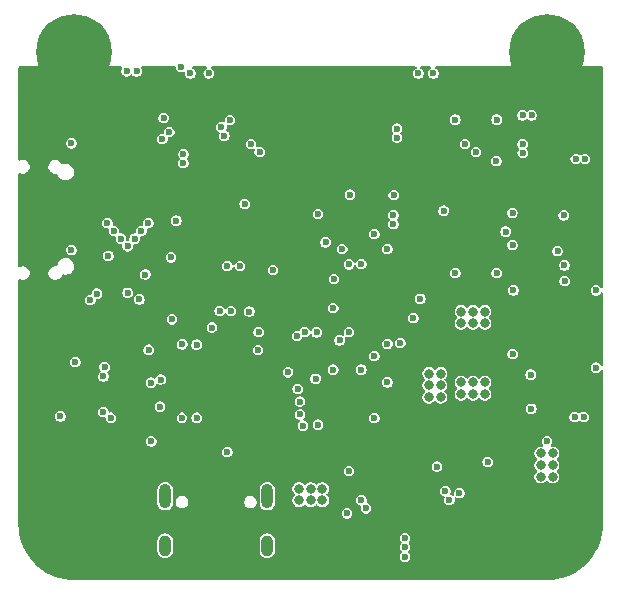
<source format=gbr>
%TF.GenerationSoftware,KiCad,Pcbnew,9.0.2*%
%TF.CreationDate,2025-07-11T20:28:03+01:00*%
%TF.ProjectId,MCU_AURA,4d43555f-4155-4524-912e-6b696361645f,rev?*%
%TF.SameCoordinates,Original*%
%TF.FileFunction,Copper,L2,Inr*%
%TF.FilePolarity,Positive*%
%FSLAX46Y46*%
G04 Gerber Fmt 4.6, Leading zero omitted, Abs format (unit mm)*
G04 Created by KiCad (PCBNEW 9.0.2) date 2025-07-11 20:28:03*
%MOMM*%
%LPD*%
G01*
G04 APERTURE LIST*
%TA.AperFunction,ComponentPad*%
%ADD10C,0.800000*%
%TD*%
%TA.AperFunction,ComponentPad*%
%ADD11C,6.400000*%
%TD*%
%TA.AperFunction,HeatsinkPad*%
%ADD12C,0.600000*%
%TD*%
%TA.AperFunction,HeatsinkPad*%
%ADD13O,1.000000X2.100000*%
%TD*%
%TA.AperFunction,HeatsinkPad*%
%ADD14O,1.000000X1.800000*%
%TD*%
%TA.AperFunction,ViaPad*%
%ADD15C,0.600000*%
%TD*%
%TA.AperFunction,ViaPad*%
%ADD16C,0.800000*%
%TD*%
G04 APERTURE END LIST*
D10*
%TO.N,GND*%
%TO.C,H3*%
X102600000Y-55000000D03*
X103302944Y-53302944D03*
X103302944Y-56697056D03*
X105000000Y-52600000D03*
D11*
X105000000Y-55000000D03*
D10*
X105000000Y-57400000D03*
X106697056Y-53302944D03*
X106697056Y-56697056D03*
X107400000Y-55000000D03*
%TD*%
%TO.N,GND*%
%TO.C,H4*%
X142600000Y-55000000D03*
X143302944Y-53302944D03*
X143302944Y-56697056D03*
X145000000Y-52600000D03*
D11*
X145000000Y-55000000D03*
D10*
X145000000Y-57400000D03*
X146697056Y-53302944D03*
X146697056Y-56697056D03*
X147400000Y-55000000D03*
%TD*%
%TO.N,GND*%
%TO.C,H1*%
X102600000Y-95000000D03*
X103302944Y-93302944D03*
X103302944Y-96697056D03*
X105000000Y-92600000D03*
D11*
X105000000Y-95000000D03*
D10*
X105000000Y-97400000D03*
X106697056Y-93302944D03*
X106697056Y-96697056D03*
X107400000Y-95000000D03*
%TD*%
D12*
%TO.N,GND*%
%TO.C,U200*%
X122100000Y-64760000D03*
X122100000Y-66160000D03*
X122800000Y-64060000D03*
X122800000Y-65460000D03*
X122800000Y-66860000D03*
X123500000Y-64760000D03*
X123500000Y-66160000D03*
X124200000Y-64060000D03*
X124200000Y-65460000D03*
X124200000Y-66860000D03*
X124900000Y-64760000D03*
X124900000Y-66160000D03*
%TD*%
D13*
%TO.N,N/C*%
%TO.C,J100*%
X112680000Y-92645000D03*
X121320000Y-92645000D03*
D14*
X112680000Y-96825000D03*
X121320000Y-96825000D03*
%TD*%
D10*
%TO.N,GND*%
%TO.C,H2*%
X142600000Y-95000000D03*
X143302944Y-93302944D03*
X143302944Y-96697056D03*
X145000000Y-92600000D03*
D11*
X145000000Y-95000000D03*
D10*
X145000000Y-97400000D03*
X146697056Y-93302944D03*
X146697056Y-96697056D03*
X147400000Y-95000000D03*
%TD*%
D15*
%TO.N,GND*%
X120500000Y-88200000D03*
%TO.N,/200_ESP32/CAN_RX*%
X123900000Y-83550000D03*
%TO.N,SDA*%
X109500000Y-75400000D03*
%TO.N,GND*%
X134700000Y-90100000D03*
X124630000Y-84070000D03*
X124630002Y-85170000D03*
X123651458Y-86433997D03*
X120500000Y-82000000D03*
%TO.N,SERVO_2*%
X110261091Y-56661091D03*
%TO.N,GND*%
X127000000Y-58000000D03*
X129768523Y-92389347D03*
X137830000Y-56810000D03*
X132000000Y-58000000D03*
X115900000Y-78210000D03*
X119310000Y-88190000D03*
X129000000Y-62000000D03*
X101150000Y-75140000D03*
X129000000Y-60000000D03*
X134780000Y-80800000D03*
X114724999Y-86414581D03*
X128000000Y-66000000D03*
X118500000Y-78000000D03*
X102000000Y-83000000D03*
X121240000Y-64071665D03*
X142760000Y-73100000D03*
X127000000Y-59000000D03*
X108746562Y-71555487D03*
X127000000Y-57000000D03*
X143740000Y-80010000D03*
X132000000Y-60000000D03*
X104750000Y-69290000D03*
X114734999Y-80240000D03*
X129848000Y-85480000D03*
X136600000Y-56820000D03*
X128000000Y-58000000D03*
X102500000Y-90000000D03*
X105700000Y-77200000D03*
X140450000Y-84725403D03*
X102500000Y-60000000D03*
X142349672Y-86618146D03*
X142600000Y-65640000D03*
X107760000Y-71480000D03*
X123700000Y-76675000D03*
X134780000Y-76750000D03*
X128000000Y-62000000D03*
X113800000Y-91210000D03*
X130948000Y-82450000D03*
X129000000Y-58000000D03*
X132000000Y-57000000D03*
X141350000Y-65000000D03*
X127700000Y-72459402D03*
X124000000Y-73000000D03*
X104041145Y-71555000D03*
X139250000Y-79000000D03*
X109500000Y-84750000D03*
X105790000Y-74550000D03*
X126890000Y-89150000D03*
X126000000Y-59000000D03*
X111755489Y-84496793D03*
X139250000Y-82000000D03*
X138349334Y-92338338D03*
X113190000Y-61010000D03*
X139800000Y-72490000D03*
X113070000Y-91200000D03*
X132000000Y-68000000D03*
X111400000Y-73230000D03*
X127971989Y-64754571D03*
X112418696Y-61358530D03*
X129848000Y-81377547D03*
X123730000Y-78117903D03*
X142100000Y-85290000D03*
X136100000Y-93500000D03*
X119000000Y-67000000D03*
X126000000Y-65000000D03*
X134770000Y-78750000D03*
X102500000Y-75000000D03*
X130948000Y-71160000D03*
X120200000Y-91210000D03*
X125000000Y-72000000D03*
X129803860Y-96122881D03*
X142760000Y-74400000D03*
X141900000Y-76290000D03*
X139991350Y-64400001D03*
X131000000Y-58000000D03*
X128200611Y-79498374D03*
X125000000Y-59000000D03*
X114750000Y-78250000D03*
X132049000Y-80250000D03*
X106540000Y-79430000D03*
X128000000Y-61000000D03*
X104750000Y-63800000D03*
X134780000Y-79750000D03*
X129800000Y-72430000D03*
X111800000Y-60731409D03*
X146250000Y-79250000D03*
X105000000Y-90000000D03*
X118000000Y-66000000D03*
X123000000Y-73000000D03*
X107900000Y-75480000D03*
X141540000Y-66040000D03*
X131000000Y-57000000D03*
X138400000Y-70160000D03*
X126779404Y-71700003D03*
X126900000Y-86579999D03*
X129848000Y-70990000D03*
X134780000Y-77720000D03*
X130000000Y-58000000D03*
X105736091Y-73563909D03*
X130000000Y-60000000D03*
X127000000Y-73000000D03*
X130000000Y-62000000D03*
X105940000Y-61470000D03*
X141490000Y-69270000D03*
X146250000Y-80500000D03*
X116060000Y-88920000D03*
X126000000Y-66000000D03*
X101150000Y-66150000D03*
X111800000Y-61865360D03*
X139040000Y-75500000D03*
X117710000Y-64720000D03*
X126260000Y-82380000D03*
X131000000Y-60000000D03*
X114700000Y-88200000D03*
X129000000Y-57000000D03*
X119000000Y-66000000D03*
X112980000Y-84360000D03*
X143500000Y-86475002D03*
X131000000Y-61000000D03*
X130000000Y-61000000D03*
X105830000Y-80200000D03*
X126000000Y-58000000D03*
X136480000Y-70260000D03*
X133150000Y-80169903D03*
X129000000Y-61000000D03*
X120008909Y-74008909D03*
X122000000Y-72000000D03*
X135750000Y-85500000D03*
X123000000Y-72000000D03*
X110020571Y-72025000D03*
X142760000Y-71800000D03*
X104900000Y-66100000D03*
X125000000Y-73000000D03*
X104600000Y-77700000D03*
X142101091Y-83621091D03*
X127000000Y-69000000D03*
X120880000Y-91210000D03*
X130000000Y-57000000D03*
X124000000Y-72000000D03*
X112430364Y-72433427D03*
X130948000Y-80240369D03*
X139000000Y-59870000D03*
X139250000Y-71460000D03*
X117980000Y-69850000D03*
X109500000Y-83250000D03*
X114740000Y-62240000D03*
X113500000Y-88210000D03*
X128000000Y-57000000D03*
X131000000Y-62000000D03*
X102000000Y-85000000D03*
%TO.N,SERVO_6*%
X107785000Y-69520000D03*
%TO.N,SERVO_4*%
X114811091Y-56836091D03*
%TO.N,SERVO_12*%
X111250000Y-69520000D03*
%TO.N,SERVO_1*%
X109428591Y-56653591D03*
D16*
%TO.N,+5V*%
X137750000Y-78000000D03*
X139750000Y-77000000D03*
X137750000Y-77000000D03*
X139750000Y-78000000D03*
X138750000Y-78000000D03*
X138750000Y-77000000D03*
%TO.N,+VUSB*%
X126000000Y-92000000D03*
X124000000Y-93000000D03*
D15*
X128250000Y-90500000D03*
D16*
X137750000Y-83000000D03*
X137750000Y-84000000D03*
X125000000Y-93000000D03*
X138750000Y-84000000D03*
X138750000Y-83000000D03*
X139750000Y-84000000D03*
X125000000Y-92000000D03*
X139750000Y-83000000D03*
X126000000Y-93000000D03*
X124000000Y-92000000D03*
D15*
X142100895Y-80601287D03*
X117950000Y-88900000D03*
D16*
%TO.N,+5V_FILT*%
X135000000Y-83250000D03*
X136000000Y-82250000D03*
X136000000Y-84250000D03*
X136000000Y-83250000D03*
D15*
X112310000Y-82760000D03*
D16*
X135000000Y-84250000D03*
X135000000Y-82250000D03*
%TO.N,+3V3*%
X145500000Y-89000000D03*
D15*
X113180000Y-72410000D03*
X103800000Y-85880000D03*
X107870000Y-72280000D03*
X125500000Y-78760000D03*
X110490000Y-75970000D03*
X111000000Y-73870000D03*
X106900000Y-75480000D03*
X105070000Y-81260000D03*
X146430000Y-68870000D03*
X145000000Y-87990000D03*
X135700000Y-90125000D03*
X128090000Y-94090000D03*
X124500000Y-78750000D03*
X112549375Y-60620000D03*
D16*
X144500000Y-89000000D03*
D15*
X136260000Y-68470000D03*
X143690000Y-85230000D03*
X113625502Y-69300000D03*
X112438000Y-62402000D03*
X134125000Y-56834998D03*
X128250000Y-78750000D03*
D16*
X145500000Y-91000000D03*
D15*
X111500000Y-88000000D03*
X107550000Y-81700003D03*
X118180000Y-60800000D03*
D16*
X144500000Y-91000000D03*
D15*
X134290000Y-75910000D03*
X123830000Y-79080000D03*
X141510000Y-70230000D03*
X145899998Y-71875000D03*
X120600000Y-78750000D03*
D16*
X145500000Y-90000000D03*
D15*
X136750000Y-92950000D03*
X139990000Y-89750000D03*
X125635000Y-86585000D03*
D16*
X144500000Y-90000000D03*
D15*
%TO.N,+1V8*%
X142090000Y-71370000D03*
X142090000Y-68640000D03*
X140730000Y-64270000D03*
X140750000Y-73750000D03*
%TO.N,/200_ESP32/EN*%
X113025000Y-61800000D03*
X104750000Y-62750000D03*
%TO.N,/200_ESP32/RST*%
X113250000Y-77650000D03*
X104750000Y-71800000D03*
X118270000Y-76970000D03*
X126990000Y-74250000D03*
%TO.N,SERVO_5*%
X116375000Y-56839998D03*
%TO.N,SERVO_7*%
X108360000Y-70170000D03*
%TO.N,LED*%
X116635834Y-78355094D03*
X111280000Y-80240000D03*
X126910000Y-76690000D03*
X120550000Y-80260000D03*
%TO.N,CARD_DETECT*%
X121800000Y-73500000D03*
%TO.N,MOSI*%
X129290000Y-81920000D03*
X133000000Y-97750000D03*
X128250000Y-73000000D03*
X126910000Y-81920000D03*
X129290000Y-72980000D03*
%TO.N,SCK*%
X131499000Y-83000000D03*
X125415675Y-82688101D03*
X127670000Y-71710000D03*
X133000000Y-96170000D03*
X131502956Y-79735862D03*
X131500000Y-71710000D03*
%TO.N,MISO*%
X130398000Y-86030000D03*
X126260000Y-71150003D03*
X124365000Y-86665000D03*
X130397863Y-80750127D03*
X133000000Y-96920000D03*
X130400000Y-70440000D03*
%TO.N,SD_CS*%
X125630000Y-68750000D03*
%TO.N,/200_ESP32/CAN_STB*%
X108100000Y-86000000D03*
X124110000Y-85720000D03*
%TO.N,SERVO_10*%
X110090000Y-70830000D03*
%TO.N,EXT_RST*%
X132010000Y-68849997D03*
X133703005Y-77538317D03*
%TO.N,EXT_CS*%
X132600000Y-79660000D03*
X132010000Y-69600000D03*
%TO.N,SCL*%
X120695000Y-63510000D03*
X107450000Y-85500000D03*
X146500000Y-74400000D03*
X114229008Y-64413720D03*
X119800000Y-77000000D03*
X138990000Y-63510000D03*
%TO.N,SDA*%
X119960000Y-62820000D03*
X138060000Y-62820000D03*
X146490000Y-73100000D03*
X114233056Y-63663728D03*
X107460000Y-82500000D03*
X117300000Y-76960000D03*
%TO.N,EXT_RX*%
X147447183Y-64075001D03*
X132300000Y-62270000D03*
%TO.N,EXT_TX*%
X148225000Y-64075000D03*
X132300000Y-61519997D03*
%TO.N,GPS_INT*%
X132040000Y-67150000D03*
X119410000Y-67900000D03*
X142170000Y-75200000D03*
X128320000Y-67110000D03*
X149170000Y-75199998D03*
X149170000Y-81750000D03*
%TO.N,GPS_RX*%
X117950000Y-73150000D03*
X148110000Y-85925002D03*
X114135710Y-79789049D03*
X114100000Y-86000000D03*
%TO.N,GPS_TX*%
X115350000Y-86000000D03*
X147359997Y-85925002D03*
X119010000Y-73150000D03*
X115350945Y-79812081D03*
%TO.N,RF_RST*%
X129691192Y-93651593D03*
%TO.N,RF_CS*%
X129300000Y-92975000D03*
%TO.N,SERVO_11*%
X110670000Y-70190000D03*
%TO.N,SERVO_9*%
X109510000Y-71470000D03*
%TO.N,/300_Digital_Peripherals/SDA_1V8*%
X137250000Y-60750000D03*
%TO.N,/300_Digital_Peripherals/SCL_1V8*%
X140750000Y-60750000D03*
%TO.N,/300_Digital_Peripherals/ICM_INT_1V8*%
X137250000Y-73750000D03*
%TO.N,SERVO_3*%
X114050357Y-56300000D03*
%TO.N,SERVO_8*%
X108935000Y-70829542D03*
%TO.N,RC_RX*%
X135380000Y-56830000D03*
%TO.N,/100_Power/FB_3V3*%
X136400000Y-92200000D03*
%TO.N,MSFT_1*%
X142957778Y-63569960D03*
X143700003Y-60400000D03*
X117430000Y-61390000D03*
%TO.N,MSFT_2*%
X142950000Y-62820000D03*
X117690000Y-62120000D03*
X142950000Y-60400000D03*
%TO.N,/100_Power/STAT_5V_SW*%
X143630000Y-82340000D03*
%TO.N,/100_Power/PG_3V3*%
X137600000Y-92370000D03*
%TO.N,FLASH_CS*%
X123090000Y-82140000D03*
X127453263Y-79434290D03*
%TO.N,/200_ESP32/CAN_TX*%
X124100000Y-84620000D03*
X112248274Y-85062184D03*
%TO.N,/200_ESP32/CAN_RX*%
X111470391Y-83029260D03*
%TO.N,SCL*%
X106340000Y-76030000D03*
%TD*%
%TA.AperFunction,Conductor*%
%TO.N,GND*%
G36*
X109028130Y-56268907D02*
G01*
X109064094Y-56318407D01*
X109064094Y-56379593D01*
X109055675Y-56398500D01*
X109008793Y-56479700D01*
X109008792Y-56479705D01*
X108978091Y-56594282D01*
X108978091Y-56712900D01*
X109002423Y-56803708D01*
X109008793Y-56827481D01*
X109068098Y-56930199D01*
X109068100Y-56930201D01*
X109068102Y-56930204D01*
X109151978Y-57014080D01*
X109151980Y-57014081D01*
X109151982Y-57014083D01*
X109254701Y-57073388D01*
X109254702Y-57073388D01*
X109254705Y-57073390D01*
X109369282Y-57104091D01*
X109369284Y-57104091D01*
X109487898Y-57104091D01*
X109487900Y-57104091D01*
X109602477Y-57073390D01*
X109602479Y-57073388D01*
X109602481Y-57073388D01*
X109705199Y-57014083D01*
X109705199Y-57014082D01*
X109705204Y-57014080D01*
X109771089Y-56948194D01*
X109825604Y-56920419D01*
X109886036Y-56929990D01*
X109911091Y-56948193D01*
X109984478Y-57021580D01*
X109984480Y-57021581D01*
X109984482Y-57021583D01*
X110087201Y-57080888D01*
X110087202Y-57080888D01*
X110087205Y-57080890D01*
X110201782Y-57111591D01*
X110201784Y-57111591D01*
X110320398Y-57111591D01*
X110320400Y-57111591D01*
X110434977Y-57080890D01*
X110434979Y-57080888D01*
X110434981Y-57080888D01*
X110537699Y-57021583D01*
X110537699Y-57021582D01*
X110537704Y-57021580D01*
X110621580Y-56937704D01*
X110643750Y-56899305D01*
X110680888Y-56834981D01*
X110680888Y-56834979D01*
X110680890Y-56834977D01*
X110711591Y-56720400D01*
X110711591Y-56601782D01*
X110680890Y-56487205D01*
X110629675Y-56398500D01*
X110616954Y-56338652D01*
X110641840Y-56282757D01*
X110694828Y-56252164D01*
X110715412Y-56250000D01*
X113500857Y-56250000D01*
X113559048Y-56268907D01*
X113595012Y-56318407D01*
X113599857Y-56349000D01*
X113599857Y-56359309D01*
X113610359Y-56398501D01*
X113630559Y-56473890D01*
X113689864Y-56576608D01*
X113689866Y-56576610D01*
X113689868Y-56576613D01*
X113773744Y-56660489D01*
X113773746Y-56660490D01*
X113773748Y-56660492D01*
X113876467Y-56719797D01*
X113876468Y-56719797D01*
X113876471Y-56719799D01*
X113991048Y-56750500D01*
X113991050Y-56750500D01*
X114109664Y-56750500D01*
X114109666Y-56750500D01*
X114224243Y-56719799D01*
X114224244Y-56719798D01*
X114230511Y-56718119D01*
X114230870Y-56719459D01*
X114284693Y-56715218D01*
X114336865Y-56747182D01*
X114360285Y-56803708D01*
X114360591Y-56811485D01*
X114360591Y-56895400D01*
X114374738Y-56948196D01*
X114391293Y-57009981D01*
X114450598Y-57112699D01*
X114450600Y-57112701D01*
X114450602Y-57112704D01*
X114534478Y-57196580D01*
X114534480Y-57196581D01*
X114534482Y-57196583D01*
X114637201Y-57255888D01*
X114637202Y-57255888D01*
X114637205Y-57255890D01*
X114751782Y-57286591D01*
X114751784Y-57286591D01*
X114870398Y-57286591D01*
X114870400Y-57286591D01*
X114984977Y-57255890D01*
X114984979Y-57255888D01*
X114984981Y-57255888D01*
X115087699Y-57196583D01*
X115087699Y-57196582D01*
X115087704Y-57196580D01*
X115171580Y-57112704D01*
X115224191Y-57021580D01*
X115230888Y-57009981D01*
X115230888Y-57009979D01*
X115230890Y-57009977D01*
X115261591Y-56895400D01*
X115261591Y-56776782D01*
X115230890Y-56662205D01*
X115230888Y-56662202D01*
X115230888Y-56662200D01*
X115171583Y-56559482D01*
X115171581Y-56559480D01*
X115171580Y-56559478D01*
X115087704Y-56475602D01*
X115087701Y-56475600D01*
X115087699Y-56475598D01*
X115016924Y-56434736D01*
X114975983Y-56389267D01*
X114969587Y-56328416D01*
X115000180Y-56275428D01*
X115056076Y-56250542D01*
X115066424Y-56250000D01*
X116126434Y-56250000D01*
X116184625Y-56268907D01*
X116220589Y-56318407D01*
X116220589Y-56379593D01*
X116184625Y-56429093D01*
X116175934Y-56434736D01*
X116098391Y-56479505D01*
X116014507Y-56563389D01*
X115955202Y-56666107D01*
X115940655Y-56720398D01*
X115924500Y-56780689D01*
X115924500Y-56899307D01*
X115930157Y-56920419D01*
X115955202Y-57013888D01*
X116014507Y-57116606D01*
X116014509Y-57116608D01*
X116014511Y-57116611D01*
X116098387Y-57200487D01*
X116098389Y-57200488D01*
X116098391Y-57200490D01*
X116201110Y-57259795D01*
X116201111Y-57259795D01*
X116201114Y-57259797D01*
X116315691Y-57290498D01*
X116315693Y-57290498D01*
X116434307Y-57290498D01*
X116434309Y-57290498D01*
X116548886Y-57259797D01*
X116548888Y-57259795D01*
X116548890Y-57259795D01*
X116651608Y-57200490D01*
X116651608Y-57200489D01*
X116651613Y-57200487D01*
X116735489Y-57116611D01*
X116738387Y-57111591D01*
X116794797Y-57013888D01*
X116794797Y-57013886D01*
X116794799Y-57013884D01*
X116825500Y-56899307D01*
X116825500Y-56780689D01*
X116794799Y-56666112D01*
X116794797Y-56666109D01*
X116794797Y-56666107D01*
X116735492Y-56563389D01*
X116735490Y-56563387D01*
X116735489Y-56563385D01*
X116651613Y-56479509D01*
X116651610Y-56479507D01*
X116651608Y-56479505D01*
X116574066Y-56434736D01*
X116533125Y-56389267D01*
X116526729Y-56328416D01*
X116557322Y-56275428D01*
X116613218Y-56250542D01*
X116623566Y-56250000D01*
X133867774Y-56250000D01*
X133925965Y-56268907D01*
X133961929Y-56318407D01*
X133961929Y-56379593D01*
X133925965Y-56429093D01*
X133917274Y-56434736D01*
X133848391Y-56474505D01*
X133764507Y-56558389D01*
X133705202Y-56661107D01*
X133703861Y-56666112D01*
X133674500Y-56775689D01*
X133674500Y-56894307D01*
X133688940Y-56948196D01*
X133705202Y-57008888D01*
X133764507Y-57111606D01*
X133764509Y-57111608D01*
X133764511Y-57111611D01*
X133848387Y-57195487D01*
X133848389Y-57195488D01*
X133848391Y-57195490D01*
X133951110Y-57254795D01*
X133951111Y-57254795D01*
X133951114Y-57254797D01*
X134065691Y-57285498D01*
X134065693Y-57285498D01*
X134184307Y-57285498D01*
X134184309Y-57285498D01*
X134298886Y-57254797D01*
X134298888Y-57254795D01*
X134298890Y-57254795D01*
X134401608Y-57195490D01*
X134401608Y-57195489D01*
X134401613Y-57195487D01*
X134485489Y-57111611D01*
X134537469Y-57021580D01*
X134544797Y-57008888D01*
X134544797Y-57008886D01*
X134544799Y-57008884D01*
X134575500Y-56894307D01*
X134575500Y-56775689D01*
X134544799Y-56661112D01*
X134544797Y-56661109D01*
X134544797Y-56661107D01*
X134485492Y-56558389D01*
X134485490Y-56558387D01*
X134485489Y-56558385D01*
X134401613Y-56474509D01*
X134401610Y-56474507D01*
X134401608Y-56474505D01*
X134332726Y-56434736D01*
X134291785Y-56389267D01*
X134285389Y-56328416D01*
X134315982Y-56275428D01*
X134371878Y-56250542D01*
X134382226Y-56250000D01*
X135114117Y-56250000D01*
X135172308Y-56268907D01*
X135208272Y-56318407D01*
X135208272Y-56379593D01*
X135172308Y-56429093D01*
X135163617Y-56434736D01*
X135103391Y-56469507D01*
X135019507Y-56553391D01*
X134960202Y-56656109D01*
X134958570Y-56662200D01*
X134929500Y-56770691D01*
X134929500Y-56889309D01*
X134945279Y-56948196D01*
X134960202Y-57003890D01*
X135019507Y-57106608D01*
X135019509Y-57106610D01*
X135019511Y-57106613D01*
X135103387Y-57190489D01*
X135103389Y-57190490D01*
X135103391Y-57190492D01*
X135206110Y-57249797D01*
X135206111Y-57249797D01*
X135206114Y-57249799D01*
X135320691Y-57280500D01*
X135320693Y-57280500D01*
X135439307Y-57280500D01*
X135439309Y-57280500D01*
X135553886Y-57249799D01*
X135553888Y-57249797D01*
X135553890Y-57249797D01*
X135656608Y-57190492D01*
X135656608Y-57190491D01*
X135656613Y-57190489D01*
X135740489Y-57106613D01*
X135755340Y-57080890D01*
X135799797Y-57003890D01*
X135799797Y-57003888D01*
X135799799Y-57003886D01*
X135830500Y-56889309D01*
X135830500Y-56770691D01*
X135799799Y-56656114D01*
X135799797Y-56656111D01*
X135799797Y-56656109D01*
X135740492Y-56553391D01*
X135740490Y-56553389D01*
X135740489Y-56553387D01*
X135656613Y-56469511D01*
X135656610Y-56469509D01*
X135656608Y-56469507D01*
X135596383Y-56434736D01*
X135555442Y-56389266D01*
X135549047Y-56328416D01*
X135579639Y-56275428D01*
X135635535Y-56250542D01*
X135645883Y-56250000D01*
X149650500Y-56250000D01*
X149708691Y-56268907D01*
X149744655Y-56318407D01*
X149749500Y-56349000D01*
X149749500Y-74933249D01*
X149730593Y-74991440D01*
X149681093Y-75027404D01*
X149619907Y-75027404D01*
X149570407Y-74991440D01*
X149564764Y-74982749D01*
X149530492Y-74923389D01*
X149530490Y-74923387D01*
X149530489Y-74923385D01*
X149446613Y-74839509D01*
X149446610Y-74839507D01*
X149446608Y-74839505D01*
X149343889Y-74780200D01*
X149343890Y-74780200D01*
X149330351Y-74776572D01*
X149229309Y-74749498D01*
X149110691Y-74749498D01*
X149040567Y-74768287D01*
X148996109Y-74780200D01*
X148893391Y-74839505D01*
X148809507Y-74923389D01*
X148750202Y-75026107D01*
X148733037Y-75090167D01*
X148719500Y-75140689D01*
X148719500Y-75259307D01*
X148719501Y-75259309D01*
X148750202Y-75373888D01*
X148809507Y-75476606D01*
X148809509Y-75476608D01*
X148809511Y-75476611D01*
X148893387Y-75560487D01*
X148893389Y-75560488D01*
X148893391Y-75560490D01*
X148996110Y-75619795D01*
X148996111Y-75619795D01*
X148996114Y-75619797D01*
X149110691Y-75650498D01*
X149110693Y-75650498D01*
X149229307Y-75650498D01*
X149229309Y-75650498D01*
X149343886Y-75619797D01*
X149343888Y-75619795D01*
X149343890Y-75619795D01*
X149446608Y-75560490D01*
X149446608Y-75560489D01*
X149446613Y-75560487D01*
X149530489Y-75476611D01*
X149564764Y-75417244D01*
X149610233Y-75376305D01*
X149671083Y-75369909D01*
X149724071Y-75400502D01*
X149748958Y-75456398D01*
X149749500Y-75466746D01*
X149749500Y-81483251D01*
X149730593Y-81541442D01*
X149681093Y-81577406D01*
X149619907Y-81577406D01*
X149570407Y-81541442D01*
X149564764Y-81532751D01*
X149530492Y-81473391D01*
X149530490Y-81473389D01*
X149530489Y-81473387D01*
X149446613Y-81389511D01*
X149446610Y-81389509D01*
X149446608Y-81389507D01*
X149343889Y-81330202D01*
X149343890Y-81330202D01*
X149330351Y-81326574D01*
X149229309Y-81299500D01*
X149110691Y-81299500D01*
X149040567Y-81318289D01*
X148996109Y-81330202D01*
X148893391Y-81389507D01*
X148809507Y-81473391D01*
X148750202Y-81576109D01*
X148738311Y-81620489D01*
X148719500Y-81690691D01*
X148719500Y-81809309D01*
X148740987Y-81889500D01*
X148750202Y-81923890D01*
X148809507Y-82026608D01*
X148809509Y-82026610D01*
X148809511Y-82026613D01*
X148893387Y-82110489D01*
X148893389Y-82110490D01*
X148893391Y-82110492D01*
X148996110Y-82169797D01*
X148996111Y-82169797D01*
X148996114Y-82169799D01*
X149110691Y-82200500D01*
X149110693Y-82200500D01*
X149229307Y-82200500D01*
X149229309Y-82200500D01*
X149343886Y-82169799D01*
X149343888Y-82169797D01*
X149343890Y-82169797D01*
X149446608Y-82110492D01*
X149446608Y-82110491D01*
X149446613Y-82110489D01*
X149530489Y-82026613D01*
X149564764Y-81967246D01*
X149610233Y-81926307D01*
X149671083Y-81919911D01*
X149724071Y-81950504D01*
X149748958Y-82006400D01*
X149749500Y-82016748D01*
X149749500Y-94997834D01*
X149749406Y-95002152D01*
X149731615Y-95409630D01*
X149730862Y-95418234D01*
X149677907Y-95820460D01*
X149676407Y-95828965D01*
X149588601Y-96225035D01*
X149586366Y-96233378D01*
X149464369Y-96620302D01*
X149461415Y-96628418D01*
X149306162Y-97003233D01*
X149302512Y-97011060D01*
X149115186Y-97370910D01*
X149110868Y-97378390D01*
X148892881Y-97720561D01*
X148887927Y-97727635D01*
X148640961Y-98049487D01*
X148635410Y-98056103D01*
X148361324Y-98355216D01*
X148355216Y-98361324D01*
X148056103Y-98635410D01*
X148049487Y-98640961D01*
X147727635Y-98887927D01*
X147720561Y-98892881D01*
X147378390Y-99110868D01*
X147370910Y-99115186D01*
X147011060Y-99302512D01*
X147003233Y-99306162D01*
X146628418Y-99461415D01*
X146620302Y-99464369D01*
X146233378Y-99586366D01*
X146225035Y-99588601D01*
X145828965Y-99676407D01*
X145820460Y-99677907D01*
X145418234Y-99730862D01*
X145409630Y-99731615D01*
X145002153Y-99749406D01*
X144997835Y-99749500D01*
X105002165Y-99749500D01*
X104997847Y-99749406D01*
X104590369Y-99731615D01*
X104581765Y-99730862D01*
X104179539Y-99677907D01*
X104171034Y-99676407D01*
X103774964Y-99588601D01*
X103766621Y-99586366D01*
X103379697Y-99464369D01*
X103371581Y-99461415D01*
X102996766Y-99306162D01*
X102988939Y-99302512D01*
X102629089Y-99115186D01*
X102621609Y-99110868D01*
X102279438Y-98892881D01*
X102272364Y-98887927D01*
X101950512Y-98640961D01*
X101943896Y-98635410D01*
X101644783Y-98361324D01*
X101638675Y-98355216D01*
X101364589Y-98056103D01*
X101359038Y-98049487D01*
X101112072Y-97727635D01*
X101107118Y-97720561D01*
X101055583Y-97639668D01*
X100889131Y-97378390D01*
X100884813Y-97370910D01*
X100697483Y-97011053D01*
X100693837Y-97003233D01*
X100683927Y-96979309D01*
X100538584Y-96628418D01*
X100535630Y-96620302D01*
X100507312Y-96530489D01*
X100453850Y-96360931D01*
X112029500Y-96360931D01*
X112029500Y-97289069D01*
X112046543Y-97374750D01*
X112054499Y-97414742D01*
X112054500Y-97414747D01*
X112103534Y-97533125D01*
X112103538Y-97533133D01*
X112132258Y-97576114D01*
X112174724Y-97639669D01*
X112265331Y-97730276D01*
X112328848Y-97772717D01*
X112371866Y-97801461D01*
X112371870Y-97801463D01*
X112371873Y-97801465D01*
X112490256Y-97850501D01*
X112615931Y-97875500D01*
X112615932Y-97875500D01*
X112744068Y-97875500D01*
X112744069Y-97875500D01*
X112869744Y-97850501D01*
X112988127Y-97801465D01*
X113094669Y-97730276D01*
X113185276Y-97639669D01*
X113256465Y-97533127D01*
X113305501Y-97414744D01*
X113330500Y-97289069D01*
X113330500Y-96360931D01*
X120669500Y-96360931D01*
X120669500Y-97289069D01*
X120686543Y-97374750D01*
X120694499Y-97414742D01*
X120694500Y-97414747D01*
X120743534Y-97533125D01*
X120743538Y-97533133D01*
X120772258Y-97576114D01*
X120814724Y-97639669D01*
X120905331Y-97730276D01*
X120968848Y-97772717D01*
X121011866Y-97801461D01*
X121011870Y-97801463D01*
X121011873Y-97801465D01*
X121130256Y-97850501D01*
X121255931Y-97875500D01*
X121255932Y-97875500D01*
X121384068Y-97875500D01*
X121384069Y-97875500D01*
X121509744Y-97850501D01*
X121628127Y-97801465D01*
X121734669Y-97730276D01*
X121825276Y-97639669D01*
X121896465Y-97533127D01*
X121945501Y-97414744D01*
X121970500Y-97289069D01*
X121970500Y-96360931D01*
X121945501Y-96235256D01*
X121896465Y-96116873D01*
X121896463Y-96116870D01*
X121896461Y-96116866D01*
X121892335Y-96110691D01*
X132549500Y-96110691D01*
X132549500Y-96229309D01*
X132551094Y-96235256D01*
X132580202Y-96343890D01*
X132639507Y-96446608D01*
X132639508Y-96446609D01*
X132639509Y-96446610D01*
X132639511Y-96446613D01*
X132667894Y-96474996D01*
X132667895Y-96474997D01*
X132695671Y-96529514D01*
X132686099Y-96589946D01*
X132667895Y-96615003D01*
X132639507Y-96643391D01*
X132580202Y-96746109D01*
X132580201Y-96746114D01*
X132549500Y-96860691D01*
X132549500Y-96979309D01*
X132558008Y-97011060D01*
X132580202Y-97093890D01*
X132639507Y-97196608D01*
X132639509Y-97196610D01*
X132639511Y-97196613D01*
X132707896Y-97264998D01*
X132735672Y-97319513D01*
X132726101Y-97379945D01*
X132707897Y-97405000D01*
X132639511Y-97473387D01*
X132639508Y-97473390D01*
X132639507Y-97473391D01*
X132580202Y-97576109D01*
X132580201Y-97576114D01*
X132549500Y-97690691D01*
X132549500Y-97809309D01*
X132567236Y-97875499D01*
X132580202Y-97923890D01*
X132639507Y-98026608D01*
X132639509Y-98026610D01*
X132639511Y-98026613D01*
X132723387Y-98110489D01*
X132723389Y-98110490D01*
X132723391Y-98110492D01*
X132826110Y-98169797D01*
X132826111Y-98169797D01*
X132826114Y-98169799D01*
X132940691Y-98200500D01*
X132940693Y-98200500D01*
X133059307Y-98200500D01*
X133059309Y-98200500D01*
X133173886Y-98169799D01*
X133173888Y-98169797D01*
X133173890Y-98169797D01*
X133276608Y-98110492D01*
X133276608Y-98110491D01*
X133276613Y-98110489D01*
X133360489Y-98026613D01*
X133419799Y-97923886D01*
X133450500Y-97809309D01*
X133450500Y-97690691D01*
X133419799Y-97576114D01*
X133419797Y-97576111D01*
X133419797Y-97576109D01*
X133360492Y-97473391D01*
X133360490Y-97473389D01*
X133360489Y-97473387D01*
X133292103Y-97405001D01*
X133264328Y-97350487D01*
X133273899Y-97290055D01*
X133292102Y-97264999D01*
X133360489Y-97196613D01*
X133419799Y-97093886D01*
X133450500Y-96979309D01*
X133450500Y-96860691D01*
X133419799Y-96746114D01*
X133419797Y-96746111D01*
X133419797Y-96746109D01*
X133360492Y-96643391D01*
X133360490Y-96643389D01*
X133360489Y-96643387D01*
X133332103Y-96615001D01*
X133304328Y-96560487D01*
X133313899Y-96500055D01*
X133332102Y-96474999D01*
X133360489Y-96446613D01*
X133360492Y-96446608D01*
X133419797Y-96343890D01*
X133419797Y-96343888D01*
X133419799Y-96343886D01*
X133450500Y-96229309D01*
X133450500Y-96110691D01*
X133419799Y-95996114D01*
X133419797Y-95996111D01*
X133419797Y-95996109D01*
X133360492Y-95893391D01*
X133360490Y-95893389D01*
X133360489Y-95893387D01*
X133276613Y-95809511D01*
X133276610Y-95809509D01*
X133276608Y-95809507D01*
X133173889Y-95750202D01*
X133173890Y-95750202D01*
X133160351Y-95746574D01*
X133059309Y-95719500D01*
X132940691Y-95719500D01*
X132870567Y-95738289D01*
X132826109Y-95750202D01*
X132723391Y-95809507D01*
X132639507Y-95893391D01*
X132580202Y-95996109D01*
X132563037Y-96060169D01*
X132549500Y-96110691D01*
X121892335Y-96110691D01*
X121867717Y-96073848D01*
X121825276Y-96010331D01*
X121734669Y-95919724D01*
X121692226Y-95891365D01*
X121628133Y-95848538D01*
X121628125Y-95848534D01*
X121509747Y-95799500D01*
X121509745Y-95799499D01*
X121509744Y-95799499D01*
X121384069Y-95774500D01*
X121255931Y-95774500D01*
X121255930Y-95774500D01*
X121193093Y-95786999D01*
X121130256Y-95799499D01*
X121130255Y-95799499D01*
X121130252Y-95799500D01*
X121011874Y-95848534D01*
X121011866Y-95848538D01*
X120905331Y-95919724D01*
X120905327Y-95919727D01*
X120814727Y-96010327D01*
X120814724Y-96010331D01*
X120743538Y-96116866D01*
X120743534Y-96116874D01*
X120694500Y-96235252D01*
X120694499Y-96235257D01*
X120672891Y-96343886D01*
X120669500Y-96360931D01*
X113330500Y-96360931D01*
X113305501Y-96235256D01*
X113256465Y-96116873D01*
X113256463Y-96116870D01*
X113256461Y-96116866D01*
X113227717Y-96073848D01*
X113185276Y-96010331D01*
X113094669Y-95919724D01*
X113052226Y-95891365D01*
X112988133Y-95848538D01*
X112988125Y-95848534D01*
X112869747Y-95799500D01*
X112869745Y-95799499D01*
X112869744Y-95799499D01*
X112744069Y-95774500D01*
X112615931Y-95774500D01*
X112615930Y-95774500D01*
X112553093Y-95786999D01*
X112490256Y-95799499D01*
X112490255Y-95799499D01*
X112490252Y-95799500D01*
X112371874Y-95848534D01*
X112371866Y-95848538D01*
X112265331Y-95919724D01*
X112265327Y-95919727D01*
X112174727Y-96010327D01*
X112174724Y-96010331D01*
X112103538Y-96116866D01*
X112103534Y-96116874D01*
X112054500Y-96235252D01*
X112054499Y-96235257D01*
X112032891Y-96343886D01*
X112029500Y-96360931D01*
X100453850Y-96360931D01*
X100413632Y-96233376D01*
X100411398Y-96225035D01*
X100393009Y-96142086D01*
X100323591Y-95828960D01*
X100322092Y-95820460D01*
X100319333Y-95799500D01*
X100269135Y-95418221D01*
X100268385Y-95409642D01*
X100250594Y-95002152D01*
X100250500Y-94997834D01*
X100250500Y-94030691D01*
X127639500Y-94030691D01*
X127639500Y-94149309D01*
X127666574Y-94250351D01*
X127670202Y-94263890D01*
X127729507Y-94366608D01*
X127729509Y-94366610D01*
X127729511Y-94366613D01*
X127813387Y-94450489D01*
X127813389Y-94450490D01*
X127813391Y-94450492D01*
X127916110Y-94509797D01*
X127916111Y-94509797D01*
X127916114Y-94509799D01*
X128030691Y-94540500D01*
X128030693Y-94540500D01*
X128149307Y-94540500D01*
X128149309Y-94540500D01*
X128263886Y-94509799D01*
X128263888Y-94509797D01*
X128263890Y-94509797D01*
X128366608Y-94450492D01*
X128366608Y-94450491D01*
X128366613Y-94450489D01*
X128450489Y-94366613D01*
X128509799Y-94263886D01*
X128540500Y-94149309D01*
X128540500Y-94030691D01*
X128509799Y-93916114D01*
X128509797Y-93916111D01*
X128509797Y-93916109D01*
X128450492Y-93813391D01*
X128450490Y-93813389D01*
X128450489Y-93813387D01*
X128366613Y-93729511D01*
X128366610Y-93729509D01*
X128366608Y-93729507D01*
X128263889Y-93670202D01*
X128263890Y-93670202D01*
X128250351Y-93666574D01*
X128149309Y-93639500D01*
X128030691Y-93639500D01*
X127960567Y-93658289D01*
X127916109Y-93670202D01*
X127813391Y-93729507D01*
X127729507Y-93813391D01*
X127670202Y-93916109D01*
X127670201Y-93916114D01*
X127639500Y-94030691D01*
X100250500Y-94030691D01*
X100250500Y-92030931D01*
X112029500Y-92030931D01*
X112029500Y-93259069D01*
X112051526Y-93369799D01*
X112054499Y-93384742D01*
X112054500Y-93384747D01*
X112103534Y-93503125D01*
X112103538Y-93503133D01*
X112145214Y-93565504D01*
X112174724Y-93609669D01*
X112265331Y-93700276D01*
X112328848Y-93742717D01*
X112371866Y-93771461D01*
X112371870Y-93771463D01*
X112371873Y-93771465D01*
X112490256Y-93820501D01*
X112615931Y-93845500D01*
X112615932Y-93845500D01*
X112744068Y-93845500D01*
X112744069Y-93845500D01*
X112869744Y-93820501D01*
X112988127Y-93771465D01*
X113094669Y-93700276D01*
X113185276Y-93609669D01*
X113256465Y-93503127D01*
X113305501Y-93384744D01*
X113330500Y-93259069D01*
X113330500Y-93075817D01*
X113584500Y-93075817D01*
X113584500Y-93214183D01*
X113620312Y-93347836D01*
X113689495Y-93467665D01*
X113787335Y-93565505D01*
X113907164Y-93634688D01*
X114040817Y-93670500D01*
X114040819Y-93670500D01*
X114179181Y-93670500D01*
X114179183Y-93670500D01*
X114312836Y-93634688D01*
X114432665Y-93565505D01*
X114530505Y-93467665D01*
X114599688Y-93347836D01*
X114635500Y-93214183D01*
X114635500Y-93075817D01*
X119364500Y-93075817D01*
X119364500Y-93214183D01*
X119400312Y-93347836D01*
X119469495Y-93467665D01*
X119567335Y-93565505D01*
X119687164Y-93634688D01*
X119820817Y-93670500D01*
X119820819Y-93670500D01*
X119959181Y-93670500D01*
X119959183Y-93670500D01*
X120092836Y-93634688D01*
X120212665Y-93565505D01*
X120310505Y-93467665D01*
X120379688Y-93347836D01*
X120415500Y-93214183D01*
X120415500Y-93075817D01*
X120379688Y-92942164D01*
X120310505Y-92822335D01*
X120212665Y-92724495D01*
X120092836Y-92655312D01*
X119959183Y-92619500D01*
X119820817Y-92619500D01*
X119687164Y-92655312D01*
X119567335Y-92724495D01*
X119469495Y-92822335D01*
X119400312Y-92942164D01*
X119364500Y-93075817D01*
X114635500Y-93075817D01*
X114599688Y-92942164D01*
X114530505Y-92822335D01*
X114432665Y-92724495D01*
X114312836Y-92655312D01*
X114179183Y-92619500D01*
X114040817Y-92619500D01*
X113907164Y-92655312D01*
X113787335Y-92724495D01*
X113689495Y-92822335D01*
X113620312Y-92942164D01*
X113584500Y-93075817D01*
X113330500Y-93075817D01*
X113330500Y-92030931D01*
X120669500Y-92030931D01*
X120669500Y-93259069D01*
X120691526Y-93369799D01*
X120694499Y-93384742D01*
X120694500Y-93384747D01*
X120743534Y-93503125D01*
X120743538Y-93503133D01*
X120785214Y-93565504D01*
X120814724Y-93609669D01*
X120905331Y-93700276D01*
X120968848Y-93742717D01*
X121011866Y-93771461D01*
X121011870Y-93771463D01*
X121011873Y-93771465D01*
X121130256Y-93820501D01*
X121255931Y-93845500D01*
X121255932Y-93845500D01*
X121384068Y-93845500D01*
X121384069Y-93845500D01*
X121509744Y-93820501D01*
X121628127Y-93771465D01*
X121734669Y-93700276D01*
X121825276Y-93609669D01*
X121896465Y-93503127D01*
X121945501Y-93384744D01*
X121970500Y-93259069D01*
X121970500Y-92030931D01*
X121952482Y-91940350D01*
X121952482Y-91940347D01*
X121949931Y-91927525D01*
X123449500Y-91927525D01*
X123449500Y-92072475D01*
X123459174Y-92108579D01*
X123487017Y-92212489D01*
X123559487Y-92338010D01*
X123559489Y-92338012D01*
X123559491Y-92338015D01*
X123651474Y-92429998D01*
X123679250Y-92484513D01*
X123669679Y-92544945D01*
X123651475Y-92570000D01*
X123601976Y-92619500D01*
X123559488Y-92661988D01*
X123559487Y-92661989D01*
X123487017Y-92787510D01*
X123477686Y-92822335D01*
X123449500Y-92927525D01*
X123449500Y-93072475D01*
X123450396Y-93075818D01*
X123487017Y-93212489D01*
X123559487Y-93338010D01*
X123559489Y-93338012D01*
X123559491Y-93338015D01*
X123661985Y-93440509D01*
X123661987Y-93440510D01*
X123661989Y-93440512D01*
X123787511Y-93512982D01*
X123787512Y-93512982D01*
X123787515Y-93512984D01*
X123927525Y-93550500D01*
X123927526Y-93550500D01*
X124072474Y-93550500D01*
X124072475Y-93550500D01*
X124212485Y-93512984D01*
X124212487Y-93512982D01*
X124212489Y-93512982D01*
X124338010Y-93440512D01*
X124338010Y-93440511D01*
X124338015Y-93440509D01*
X124429998Y-93348525D01*
X124484513Y-93320750D01*
X124544945Y-93330321D01*
X124570000Y-93348524D01*
X124661985Y-93440509D01*
X124661987Y-93440510D01*
X124661989Y-93440512D01*
X124787511Y-93512982D01*
X124787512Y-93512982D01*
X124787515Y-93512984D01*
X124927525Y-93550500D01*
X124927526Y-93550500D01*
X125072474Y-93550500D01*
X125072475Y-93550500D01*
X125212485Y-93512984D01*
X125212487Y-93512982D01*
X125212489Y-93512982D01*
X125338010Y-93440512D01*
X125338010Y-93440511D01*
X125338015Y-93440509D01*
X125429998Y-93348525D01*
X125484513Y-93320750D01*
X125544945Y-93330321D01*
X125570000Y-93348524D01*
X125661985Y-93440509D01*
X125661987Y-93440510D01*
X125661989Y-93440512D01*
X125787511Y-93512982D01*
X125787512Y-93512982D01*
X125787515Y-93512984D01*
X125927525Y-93550500D01*
X125927526Y-93550500D01*
X126072474Y-93550500D01*
X126072475Y-93550500D01*
X126212485Y-93512984D01*
X126212487Y-93512982D01*
X126212489Y-93512982D01*
X126338010Y-93440512D01*
X126338010Y-93440511D01*
X126338015Y-93440509D01*
X126440509Y-93338015D01*
X126441966Y-93335492D01*
X126512982Y-93212489D01*
X126512982Y-93212487D01*
X126512984Y-93212485D01*
X126550500Y-93072475D01*
X126550500Y-92927525D01*
X126547329Y-92915691D01*
X128849500Y-92915691D01*
X128849500Y-93034309D01*
X128876574Y-93135351D01*
X128880202Y-93148890D01*
X128939507Y-93251608D01*
X128939509Y-93251610D01*
X128939511Y-93251613D01*
X129023387Y-93335489D01*
X129023389Y-93335490D01*
X129023391Y-93335492D01*
X129126110Y-93394797D01*
X129126111Y-93394797D01*
X129126114Y-93394799D01*
X129186762Y-93411049D01*
X129238076Y-93444373D01*
X129260002Y-93501495D01*
X129256765Y-93532298D01*
X129240692Y-93592284D01*
X129240692Y-93710902D01*
X129256919Y-93771461D01*
X129271394Y-93825483D01*
X129330699Y-93928201D01*
X129330701Y-93928203D01*
X129330703Y-93928206D01*
X129414579Y-94012082D01*
X129414581Y-94012083D01*
X129414583Y-94012085D01*
X129517302Y-94071390D01*
X129517303Y-94071390D01*
X129517306Y-94071392D01*
X129631883Y-94102093D01*
X129631885Y-94102093D01*
X129750499Y-94102093D01*
X129750501Y-94102093D01*
X129865078Y-94071392D01*
X129865080Y-94071390D01*
X129865082Y-94071390D01*
X129967800Y-94012085D01*
X129967800Y-94012084D01*
X129967805Y-94012082D01*
X130051681Y-93928206D01*
X130051684Y-93928201D01*
X130110989Y-93825483D01*
X130110989Y-93825481D01*
X130110991Y-93825479D01*
X130141692Y-93710902D01*
X130141692Y-93592284D01*
X130110991Y-93477707D01*
X130110989Y-93477704D01*
X130110989Y-93477702D01*
X130051684Y-93374984D01*
X130051682Y-93374982D01*
X130051681Y-93374980D01*
X129967805Y-93291104D01*
X129967802Y-93291102D01*
X129967800Y-93291100D01*
X129865081Y-93231795D01*
X129865077Y-93231793D01*
X129804429Y-93215542D01*
X129753115Y-93182218D01*
X129731189Y-93125096D01*
X129734426Y-93094295D01*
X129750500Y-93034309D01*
X129750500Y-92915691D01*
X129719799Y-92801114D01*
X129719797Y-92801111D01*
X129719797Y-92801109D01*
X129660492Y-92698391D01*
X129660490Y-92698389D01*
X129660489Y-92698387D01*
X129576613Y-92614511D01*
X129576610Y-92614509D01*
X129576608Y-92614507D01*
X129473889Y-92555202D01*
X129473890Y-92555202D01*
X129435610Y-92544945D01*
X129359309Y-92524500D01*
X129240691Y-92524500D01*
X129170567Y-92543289D01*
X129126109Y-92555202D01*
X129023391Y-92614507D01*
X128939507Y-92698391D01*
X128880202Y-92801109D01*
X128874515Y-92822335D01*
X128849500Y-92915691D01*
X126547329Y-92915691D01*
X126512984Y-92787515D01*
X126512982Y-92787512D01*
X126512982Y-92787510D01*
X126440512Y-92661989D01*
X126440510Y-92661987D01*
X126440509Y-92661985D01*
X126348525Y-92570001D01*
X126320750Y-92515487D01*
X126330321Y-92455055D01*
X126348524Y-92429999D01*
X126440509Y-92338015D01*
X126512984Y-92212485D01*
X126532221Y-92140692D01*
X126532221Y-92140691D01*
X135949500Y-92140691D01*
X135949500Y-92259309D01*
X135963268Y-92310691D01*
X135980202Y-92373890D01*
X136039507Y-92476608D01*
X136039509Y-92476610D01*
X136039511Y-92476613D01*
X136123387Y-92560489D01*
X136123389Y-92560490D01*
X136123391Y-92560492D01*
X136226110Y-92619797D01*
X136226111Y-92619797D01*
X136226114Y-92619799D01*
X136269790Y-92631502D01*
X136321104Y-92664825D01*
X136343031Y-92721946D01*
X136331578Y-92769657D01*
X136332685Y-92770116D01*
X136330202Y-92776109D01*
X136323502Y-92801114D01*
X136299500Y-92890691D01*
X136299500Y-93009309D01*
X136317321Y-93075817D01*
X136330202Y-93123890D01*
X136389507Y-93226608D01*
X136389509Y-93226610D01*
X136389511Y-93226613D01*
X136473387Y-93310489D01*
X136473389Y-93310490D01*
X136473391Y-93310492D01*
X136576110Y-93369797D01*
X136576111Y-93369797D01*
X136576114Y-93369799D01*
X136690691Y-93400500D01*
X136690693Y-93400500D01*
X136809307Y-93400500D01*
X136809309Y-93400500D01*
X136923886Y-93369799D01*
X136923888Y-93369797D01*
X136923890Y-93369797D01*
X137026608Y-93310492D01*
X137026608Y-93310491D01*
X137026613Y-93310489D01*
X137110489Y-93226613D01*
X137155365Y-93148886D01*
X137169797Y-93123890D01*
X137169797Y-93123888D01*
X137169799Y-93123886D01*
X137200500Y-93009309D01*
X137200500Y-92890691D01*
X137189087Y-92848097D01*
X137192290Y-92786998D01*
X137230795Y-92739448D01*
X137289895Y-92723612D01*
X137334212Y-92736739D01*
X137426114Y-92789799D01*
X137540691Y-92820500D01*
X137540693Y-92820500D01*
X137659307Y-92820500D01*
X137659309Y-92820500D01*
X137773886Y-92789799D01*
X137773888Y-92789797D01*
X137773890Y-92789797D01*
X137876608Y-92730492D01*
X137876608Y-92730491D01*
X137876613Y-92730489D01*
X137960489Y-92646613D01*
X137975970Y-92619799D01*
X138019797Y-92543890D01*
X138019797Y-92543888D01*
X138019799Y-92543886D01*
X138050500Y-92429309D01*
X138050500Y-92310691D01*
X138019799Y-92196114D01*
X138019797Y-92196111D01*
X138019797Y-92196109D01*
X137960492Y-92093391D01*
X137960490Y-92093389D01*
X137960489Y-92093387D01*
X137876613Y-92009511D01*
X137876610Y-92009509D01*
X137876608Y-92009507D01*
X137773889Y-91950202D01*
X137773890Y-91950202D01*
X137760351Y-91946574D01*
X137659309Y-91919500D01*
X137540691Y-91919500D01*
X137470567Y-91938289D01*
X137426109Y-91950202D01*
X137323391Y-92009507D01*
X137239507Y-92093391D01*
X137180202Y-92196109D01*
X137149500Y-92310692D01*
X137149500Y-92429308D01*
X137160912Y-92471901D01*
X137159911Y-92490980D01*
X137163528Y-92509739D01*
X137158348Y-92520801D01*
X137157709Y-92533003D01*
X137145684Y-92547850D01*
X137137585Y-92565152D01*
X137126891Y-92571058D01*
X137119203Y-92580552D01*
X137100750Y-92585496D01*
X137084026Y-92594733D01*
X137073119Y-92592899D01*
X137060102Y-92596387D01*
X137023308Y-92587183D01*
X137019462Y-92585382D01*
X136923886Y-92530201D01*
X136871769Y-92516236D01*
X136863855Y-92512531D01*
X136847582Y-92497310D01*
X136828894Y-92485173D01*
X136825693Y-92476835D01*
X136819171Y-92470734D01*
X136814953Y-92448854D01*
X136806968Y-92428052D01*
X136809172Y-92418871D01*
X136807589Y-92410655D01*
X136814892Y-92395054D01*
X136818425Y-92380344D01*
X136817315Y-92379884D01*
X136819797Y-92373890D01*
X136819797Y-92373888D01*
X136819799Y-92373886D01*
X136850500Y-92259309D01*
X136850500Y-92140691D01*
X136819799Y-92026114D01*
X136819797Y-92026111D01*
X136819797Y-92026109D01*
X136760492Y-91923391D01*
X136760490Y-91923389D01*
X136760489Y-91923387D01*
X136676613Y-91839511D01*
X136676610Y-91839509D01*
X136676608Y-91839507D01*
X136573889Y-91780202D01*
X136573890Y-91780202D01*
X136517252Y-91765026D01*
X136459309Y-91749500D01*
X136340691Y-91749500D01*
X136282748Y-91765026D01*
X136226109Y-91780202D01*
X136123391Y-91839507D01*
X136039507Y-91923391D01*
X135980202Y-92026109D01*
X135963037Y-92090169D01*
X135949500Y-92140691D01*
X126532221Y-92140691D01*
X126540826Y-92108581D01*
X126540826Y-92108579D01*
X126544289Y-92095651D01*
X126550500Y-92072475D01*
X126550500Y-91927525D01*
X126512984Y-91787515D01*
X126512982Y-91787512D01*
X126512982Y-91787510D01*
X126440512Y-91661989D01*
X126440510Y-91661987D01*
X126440509Y-91661985D01*
X126338015Y-91559491D01*
X126338012Y-91559489D01*
X126338010Y-91559487D01*
X126212488Y-91487017D01*
X126212489Y-91487017D01*
X126147111Y-91469499D01*
X126072475Y-91449500D01*
X125927525Y-91449500D01*
X125865790Y-91466041D01*
X125787510Y-91487017D01*
X125661989Y-91559487D01*
X125661988Y-91559488D01*
X125661985Y-91559490D01*
X125661985Y-91559491D01*
X125570001Y-91651474D01*
X125515487Y-91679250D01*
X125455055Y-91669679D01*
X125429999Y-91651475D01*
X125338015Y-91559491D01*
X125338012Y-91559489D01*
X125338010Y-91559487D01*
X125212488Y-91487017D01*
X125212489Y-91487017D01*
X125147111Y-91469499D01*
X125072475Y-91449500D01*
X124927525Y-91449500D01*
X124865790Y-91466041D01*
X124787510Y-91487017D01*
X124661989Y-91559487D01*
X124661988Y-91559488D01*
X124661985Y-91559490D01*
X124661985Y-91559491D01*
X124570001Y-91651474D01*
X124515487Y-91679250D01*
X124455055Y-91669679D01*
X124429999Y-91651475D01*
X124338015Y-91559491D01*
X124338012Y-91559489D01*
X124338010Y-91559487D01*
X124212488Y-91487017D01*
X124212489Y-91487017D01*
X124147111Y-91469499D01*
X124072475Y-91449500D01*
X123927525Y-91449500D01*
X123865790Y-91466041D01*
X123787510Y-91487017D01*
X123661989Y-91559487D01*
X123559487Y-91661989D01*
X123487017Y-91787510D01*
X123455468Y-91905252D01*
X123449500Y-91927525D01*
X121949931Y-91927525D01*
X121945503Y-91905266D01*
X121945502Y-91905265D01*
X121945501Y-91905256D01*
X121896465Y-91786873D01*
X121896463Y-91786870D01*
X121896461Y-91786866D01*
X121867717Y-91743848D01*
X121825276Y-91680331D01*
X121734669Y-91589724D01*
X121675966Y-91550500D01*
X121628133Y-91518538D01*
X121628125Y-91518534D01*
X121509747Y-91469500D01*
X121509745Y-91469499D01*
X121509744Y-91469499D01*
X121384069Y-91444500D01*
X121255931Y-91444500D01*
X121255930Y-91444500D01*
X121193093Y-91456999D01*
X121130256Y-91469499D01*
X121130255Y-91469499D01*
X121130252Y-91469500D01*
X121011874Y-91518534D01*
X121011866Y-91518538D01*
X120905331Y-91589724D01*
X120905327Y-91589727D01*
X120814727Y-91680327D01*
X120814724Y-91680331D01*
X120743538Y-91786866D01*
X120743534Y-91786874D01*
X120694500Y-91905252D01*
X120694499Y-91905255D01*
X120694499Y-91905256D01*
X120690892Y-91923391D01*
X120669501Y-92030928D01*
X120669500Y-92030931D01*
X113330500Y-92030931D01*
X113305501Y-91905256D01*
X113256465Y-91786873D01*
X113256463Y-91786870D01*
X113256461Y-91786866D01*
X113227717Y-91743848D01*
X113185276Y-91680331D01*
X113094669Y-91589724D01*
X113035966Y-91550500D01*
X112988133Y-91518538D01*
X112988125Y-91518534D01*
X112869747Y-91469500D01*
X112869745Y-91469499D01*
X112869744Y-91469499D01*
X112744069Y-91444500D01*
X112615931Y-91444500D01*
X112615930Y-91444500D01*
X112553093Y-91456999D01*
X112490256Y-91469499D01*
X112490255Y-91469499D01*
X112490252Y-91469500D01*
X112371874Y-91518534D01*
X112371866Y-91518538D01*
X112265331Y-91589724D01*
X112265327Y-91589727D01*
X112174727Y-91680327D01*
X112174724Y-91680331D01*
X112103538Y-91786866D01*
X112103534Y-91786874D01*
X112054500Y-91905252D01*
X112054499Y-91905255D01*
X112054499Y-91905256D01*
X112050892Y-91923391D01*
X112029501Y-92030928D01*
X112029500Y-92030931D01*
X100250500Y-92030931D01*
X100250500Y-90440691D01*
X127799500Y-90440691D01*
X127799500Y-90559309D01*
X127826574Y-90660351D01*
X127830202Y-90673890D01*
X127889507Y-90776608D01*
X127889509Y-90776610D01*
X127889511Y-90776613D01*
X127973387Y-90860489D01*
X127973389Y-90860490D01*
X127973391Y-90860492D01*
X128076110Y-90919797D01*
X128076111Y-90919797D01*
X128076114Y-90919799D01*
X128190691Y-90950500D01*
X128190693Y-90950500D01*
X128309307Y-90950500D01*
X128309309Y-90950500D01*
X128423886Y-90919799D01*
X128423888Y-90919797D01*
X128423890Y-90919797D01*
X128526608Y-90860492D01*
X128526608Y-90860491D01*
X128526613Y-90860489D01*
X128610489Y-90776613D01*
X128669799Y-90673886D01*
X128700500Y-90559309D01*
X128700500Y-90440691D01*
X128669799Y-90326114D01*
X128669797Y-90326111D01*
X128669797Y-90326109D01*
X128610492Y-90223391D01*
X128610490Y-90223389D01*
X128610489Y-90223387D01*
X128526613Y-90139511D01*
X128526610Y-90139509D01*
X128526608Y-90139507D01*
X128423889Y-90080202D01*
X128423890Y-90080202D01*
X128395052Y-90072475D01*
X128369734Y-90065691D01*
X135249500Y-90065691D01*
X135249500Y-90184309D01*
X135276574Y-90285351D01*
X135280202Y-90298890D01*
X135339507Y-90401608D01*
X135339509Y-90401610D01*
X135339511Y-90401613D01*
X135423387Y-90485489D01*
X135423389Y-90485490D01*
X135423391Y-90485492D01*
X135526110Y-90544797D01*
X135526111Y-90544797D01*
X135526114Y-90544799D01*
X135640691Y-90575500D01*
X135640693Y-90575500D01*
X135759307Y-90575500D01*
X135759309Y-90575500D01*
X135873886Y-90544799D01*
X135873888Y-90544797D01*
X135873890Y-90544797D01*
X135976608Y-90485492D01*
X135976608Y-90485491D01*
X135976613Y-90485489D01*
X136060489Y-90401613D01*
X136119799Y-90298886D01*
X136150500Y-90184309D01*
X136150500Y-90065691D01*
X136119799Y-89951114D01*
X136119797Y-89951111D01*
X136119797Y-89951109D01*
X136060492Y-89848391D01*
X136060490Y-89848389D01*
X136060489Y-89848387D01*
X135976613Y-89764511D01*
X135976610Y-89764509D01*
X135976608Y-89764507D01*
X135873889Y-89705202D01*
X135873890Y-89705202D01*
X135860351Y-89701574D01*
X135819735Y-89690691D01*
X139539500Y-89690691D01*
X139539500Y-89809309D01*
X139549971Y-89848387D01*
X139570202Y-89923890D01*
X139629507Y-90026608D01*
X139629509Y-90026610D01*
X139629511Y-90026613D01*
X139713387Y-90110489D01*
X139713389Y-90110490D01*
X139713391Y-90110492D01*
X139816110Y-90169797D01*
X139816111Y-90169797D01*
X139816114Y-90169799D01*
X139930691Y-90200500D01*
X139930693Y-90200500D01*
X140049307Y-90200500D01*
X140049309Y-90200500D01*
X140163886Y-90169799D01*
X140163888Y-90169797D01*
X140163890Y-90169797D01*
X140266608Y-90110492D01*
X140266608Y-90110491D01*
X140266613Y-90110489D01*
X140350489Y-90026613D01*
X140409799Y-89923886D01*
X140440500Y-89809309D01*
X140440500Y-89690691D01*
X140409799Y-89576114D01*
X140409797Y-89576111D01*
X140409797Y-89576109D01*
X140350492Y-89473391D01*
X140350490Y-89473389D01*
X140350489Y-89473387D01*
X140266613Y-89389511D01*
X140266610Y-89389509D01*
X140266608Y-89389507D01*
X140163889Y-89330202D01*
X140163890Y-89330202D01*
X140125065Y-89319799D01*
X140049309Y-89299500D01*
X139930691Y-89299500D01*
X139860567Y-89318289D01*
X139816109Y-89330202D01*
X139713391Y-89389507D01*
X139629507Y-89473391D01*
X139570202Y-89576109D01*
X139570201Y-89576114D01*
X139539500Y-89690691D01*
X135819735Y-89690691D01*
X135759309Y-89674500D01*
X135640691Y-89674500D01*
X135580266Y-89690691D01*
X135526109Y-89705202D01*
X135423391Y-89764507D01*
X135339507Y-89848391D01*
X135280202Y-89951109D01*
X135280201Y-89951114D01*
X135249500Y-90065691D01*
X128369734Y-90065691D01*
X128309309Y-90049500D01*
X128190691Y-90049500D01*
X128130266Y-90065691D01*
X128076109Y-90080202D01*
X127973391Y-90139507D01*
X127889507Y-90223391D01*
X127830202Y-90326109D01*
X127830201Y-90326114D01*
X127799500Y-90440691D01*
X100250500Y-90440691D01*
X100250500Y-88840691D01*
X117499500Y-88840691D01*
X117499500Y-88959309D01*
X117526574Y-89060351D01*
X117530202Y-89073890D01*
X117589507Y-89176608D01*
X117589509Y-89176610D01*
X117589511Y-89176613D01*
X117673387Y-89260489D01*
X117673389Y-89260490D01*
X117673391Y-89260492D01*
X117776110Y-89319797D01*
X117776111Y-89319797D01*
X117776114Y-89319799D01*
X117890691Y-89350500D01*
X117890693Y-89350500D01*
X118009307Y-89350500D01*
X118009309Y-89350500D01*
X118123886Y-89319799D01*
X118123888Y-89319797D01*
X118123890Y-89319797D01*
X118226608Y-89260492D01*
X118226608Y-89260491D01*
X118226613Y-89260489D01*
X118310489Y-89176613D01*
X118369799Y-89073886D01*
X118400500Y-88959309D01*
X118400500Y-88927525D01*
X143949500Y-88927525D01*
X143949500Y-89072474D01*
X143987017Y-89212489D01*
X144059487Y-89338010D01*
X144059489Y-89338012D01*
X144059491Y-89338015D01*
X144151474Y-89429998D01*
X144179250Y-89484513D01*
X144169679Y-89544945D01*
X144151475Y-89570000D01*
X144059491Y-89661985D01*
X144059488Y-89661988D01*
X144059487Y-89661989D01*
X143987017Y-89787510D01*
X143981176Y-89809309D01*
X143949500Y-89927525D01*
X143949500Y-90072475D01*
X143975578Y-90169797D01*
X143987017Y-90212489D01*
X144059487Y-90338010D01*
X144059489Y-90338012D01*
X144059491Y-90338015D01*
X144151474Y-90429998D01*
X144179250Y-90484513D01*
X144169679Y-90544945D01*
X144151475Y-90570000D01*
X144059491Y-90661985D01*
X144059488Y-90661988D01*
X144059487Y-90661989D01*
X143987017Y-90787510D01*
X143949500Y-90927525D01*
X143949500Y-91072474D01*
X143987017Y-91212489D01*
X144059487Y-91338010D01*
X144059489Y-91338012D01*
X144059491Y-91338015D01*
X144161985Y-91440509D01*
X144161987Y-91440510D01*
X144161989Y-91440512D01*
X144287511Y-91512982D01*
X144287512Y-91512982D01*
X144287515Y-91512984D01*
X144427525Y-91550500D01*
X144427526Y-91550500D01*
X144572474Y-91550500D01*
X144572475Y-91550500D01*
X144712485Y-91512984D01*
X144712487Y-91512982D01*
X144712489Y-91512982D01*
X144838010Y-91440512D01*
X144838010Y-91440511D01*
X144838015Y-91440509D01*
X144929998Y-91348525D01*
X144984513Y-91320750D01*
X145044945Y-91330321D01*
X145070000Y-91348524D01*
X145161985Y-91440509D01*
X145161987Y-91440510D01*
X145161989Y-91440512D01*
X145287511Y-91512982D01*
X145287512Y-91512982D01*
X145287515Y-91512984D01*
X145427525Y-91550500D01*
X145427526Y-91550500D01*
X145572474Y-91550500D01*
X145572475Y-91550500D01*
X145712485Y-91512984D01*
X145712487Y-91512982D01*
X145712489Y-91512982D01*
X145838010Y-91440512D01*
X145838010Y-91440511D01*
X145838015Y-91440509D01*
X145940509Y-91338015D01*
X146012984Y-91212485D01*
X146050500Y-91072475D01*
X146050500Y-90927525D01*
X146012984Y-90787515D01*
X146012982Y-90787512D01*
X146012982Y-90787510D01*
X145940512Y-90661989D01*
X145940510Y-90661987D01*
X145940509Y-90661985D01*
X145848525Y-90570001D01*
X145820750Y-90515487D01*
X145830321Y-90455055D01*
X145848524Y-90429999D01*
X145940509Y-90338015D01*
X146000001Y-90234973D01*
X146012982Y-90212489D01*
X146012982Y-90212487D01*
X146012984Y-90212485D01*
X146050500Y-90072475D01*
X146050500Y-89927525D01*
X146012984Y-89787515D01*
X146012982Y-89787512D01*
X146012982Y-89787510D01*
X145940512Y-89661989D01*
X145940510Y-89661987D01*
X145940509Y-89661985D01*
X145848525Y-89570001D01*
X145820750Y-89515487D01*
X145830321Y-89455055D01*
X145848524Y-89429999D01*
X145940509Y-89338015D01*
X145945020Y-89330202D01*
X146012982Y-89212489D01*
X146012982Y-89212487D01*
X146012984Y-89212485D01*
X146050500Y-89072475D01*
X146050500Y-88927525D01*
X146012984Y-88787515D01*
X146012982Y-88787512D01*
X146012982Y-88787510D01*
X145940512Y-88661989D01*
X145940510Y-88661987D01*
X145940509Y-88661985D01*
X145838015Y-88559491D01*
X145838012Y-88559489D01*
X145838010Y-88559487D01*
X145712488Y-88487017D01*
X145712489Y-88487017D01*
X145682896Y-88479087D01*
X145572475Y-88449500D01*
X145427525Y-88449500D01*
X145421036Y-88449500D01*
X145421036Y-88447875D01*
X145368693Y-88438171D01*
X145326579Y-88393786D01*
X145318596Y-88333124D01*
X145345933Y-88281168D01*
X145360489Y-88266613D01*
X145414023Y-88173890D01*
X145419797Y-88163890D01*
X145419797Y-88163888D01*
X145419799Y-88163886D01*
X145450500Y-88049309D01*
X145450500Y-87930691D01*
X145419799Y-87816114D01*
X145419797Y-87816111D01*
X145419797Y-87816109D01*
X145360492Y-87713391D01*
X145360490Y-87713389D01*
X145360489Y-87713387D01*
X145276613Y-87629511D01*
X145276610Y-87629509D01*
X145276608Y-87629507D01*
X145173889Y-87570202D01*
X145173890Y-87570202D01*
X145160351Y-87566574D01*
X145059309Y-87539500D01*
X144940691Y-87539500D01*
X144870567Y-87558289D01*
X144826109Y-87570202D01*
X144723391Y-87629507D01*
X144639507Y-87713391D01*
X144580202Y-87816109D01*
X144580201Y-87816114D01*
X144549500Y-87930691D01*
X144549500Y-88049309D01*
X144552179Y-88059307D01*
X144580202Y-88163890D01*
X144639507Y-88266608D01*
X144639509Y-88266610D01*
X144639511Y-88266613D01*
X144654067Y-88281169D01*
X144681843Y-88335684D01*
X144672272Y-88396116D01*
X144629007Y-88439381D01*
X144578964Y-88447980D01*
X144578964Y-88449500D01*
X144572475Y-88449500D01*
X144427525Y-88449500D01*
X144365790Y-88466041D01*
X144287510Y-88487017D01*
X144161989Y-88559487D01*
X144059487Y-88661989D01*
X143987017Y-88787510D01*
X143949500Y-88927525D01*
X118400500Y-88927525D01*
X118400500Y-88840691D01*
X118369799Y-88726114D01*
X118369797Y-88726111D01*
X118369797Y-88726109D01*
X118310492Y-88623391D01*
X118310490Y-88623389D01*
X118310489Y-88623387D01*
X118226613Y-88539511D01*
X118226610Y-88539509D01*
X118226608Y-88539507D01*
X118123889Y-88480202D01*
X118123890Y-88480202D01*
X118110351Y-88476574D01*
X118009309Y-88449500D01*
X117890691Y-88449500D01*
X117820567Y-88468289D01*
X117776109Y-88480202D01*
X117673391Y-88539507D01*
X117589507Y-88623391D01*
X117530202Y-88726109D01*
X117530201Y-88726114D01*
X117499500Y-88840691D01*
X100250500Y-88840691D01*
X100250500Y-87940691D01*
X111049500Y-87940691D01*
X111049500Y-88059309D01*
X111076574Y-88160351D01*
X111080202Y-88173890D01*
X111139507Y-88276608D01*
X111139509Y-88276610D01*
X111139511Y-88276613D01*
X111223387Y-88360489D01*
X111223389Y-88360490D01*
X111223391Y-88360492D01*
X111326110Y-88419797D01*
X111326111Y-88419797D01*
X111326114Y-88419799D01*
X111440691Y-88450500D01*
X111440693Y-88450500D01*
X111559307Y-88450500D01*
X111559309Y-88450500D01*
X111673886Y-88419799D01*
X111673888Y-88419797D01*
X111673890Y-88419797D01*
X111776608Y-88360492D01*
X111776608Y-88360491D01*
X111776613Y-88360489D01*
X111860489Y-88276613D01*
X111866263Y-88266612D01*
X111919797Y-88173890D01*
X111919797Y-88173888D01*
X111919799Y-88173886D01*
X111950500Y-88059309D01*
X111950500Y-87940691D01*
X111919799Y-87826114D01*
X111919797Y-87826111D01*
X111919797Y-87826109D01*
X111860492Y-87723391D01*
X111860490Y-87723389D01*
X111860489Y-87723387D01*
X111776613Y-87639511D01*
X111776610Y-87639509D01*
X111776608Y-87639507D01*
X111673889Y-87580202D01*
X111673890Y-87580202D01*
X111636569Y-87570202D01*
X111559309Y-87549500D01*
X111440691Y-87549500D01*
X111370567Y-87568289D01*
X111326109Y-87580202D01*
X111223391Y-87639507D01*
X111139507Y-87723391D01*
X111080202Y-87826109D01*
X111080201Y-87826114D01*
X111049500Y-87940691D01*
X100250500Y-87940691D01*
X100250500Y-85820691D01*
X103349500Y-85820691D01*
X103349500Y-85939309D01*
X103364854Y-85996611D01*
X103380202Y-86053890D01*
X103439507Y-86156608D01*
X103439509Y-86156610D01*
X103439511Y-86156613D01*
X103523387Y-86240489D01*
X103523389Y-86240490D01*
X103523391Y-86240492D01*
X103626110Y-86299797D01*
X103626111Y-86299797D01*
X103626114Y-86299799D01*
X103740691Y-86330500D01*
X103740693Y-86330500D01*
X103859307Y-86330500D01*
X103859309Y-86330500D01*
X103973886Y-86299799D01*
X103973888Y-86299797D01*
X103973890Y-86299797D01*
X104076608Y-86240492D01*
X104076608Y-86240491D01*
X104076613Y-86240489D01*
X104160489Y-86156613D01*
X104173256Y-86134500D01*
X104219797Y-86053890D01*
X104219797Y-86053888D01*
X104219799Y-86053886D01*
X104250500Y-85939309D01*
X104250500Y-85820691D01*
X104219799Y-85706114D01*
X104219797Y-85706111D01*
X104219797Y-85706109D01*
X104160492Y-85603391D01*
X104160490Y-85603389D01*
X104160489Y-85603387D01*
X104076613Y-85519511D01*
X104076610Y-85519509D01*
X104076609Y-85519508D01*
X104076607Y-85519507D01*
X103973889Y-85460202D01*
X103973890Y-85460202D01*
X103960351Y-85456574D01*
X103901075Y-85440691D01*
X106999500Y-85440691D01*
X106999500Y-85559309D01*
X107015943Y-85620675D01*
X107030202Y-85673890D01*
X107089507Y-85776608D01*
X107089509Y-85776610D01*
X107089511Y-85776613D01*
X107173387Y-85860489D01*
X107173389Y-85860490D01*
X107173391Y-85860492D01*
X107276110Y-85919797D01*
X107276111Y-85919797D01*
X107276114Y-85919799D01*
X107390691Y-85950500D01*
X107390693Y-85950500D01*
X107509307Y-85950500D01*
X107509309Y-85950500D01*
X107524878Y-85946328D01*
X107585978Y-85949530D01*
X107633528Y-85988036D01*
X107649500Y-86041955D01*
X107649500Y-86059309D01*
X107671067Y-86139797D01*
X107680202Y-86173890D01*
X107739507Y-86276608D01*
X107739509Y-86276610D01*
X107739511Y-86276613D01*
X107823387Y-86360489D01*
X107823389Y-86360490D01*
X107823391Y-86360492D01*
X107926110Y-86419797D01*
X107926111Y-86419797D01*
X107926114Y-86419799D01*
X108040691Y-86450500D01*
X108040693Y-86450500D01*
X108159307Y-86450500D01*
X108159309Y-86450500D01*
X108273886Y-86419799D01*
X108273888Y-86419797D01*
X108273890Y-86419797D01*
X108376608Y-86360492D01*
X108376608Y-86360491D01*
X108376613Y-86360489D01*
X108460489Y-86276613D01*
X108460492Y-86276608D01*
X108519797Y-86173890D01*
X108519797Y-86173888D01*
X108519799Y-86173886D01*
X108550500Y-86059309D01*
X108550500Y-85940691D01*
X113649500Y-85940691D01*
X113649500Y-86059309D01*
X113671067Y-86139797D01*
X113680202Y-86173890D01*
X113739507Y-86276608D01*
X113739509Y-86276610D01*
X113739511Y-86276613D01*
X113823387Y-86360489D01*
X113823389Y-86360490D01*
X113823391Y-86360492D01*
X113926110Y-86419797D01*
X113926111Y-86419797D01*
X113926114Y-86419799D01*
X114040691Y-86450500D01*
X114040693Y-86450500D01*
X114159307Y-86450500D01*
X114159309Y-86450500D01*
X114273886Y-86419799D01*
X114273888Y-86419797D01*
X114273890Y-86419797D01*
X114376608Y-86360492D01*
X114376608Y-86360491D01*
X114376613Y-86360489D01*
X114460489Y-86276613D01*
X114460492Y-86276608D01*
X114519797Y-86173890D01*
X114519797Y-86173888D01*
X114519799Y-86173886D01*
X114550500Y-86059309D01*
X114550500Y-85940691D01*
X114899500Y-85940691D01*
X114899500Y-86059309D01*
X114921067Y-86139797D01*
X114930202Y-86173890D01*
X114989507Y-86276608D01*
X114989509Y-86276610D01*
X114989511Y-86276613D01*
X115073387Y-86360489D01*
X115073389Y-86360490D01*
X115073391Y-86360492D01*
X115176110Y-86419797D01*
X115176111Y-86419797D01*
X115176114Y-86419799D01*
X115290691Y-86450500D01*
X115290693Y-86450500D01*
X115409307Y-86450500D01*
X115409309Y-86450500D01*
X115523886Y-86419799D01*
X115523888Y-86419797D01*
X115523890Y-86419797D01*
X115626608Y-86360492D01*
X115626608Y-86360491D01*
X115626613Y-86360489D01*
X115710489Y-86276613D01*
X115710492Y-86276608D01*
X115769797Y-86173890D01*
X115769797Y-86173888D01*
X115769799Y-86173886D01*
X115800500Y-86059309D01*
X115800500Y-85940691D01*
X115769799Y-85826114D01*
X115769797Y-85826111D01*
X115769797Y-85826109D01*
X115710492Y-85723391D01*
X115710490Y-85723389D01*
X115710489Y-85723387D01*
X115647793Y-85660691D01*
X123659500Y-85660691D01*
X123659500Y-85779309D01*
X123680079Y-85856109D01*
X123690202Y-85893890D01*
X123749507Y-85996608D01*
X123749509Y-85996610D01*
X123749511Y-85996613D01*
X123833387Y-86080489D01*
X123833389Y-86080490D01*
X123833391Y-86080492D01*
X123936110Y-86139797D01*
X123936111Y-86139797D01*
X123936114Y-86139799D01*
X124020484Y-86162406D01*
X124071796Y-86195728D01*
X124093723Y-86252849D01*
X124077888Y-86311950D01*
X124064863Y-86328034D01*
X124004511Y-86388386D01*
X124004507Y-86388391D01*
X123945202Y-86491109D01*
X123945201Y-86491114D01*
X123914500Y-86605691D01*
X123914500Y-86724309D01*
X123923765Y-86758886D01*
X123945202Y-86838890D01*
X124004507Y-86941608D01*
X124004509Y-86941610D01*
X124004511Y-86941613D01*
X124088387Y-87025489D01*
X124088389Y-87025490D01*
X124088391Y-87025492D01*
X124191110Y-87084797D01*
X124191111Y-87084797D01*
X124191114Y-87084799D01*
X124305691Y-87115500D01*
X124305693Y-87115500D01*
X124424307Y-87115500D01*
X124424309Y-87115500D01*
X124538886Y-87084799D01*
X124538888Y-87084797D01*
X124538890Y-87084797D01*
X124641608Y-87025492D01*
X124641608Y-87025491D01*
X124641613Y-87025489D01*
X124725489Y-86941613D01*
X124725492Y-86941608D01*
X124784797Y-86838890D01*
X124784797Y-86838888D01*
X124784799Y-86838886D01*
X124815500Y-86724309D01*
X124815500Y-86605691D01*
X124794064Y-86525691D01*
X125184500Y-86525691D01*
X125184500Y-86644309D01*
X125205936Y-86724307D01*
X125215202Y-86758890D01*
X125274507Y-86861608D01*
X125274509Y-86861610D01*
X125274511Y-86861613D01*
X125358387Y-86945489D01*
X125358389Y-86945490D01*
X125358391Y-86945492D01*
X125461110Y-87004797D01*
X125461111Y-87004797D01*
X125461114Y-87004799D01*
X125575691Y-87035500D01*
X125575693Y-87035500D01*
X125694307Y-87035500D01*
X125694309Y-87035500D01*
X125808886Y-87004799D01*
X125808888Y-87004797D01*
X125808890Y-87004797D01*
X125911608Y-86945492D01*
X125911608Y-86945491D01*
X125911613Y-86945489D01*
X125995489Y-86861613D01*
X126054799Y-86758886D01*
X126085500Y-86644309D01*
X126085500Y-86525691D01*
X126054799Y-86411114D01*
X126054797Y-86411111D01*
X126054797Y-86411109D01*
X125995492Y-86308391D01*
X125995490Y-86308389D01*
X125995489Y-86308387D01*
X125911613Y-86224511D01*
X125911610Y-86224509D01*
X125911608Y-86224507D01*
X125808889Y-86165202D01*
X125808890Y-86165202D01*
X125776835Y-86156613D01*
X125694309Y-86134500D01*
X125575691Y-86134500D01*
X125505567Y-86153289D01*
X125461109Y-86165202D01*
X125358391Y-86224507D01*
X125274507Y-86308391D01*
X125215202Y-86411109D01*
X125215201Y-86411114D01*
X125184500Y-86525691D01*
X124794064Y-86525691D01*
X124784799Y-86491114D01*
X124784797Y-86491111D01*
X124784797Y-86491109D01*
X124725492Y-86388391D01*
X124725490Y-86388389D01*
X124725489Y-86388387D01*
X124641613Y-86304511D01*
X124641610Y-86304509D01*
X124641608Y-86304507D01*
X124538889Y-86245202D01*
X124538891Y-86245202D01*
X124512389Y-86238101D01*
X124454515Y-86222593D01*
X124403203Y-86189271D01*
X124381276Y-86132149D01*
X124397112Y-86073049D01*
X124410132Y-86056969D01*
X124470489Y-85996613D01*
X124485455Y-85970691D01*
X129947500Y-85970691D01*
X129947500Y-86089309D01*
X129970164Y-86173890D01*
X129978202Y-86203890D01*
X130037507Y-86306608D01*
X130037509Y-86306610D01*
X130037511Y-86306613D01*
X130121387Y-86390489D01*
X130121389Y-86390490D01*
X130121391Y-86390492D01*
X130224110Y-86449797D01*
X130224111Y-86449797D01*
X130224114Y-86449799D01*
X130338691Y-86480500D01*
X130338693Y-86480500D01*
X130457307Y-86480500D01*
X130457309Y-86480500D01*
X130571886Y-86449799D01*
X130571888Y-86449797D01*
X130571890Y-86449797D01*
X130674608Y-86390492D01*
X130674608Y-86390491D01*
X130674613Y-86390489D01*
X130758489Y-86306613D01*
X130793946Y-86245201D01*
X130817797Y-86203890D01*
X130817797Y-86203888D01*
X130817799Y-86203886D01*
X130848500Y-86089309D01*
X130848500Y-85970691D01*
X130820366Y-85865693D01*
X146909497Y-85865693D01*
X146909497Y-85984311D01*
X146929592Y-86059307D01*
X146940199Y-86098892D01*
X146999504Y-86201610D01*
X146999506Y-86201612D01*
X146999508Y-86201615D01*
X147083384Y-86285491D01*
X147083386Y-86285492D01*
X147083388Y-86285494D01*
X147186107Y-86344799D01*
X147186108Y-86344799D01*
X147186111Y-86344801D01*
X147300688Y-86375502D01*
X147300690Y-86375502D01*
X147419304Y-86375502D01*
X147419306Y-86375502D01*
X147533883Y-86344801D01*
X147533885Y-86344799D01*
X147533887Y-86344799D01*
X147636605Y-86285494D01*
X147636605Y-86285493D01*
X147636610Y-86285491D01*
X147664997Y-86257103D01*
X147719510Y-86229328D01*
X147779942Y-86238899D01*
X147804998Y-86257102D01*
X147833387Y-86285491D01*
X147833389Y-86285492D01*
X147833391Y-86285494D01*
X147936110Y-86344799D01*
X147936111Y-86344799D01*
X147936114Y-86344801D01*
X148050691Y-86375502D01*
X148050693Y-86375502D01*
X148169307Y-86375502D01*
X148169309Y-86375502D01*
X148283886Y-86344801D01*
X148283888Y-86344799D01*
X148283890Y-86344799D01*
X148386608Y-86285494D01*
X148386608Y-86285493D01*
X148386613Y-86285491D01*
X148470489Y-86201615D01*
X148486496Y-86173890D01*
X148529797Y-86098892D01*
X148529797Y-86098890D01*
X148529799Y-86098888D01*
X148560500Y-85984311D01*
X148560500Y-85865693D01*
X148529799Y-85751116D01*
X148529797Y-85751113D01*
X148529797Y-85751111D01*
X148470492Y-85648393D01*
X148470490Y-85648391D01*
X148470489Y-85648389D01*
X148386613Y-85564513D01*
X148386610Y-85564511D01*
X148386608Y-85564509D01*
X148283889Y-85505204D01*
X148283890Y-85505204D01*
X148270351Y-85501576D01*
X148169309Y-85474502D01*
X148050691Y-85474502D01*
X147980567Y-85493291D01*
X147936109Y-85505204D01*
X147833391Y-85564509D01*
X147805001Y-85592899D01*
X147750484Y-85620675D01*
X147690052Y-85611103D01*
X147664997Y-85592900D01*
X147636610Y-85564513D01*
X147636607Y-85564511D01*
X147636605Y-85564509D01*
X147533886Y-85505204D01*
X147533887Y-85505204D01*
X147520348Y-85501576D01*
X147419306Y-85474502D01*
X147300688Y-85474502D01*
X147230564Y-85493291D01*
X147186106Y-85505204D01*
X147083388Y-85564509D01*
X146999504Y-85648393D01*
X146940199Y-85751111D01*
X146923034Y-85815171D01*
X146909497Y-85865693D01*
X130820366Y-85865693D01*
X130817799Y-85856114D01*
X130817797Y-85856111D01*
X130817797Y-85856109D01*
X130758492Y-85753391D01*
X130758490Y-85753389D01*
X130758489Y-85753387D01*
X130674613Y-85669511D01*
X130674610Y-85669509D01*
X130674608Y-85669507D01*
X130571889Y-85610202D01*
X130571890Y-85610202D01*
X130546456Y-85603387D01*
X130457309Y-85579500D01*
X130338691Y-85579500D01*
X130288686Y-85592899D01*
X130224109Y-85610202D01*
X130121391Y-85669507D01*
X130037507Y-85753391D01*
X129978202Y-85856109D01*
X129977028Y-85860492D01*
X129947500Y-85970691D01*
X124485455Y-85970691D01*
X124497673Y-85949530D01*
X124517782Y-85914701D01*
X124517782Y-85914700D01*
X124520482Y-85910021D01*
X124529799Y-85893886D01*
X124560500Y-85779309D01*
X124560500Y-85660691D01*
X124529799Y-85546114D01*
X124529797Y-85546111D01*
X124529797Y-85546109D01*
X124470492Y-85443391D01*
X124470490Y-85443389D01*
X124470489Y-85443387D01*
X124386613Y-85359511D01*
X124386610Y-85359509D01*
X124386608Y-85359507D01*
X124283889Y-85300202D01*
X124283890Y-85300202D01*
X124270351Y-85296574D01*
X124169309Y-85269500D01*
X124050691Y-85269500D01*
X123980567Y-85288289D01*
X123936109Y-85300202D01*
X123833391Y-85359507D01*
X123749507Y-85443391D01*
X123690202Y-85546109D01*
X123688176Y-85553672D01*
X123659500Y-85660691D01*
X115647793Y-85660691D01*
X115626613Y-85639511D01*
X115626610Y-85639509D01*
X115626608Y-85639507D01*
X115523889Y-85580202D01*
X115523890Y-85580202D01*
X115510351Y-85576574D01*
X115409309Y-85549500D01*
X115290691Y-85549500D01*
X115254084Y-85559309D01*
X115176109Y-85580202D01*
X115073391Y-85639507D01*
X114989507Y-85723391D01*
X114930202Y-85826109D01*
X114914469Y-85884827D01*
X114899500Y-85940691D01*
X114550500Y-85940691D01*
X114519799Y-85826114D01*
X114519797Y-85826111D01*
X114519797Y-85826109D01*
X114460492Y-85723391D01*
X114460490Y-85723389D01*
X114460489Y-85723387D01*
X114376613Y-85639511D01*
X114376610Y-85639509D01*
X114376608Y-85639507D01*
X114273889Y-85580202D01*
X114273890Y-85580202D01*
X114260351Y-85576574D01*
X114159309Y-85549500D01*
X114040691Y-85549500D01*
X114004084Y-85559309D01*
X113926109Y-85580202D01*
X113823391Y-85639507D01*
X113739507Y-85723391D01*
X113680202Y-85826109D01*
X113664469Y-85884827D01*
X113649500Y-85940691D01*
X108550500Y-85940691D01*
X108519799Y-85826114D01*
X108519797Y-85826111D01*
X108519797Y-85826109D01*
X108460492Y-85723391D01*
X108460490Y-85723389D01*
X108460489Y-85723387D01*
X108376613Y-85639511D01*
X108376610Y-85639509D01*
X108376608Y-85639507D01*
X108273889Y-85580202D01*
X108273890Y-85580202D01*
X108260351Y-85576574D01*
X108159309Y-85549500D01*
X108040691Y-85549500D01*
X108037082Y-85550467D01*
X108025119Y-85553672D01*
X107964018Y-85550467D01*
X107916469Y-85511960D01*
X107900500Y-85458044D01*
X107900500Y-85440692D01*
X107890638Y-85403886D01*
X107869799Y-85326114D01*
X107869797Y-85326111D01*
X107869797Y-85326109D01*
X107810492Y-85223391D01*
X107810490Y-85223389D01*
X107810489Y-85223387D01*
X107726613Y-85139511D01*
X107726610Y-85139509D01*
X107627214Y-85082122D01*
X107627213Y-85082121D01*
X107623889Y-85080202D01*
X107623886Y-85080201D01*
X107509309Y-85049500D01*
X107390691Y-85049500D01*
X107320567Y-85068289D01*
X107276109Y-85080202D01*
X107173391Y-85139507D01*
X107089507Y-85223391D01*
X107030202Y-85326109D01*
X107021253Y-85359507D01*
X106999500Y-85440691D01*
X103901075Y-85440691D01*
X103859309Y-85429500D01*
X103740691Y-85429500D01*
X103670567Y-85448289D01*
X103626109Y-85460202D01*
X103523391Y-85519507D01*
X103439507Y-85603391D01*
X103380202Y-85706109D01*
X103368144Y-85751111D01*
X103349500Y-85820691D01*
X100250500Y-85820691D01*
X100250500Y-85002875D01*
X111797774Y-85002875D01*
X111797774Y-85121493D01*
X111802602Y-85139511D01*
X111828476Y-85236074D01*
X111887781Y-85338792D01*
X111887783Y-85338794D01*
X111887785Y-85338797D01*
X111971661Y-85422673D01*
X111971663Y-85422674D01*
X111971665Y-85422676D01*
X112074384Y-85481981D01*
X112074385Y-85481981D01*
X112074388Y-85481983D01*
X112188965Y-85512684D01*
X112188967Y-85512684D01*
X112307581Y-85512684D01*
X112307583Y-85512684D01*
X112422160Y-85481983D01*
X112422162Y-85481981D01*
X112422164Y-85481981D01*
X112524882Y-85422676D01*
X112524882Y-85422675D01*
X112524887Y-85422673D01*
X112608763Y-85338797D01*
X112616086Y-85326114D01*
X112668071Y-85236074D01*
X112668071Y-85236072D01*
X112668073Y-85236070D01*
X112685591Y-85170691D01*
X143239500Y-85170691D01*
X143239500Y-85289309D01*
X143258310Y-85359507D01*
X143270202Y-85403890D01*
X143329507Y-85506608D01*
X143329509Y-85506610D01*
X143329511Y-85506613D01*
X143413387Y-85590489D01*
X143413389Y-85590490D01*
X143413391Y-85590492D01*
X143516110Y-85649797D01*
X143516111Y-85649797D01*
X143516114Y-85649799D01*
X143630691Y-85680500D01*
X143630693Y-85680500D01*
X143749307Y-85680500D01*
X143749309Y-85680500D01*
X143863886Y-85649799D01*
X143863888Y-85649797D01*
X143863890Y-85649797D01*
X143966608Y-85590492D01*
X143966608Y-85590491D01*
X143966613Y-85590489D01*
X144050489Y-85506613D01*
X144050492Y-85506608D01*
X144109797Y-85403890D01*
X144109797Y-85403888D01*
X144109799Y-85403886D01*
X144140500Y-85289309D01*
X144140500Y-85170691D01*
X144109799Y-85056114D01*
X144109797Y-85056111D01*
X144109797Y-85056109D01*
X144050492Y-84953391D01*
X144050490Y-84953389D01*
X144050489Y-84953387D01*
X143966613Y-84869511D01*
X143966610Y-84869509D01*
X143966608Y-84869507D01*
X143863889Y-84810202D01*
X143863890Y-84810202D01*
X143850351Y-84806574D01*
X143749309Y-84779500D01*
X143630691Y-84779500D01*
X143560567Y-84798289D01*
X143516109Y-84810202D01*
X143413391Y-84869507D01*
X143329507Y-84953391D01*
X143270202Y-85056109D01*
X143263232Y-85082121D01*
X143239500Y-85170691D01*
X112685591Y-85170691D01*
X112698774Y-85121493D01*
X112698774Y-85002875D01*
X112668073Y-84888298D01*
X112668071Y-84888295D01*
X112668071Y-84888293D01*
X112608766Y-84785575D01*
X112608764Y-84785573D01*
X112608763Y-84785571D01*
X112524887Y-84701695D01*
X112524884Y-84701693D01*
X112524882Y-84701691D01*
X112422163Y-84642386D01*
X112422164Y-84642386D01*
X112408625Y-84638758D01*
X112307583Y-84611684D01*
X112188965Y-84611684D01*
X112118841Y-84630473D01*
X112074383Y-84642386D01*
X111971665Y-84701691D01*
X111887781Y-84785575D01*
X111828476Y-84888293D01*
X111828475Y-84888298D01*
X111797774Y-85002875D01*
X100250500Y-85002875D01*
X100250500Y-84560691D01*
X123649500Y-84560691D01*
X123649500Y-84679309D01*
X123671920Y-84762982D01*
X123680202Y-84793890D01*
X123739507Y-84896608D01*
X123739509Y-84896610D01*
X123739511Y-84896613D01*
X123823387Y-84980489D01*
X123823389Y-84980490D01*
X123823391Y-84980492D01*
X123926110Y-85039797D01*
X123926111Y-85039797D01*
X123926114Y-85039799D01*
X124040691Y-85070500D01*
X124040693Y-85070500D01*
X124159306Y-85070500D01*
X124159309Y-85070500D01*
X124273886Y-85039799D01*
X124273888Y-85039797D01*
X124273890Y-85039797D01*
X124376608Y-84980492D01*
X124376608Y-84980491D01*
X124376613Y-84980489D01*
X124460489Y-84896613D01*
X124465293Y-84888293D01*
X124519797Y-84793890D01*
X124519797Y-84793888D01*
X124519799Y-84793886D01*
X124550500Y-84679309D01*
X124550500Y-84560691D01*
X124519799Y-84446114D01*
X124519797Y-84446111D01*
X124519797Y-84446109D01*
X124460492Y-84343391D01*
X124460490Y-84343389D01*
X124460489Y-84343387D01*
X124376613Y-84259511D01*
X124376610Y-84259509D01*
X124376608Y-84259507D01*
X124273889Y-84200202D01*
X124273890Y-84200202D01*
X124258954Y-84196200D01*
X124159309Y-84169500D01*
X124040691Y-84169500D01*
X123941046Y-84196200D01*
X123926109Y-84200202D01*
X123823391Y-84259507D01*
X123739507Y-84343391D01*
X123680202Y-84446109D01*
X123680201Y-84446114D01*
X123649500Y-84560691D01*
X100250500Y-84560691D01*
X100250500Y-83490691D01*
X123449500Y-83490691D01*
X123449500Y-83609309D01*
X123463616Y-83661989D01*
X123480202Y-83723890D01*
X123539507Y-83826608D01*
X123539509Y-83826610D01*
X123539511Y-83826613D01*
X123623387Y-83910489D01*
X123623389Y-83910490D01*
X123623391Y-83910492D01*
X123726110Y-83969797D01*
X123726111Y-83969797D01*
X123726114Y-83969799D01*
X123840691Y-84000500D01*
X123840693Y-84000500D01*
X123910590Y-84000500D01*
X123959309Y-84000500D01*
X124073886Y-83969799D01*
X124073889Y-83969797D01*
X124073890Y-83969797D01*
X124176608Y-83910492D01*
X124176608Y-83910491D01*
X124176613Y-83910489D01*
X124260489Y-83826613D01*
X124264305Y-83820004D01*
X124319797Y-83723890D01*
X124319797Y-83723888D01*
X124319799Y-83723886D01*
X124350500Y-83609309D01*
X124350500Y-83490691D01*
X124319799Y-83376114D01*
X124319797Y-83376111D01*
X124319797Y-83376109D01*
X124260492Y-83273391D01*
X124260490Y-83273389D01*
X124260489Y-83273387D01*
X124176613Y-83189511D01*
X124176610Y-83189509D01*
X124176608Y-83189507D01*
X124073889Y-83130202D01*
X124073890Y-83130202D01*
X124052513Y-83124474D01*
X123959309Y-83099500D01*
X123840691Y-83099500D01*
X123770567Y-83118289D01*
X123726109Y-83130202D01*
X123623391Y-83189507D01*
X123539507Y-83273391D01*
X123480202Y-83376109D01*
X123465763Y-83429996D01*
X123449500Y-83490691D01*
X100250500Y-83490691D01*
X100250500Y-82969951D01*
X111019891Y-82969951D01*
X111019891Y-83088569D01*
X111033297Y-83138601D01*
X111050593Y-83203150D01*
X111109898Y-83305868D01*
X111109900Y-83305870D01*
X111109902Y-83305873D01*
X111193778Y-83389749D01*
X111193780Y-83389750D01*
X111193782Y-83389752D01*
X111296501Y-83449057D01*
X111296502Y-83449057D01*
X111296505Y-83449059D01*
X111411082Y-83479760D01*
X111411084Y-83479760D01*
X111529698Y-83479760D01*
X111529700Y-83479760D01*
X111644277Y-83449059D01*
X111644279Y-83449057D01*
X111644281Y-83449057D01*
X111731907Y-83398466D01*
X111746999Y-83389752D01*
X111746999Y-83389751D01*
X111747004Y-83389749D01*
X111830880Y-83305873D01*
X111890190Y-83203146D01*
X111895163Y-83184586D01*
X111928485Y-83133273D01*
X111985606Y-83111346D01*
X112040288Y-83124473D01*
X112136114Y-83179799D01*
X112250691Y-83210500D01*
X112250693Y-83210500D01*
X112369307Y-83210500D01*
X112369309Y-83210500D01*
X112483886Y-83179799D01*
X112483888Y-83179797D01*
X112483890Y-83179797D01*
X112586608Y-83120492D01*
X112586608Y-83120491D01*
X112586613Y-83120489D01*
X112670489Y-83036613D01*
X112670492Y-83036608D01*
X112729797Y-82933890D01*
X112729797Y-82933888D01*
X112729799Y-82933886D01*
X112760500Y-82819309D01*
X112760500Y-82700691D01*
X112741235Y-82628792D01*
X124965175Y-82628792D01*
X124965175Y-82747410D01*
X124986264Y-82826114D01*
X124995877Y-82861991D01*
X125055182Y-82964709D01*
X125055184Y-82964711D01*
X125055186Y-82964714D01*
X125139062Y-83048590D01*
X125139064Y-83048591D01*
X125139066Y-83048593D01*
X125241785Y-83107898D01*
X125241786Y-83107898D01*
X125241789Y-83107900D01*
X125356366Y-83138601D01*
X125356368Y-83138601D01*
X125474982Y-83138601D01*
X125474984Y-83138601D01*
X125589561Y-83107900D01*
X125589563Y-83107898D01*
X125589565Y-83107898D01*
X125692283Y-83048593D01*
X125692283Y-83048592D01*
X125692288Y-83048590D01*
X125776164Y-82964714D01*
X125784371Y-82950500D01*
X125790034Y-82940691D01*
X131048500Y-82940691D01*
X131048500Y-83059309D01*
X131064893Y-83120489D01*
X131079202Y-83173890D01*
X131138507Y-83276608D01*
X131138509Y-83276610D01*
X131138511Y-83276613D01*
X131222387Y-83360489D01*
X131222389Y-83360490D01*
X131222391Y-83360492D01*
X131325110Y-83419797D01*
X131325111Y-83419797D01*
X131325114Y-83419799D01*
X131439691Y-83450500D01*
X131439693Y-83450500D01*
X131558307Y-83450500D01*
X131558309Y-83450500D01*
X131672886Y-83419799D01*
X131672888Y-83419797D01*
X131672890Y-83419797D01*
X131775608Y-83360492D01*
X131775608Y-83360491D01*
X131775613Y-83360489D01*
X131859489Y-83276613D01*
X131883530Y-83234973D01*
X131918797Y-83173890D01*
X131918797Y-83173888D01*
X131918799Y-83173886D01*
X131949500Y-83059309D01*
X131949500Y-82940691D01*
X131918799Y-82826114D01*
X131918797Y-82826111D01*
X131918797Y-82826109D01*
X131859492Y-82723391D01*
X131859490Y-82723389D01*
X131859489Y-82723387D01*
X131775613Y-82639511D01*
X131775610Y-82639509D01*
X131775608Y-82639507D01*
X131672889Y-82580202D01*
X131672890Y-82580202D01*
X131659351Y-82576574D01*
X131558309Y-82549500D01*
X131439691Y-82549500D01*
X131369567Y-82568289D01*
X131325109Y-82580202D01*
X131222391Y-82639507D01*
X131138507Y-82723391D01*
X131079202Y-82826109D01*
X131063503Y-82884701D01*
X131048500Y-82940691D01*
X125790034Y-82940691D01*
X125822360Y-82884702D01*
X125822360Y-82884701D01*
X125826387Y-82877726D01*
X125835474Y-82861987D01*
X125866175Y-82747410D01*
X125866175Y-82628792D01*
X125835474Y-82514215D01*
X125835472Y-82514212D01*
X125835472Y-82514210D01*
X125776167Y-82411492D01*
X125776165Y-82411490D01*
X125776164Y-82411488D01*
X125692288Y-82327612D01*
X125692285Y-82327610D01*
X125692283Y-82327608D01*
X125589564Y-82268303D01*
X125589565Y-82268303D01*
X125576026Y-82264675D01*
X125474984Y-82237601D01*
X125356366Y-82237601D01*
X125286242Y-82256390D01*
X125241784Y-82268303D01*
X125139066Y-82327608D01*
X125055182Y-82411492D01*
X124995877Y-82514210D01*
X124983793Y-82559309D01*
X124965175Y-82628792D01*
X112741235Y-82628792D01*
X112729799Y-82586114D01*
X112729797Y-82586111D01*
X112729797Y-82586109D01*
X112670492Y-82483391D01*
X112670490Y-82483389D01*
X112670489Y-82483387D01*
X112586613Y-82399511D01*
X112586610Y-82399509D01*
X112586608Y-82399507D01*
X112483889Y-82340202D01*
X112483890Y-82340202D01*
X112436903Y-82327612D01*
X112369309Y-82309500D01*
X112250691Y-82309500D01*
X112183097Y-82327612D01*
X112136109Y-82340202D01*
X112033391Y-82399507D01*
X111949507Y-82483391D01*
X111890202Y-82586110D01*
X111890201Y-82586111D01*
X111885227Y-82604675D01*
X111851901Y-82655989D01*
X111794779Y-82677913D01*
X111740100Y-82664785D01*
X111644279Y-82609462D01*
X111644278Y-82609461D01*
X111644277Y-82609461D01*
X111529700Y-82578760D01*
X111411082Y-82578760D01*
X111340958Y-82597549D01*
X111296500Y-82609462D01*
X111193782Y-82668767D01*
X111109898Y-82752651D01*
X111050593Y-82855369D01*
X111035423Y-82911985D01*
X111019891Y-82969951D01*
X100250500Y-82969951D01*
X100250500Y-82440691D01*
X107009500Y-82440691D01*
X107009500Y-82559309D01*
X107036574Y-82660351D01*
X107040202Y-82673890D01*
X107099507Y-82776608D01*
X107099509Y-82776610D01*
X107099511Y-82776613D01*
X107183387Y-82860489D01*
X107183389Y-82860490D01*
X107183391Y-82860492D01*
X107286110Y-82919797D01*
X107286111Y-82919797D01*
X107286114Y-82919799D01*
X107400691Y-82950500D01*
X107400693Y-82950500D01*
X107519307Y-82950500D01*
X107519309Y-82950500D01*
X107633886Y-82919799D01*
X107729636Y-82864516D01*
X107736608Y-82860492D01*
X107736608Y-82860491D01*
X107736613Y-82860489D01*
X107820489Y-82776613D01*
X107851217Y-82723391D01*
X107879797Y-82673890D01*
X107879797Y-82673888D01*
X107879799Y-82673886D01*
X107910500Y-82559309D01*
X107910500Y-82440691D01*
X107879799Y-82326114D01*
X107879797Y-82326111D01*
X107879797Y-82326109D01*
X107820492Y-82223391D01*
X107820490Y-82223389D01*
X107820489Y-82223387D01*
X107810687Y-82213585D01*
X107782912Y-82159071D01*
X107792483Y-82098639D01*
X107805800Y-82080691D01*
X122639500Y-82080691D01*
X122639500Y-82199309D01*
X122657987Y-82268302D01*
X122670202Y-82313890D01*
X122729507Y-82416608D01*
X122729509Y-82416610D01*
X122729511Y-82416613D01*
X122813387Y-82500489D01*
X122813389Y-82500490D01*
X122813391Y-82500492D01*
X122916110Y-82559797D01*
X122916111Y-82559797D01*
X122916114Y-82559799D01*
X123030691Y-82590500D01*
X123030693Y-82590500D01*
X123149307Y-82590500D01*
X123149309Y-82590500D01*
X123263886Y-82559799D01*
X123263888Y-82559797D01*
X123263890Y-82559797D01*
X123304126Y-82536567D01*
X123366608Y-82500492D01*
X123366608Y-82500491D01*
X123366613Y-82500489D01*
X123450489Y-82416613D01*
X123477113Y-82370500D01*
X123509797Y-82313890D01*
X123509797Y-82313888D01*
X123509799Y-82313886D01*
X123540500Y-82199309D01*
X123540500Y-82080691D01*
X123509799Y-81966114D01*
X123509797Y-81966111D01*
X123509797Y-81966109D01*
X123473767Y-81903704D01*
X123473766Y-81903703D01*
X123450490Y-81863389D01*
X123450489Y-81863387D01*
X123447793Y-81860691D01*
X126459500Y-81860691D01*
X126459500Y-81979309D01*
X126476012Y-82040931D01*
X126490202Y-82093890D01*
X126549507Y-82196608D01*
X126549509Y-82196610D01*
X126549511Y-82196613D01*
X126633387Y-82280489D01*
X126633389Y-82280490D01*
X126633391Y-82280492D01*
X126736110Y-82339797D01*
X126736111Y-82339797D01*
X126736114Y-82339799D01*
X126850691Y-82370500D01*
X126850693Y-82370500D01*
X126969307Y-82370500D01*
X126969309Y-82370500D01*
X127083886Y-82339799D01*
X127083888Y-82339797D01*
X127083890Y-82339797D01*
X127186608Y-82280492D01*
X127186608Y-82280491D01*
X127186613Y-82280489D01*
X127270489Y-82196613D01*
X127285970Y-82169799D01*
X127329797Y-82093890D01*
X127329797Y-82093888D01*
X127329799Y-82093886D01*
X127360500Y-81979309D01*
X127360500Y-81860691D01*
X128839500Y-81860691D01*
X128839500Y-81979309D01*
X128856012Y-82040931D01*
X128870202Y-82093890D01*
X128929507Y-82196608D01*
X128929509Y-82196610D01*
X128929511Y-82196613D01*
X129013387Y-82280489D01*
X129013389Y-82280490D01*
X129013391Y-82280492D01*
X129116110Y-82339797D01*
X129116111Y-82339797D01*
X129116114Y-82339799D01*
X129230691Y-82370500D01*
X129230693Y-82370500D01*
X129349307Y-82370500D01*
X129349309Y-82370500D01*
X129463886Y-82339799D01*
X129463888Y-82339797D01*
X129463890Y-82339797D01*
X129566608Y-82280492D01*
X129566608Y-82280491D01*
X129566613Y-82280489D01*
X129650489Y-82196613D01*
X129661510Y-82177525D01*
X134449500Y-82177525D01*
X134449500Y-82322475D01*
X134479087Y-82432896D01*
X134487017Y-82462489D01*
X134559487Y-82588010D01*
X134559489Y-82588012D01*
X134559491Y-82588015D01*
X134651474Y-82679998D01*
X134679250Y-82734513D01*
X134669679Y-82794945D01*
X134651475Y-82820000D01*
X134593751Y-82877725D01*
X134559488Y-82911988D01*
X134559487Y-82911989D01*
X134487017Y-83037510D01*
X134462180Y-83130202D01*
X134449500Y-83177525D01*
X134449500Y-83322475D01*
X134479087Y-83432896D01*
X134487017Y-83462489D01*
X134559487Y-83588010D01*
X134559489Y-83588012D01*
X134559491Y-83588015D01*
X134651474Y-83679998D01*
X134679250Y-83734513D01*
X134669679Y-83794945D01*
X134651475Y-83820000D01*
X134560987Y-83910489D01*
X134559488Y-83911988D01*
X134559487Y-83911989D01*
X134487017Y-84037510D01*
X134477648Y-84072475D01*
X134449500Y-84177525D01*
X134449500Y-84322475D01*
X134456481Y-84348527D01*
X134487017Y-84462489D01*
X134559487Y-84588010D01*
X134559489Y-84588012D01*
X134559491Y-84588015D01*
X134661985Y-84690509D01*
X134661987Y-84690510D01*
X134661989Y-84690512D01*
X134787511Y-84762982D01*
X134787512Y-84762982D01*
X134787515Y-84762984D01*
X134927525Y-84800500D01*
X134927526Y-84800500D01*
X135072474Y-84800500D01*
X135072475Y-84800500D01*
X135212485Y-84762984D01*
X135212487Y-84762982D01*
X135212489Y-84762982D01*
X135338010Y-84690512D01*
X135338010Y-84690511D01*
X135338015Y-84690509D01*
X135429998Y-84598525D01*
X135484513Y-84570750D01*
X135544945Y-84580321D01*
X135570000Y-84598524D01*
X135661985Y-84690509D01*
X135661987Y-84690510D01*
X135661989Y-84690512D01*
X135787511Y-84762982D01*
X135787512Y-84762982D01*
X135787515Y-84762984D01*
X135927525Y-84800500D01*
X135927526Y-84800500D01*
X136072474Y-84800500D01*
X136072475Y-84800500D01*
X136212485Y-84762984D01*
X136212487Y-84762982D01*
X136212489Y-84762982D01*
X136338010Y-84690512D01*
X136338010Y-84690511D01*
X136338015Y-84690509D01*
X136440509Y-84588015D01*
X136456285Y-84560691D01*
X136512982Y-84462489D01*
X136512982Y-84462487D01*
X136512984Y-84462485D01*
X136550500Y-84322475D01*
X136550500Y-84177525D01*
X136512984Y-84037515D01*
X136512982Y-84037512D01*
X136512982Y-84037510D01*
X136440512Y-83911989D01*
X136440510Y-83911987D01*
X136440509Y-83911985D01*
X136348525Y-83820001D01*
X136320750Y-83765487D01*
X136330321Y-83705055D01*
X136348524Y-83679999D01*
X136440509Y-83588015D01*
X136450908Y-83570004D01*
X136512982Y-83462489D01*
X136512982Y-83462487D01*
X136512984Y-83462485D01*
X136550500Y-83322475D01*
X136550500Y-83177525D01*
X136512984Y-83037515D01*
X136512982Y-83037512D01*
X136512982Y-83037510D01*
X136474315Y-82970539D01*
X136449481Y-82927525D01*
X137199500Y-82927525D01*
X137199500Y-83072475D01*
X137212366Y-83120492D01*
X137237017Y-83212489D01*
X137309487Y-83338010D01*
X137309489Y-83338012D01*
X137309491Y-83338015D01*
X137401474Y-83429998D01*
X137429250Y-83484513D01*
X137419679Y-83544945D01*
X137401475Y-83570000D01*
X137309491Y-83661985D01*
X137309488Y-83661988D01*
X137309487Y-83661989D01*
X137237017Y-83787510D01*
X137199500Y-83927525D01*
X137199500Y-84072474D01*
X137237017Y-84212489D01*
X137309487Y-84338010D01*
X137309489Y-84338012D01*
X137309491Y-84338015D01*
X137411985Y-84440509D01*
X137411987Y-84440510D01*
X137411989Y-84440512D01*
X137537511Y-84512982D01*
X137537512Y-84512982D01*
X137537515Y-84512984D01*
X137677525Y-84550500D01*
X137677526Y-84550500D01*
X137822474Y-84550500D01*
X137822475Y-84550500D01*
X137962485Y-84512984D01*
X137962487Y-84512982D01*
X137962489Y-84512982D01*
X138088010Y-84440512D01*
X138088010Y-84440511D01*
X138088015Y-84440509D01*
X138179998Y-84348525D01*
X138234513Y-84320750D01*
X138294945Y-84330321D01*
X138320000Y-84348524D01*
X138411985Y-84440509D01*
X138411987Y-84440510D01*
X138411989Y-84440512D01*
X138537511Y-84512982D01*
X138537512Y-84512982D01*
X138537515Y-84512984D01*
X138677525Y-84550500D01*
X138677526Y-84550500D01*
X138822474Y-84550500D01*
X138822475Y-84550500D01*
X138962485Y-84512984D01*
X138962487Y-84512982D01*
X138962489Y-84512982D01*
X139088010Y-84440512D01*
X139088010Y-84440511D01*
X139088015Y-84440509D01*
X139179998Y-84348525D01*
X139234513Y-84320750D01*
X139294945Y-84330321D01*
X139320000Y-84348524D01*
X139411985Y-84440509D01*
X139411987Y-84440510D01*
X139411989Y-84440512D01*
X139537511Y-84512982D01*
X139537512Y-84512982D01*
X139537515Y-84512984D01*
X139677525Y-84550500D01*
X139677526Y-84550500D01*
X139822474Y-84550500D01*
X139822475Y-84550500D01*
X139962485Y-84512984D01*
X139962487Y-84512982D01*
X139962489Y-84512982D01*
X140088010Y-84440512D01*
X140088010Y-84440511D01*
X140088015Y-84440509D01*
X140190509Y-84338015D01*
X140200477Y-84320750D01*
X140262982Y-84212489D01*
X140262982Y-84212487D01*
X140262984Y-84212485D01*
X140300500Y-84072475D01*
X140300500Y-83927525D01*
X140262984Y-83787515D01*
X140262982Y-83787512D01*
X140262982Y-83787510D01*
X140190512Y-83661989D01*
X140190510Y-83661987D01*
X140190509Y-83661985D01*
X140098525Y-83570001D01*
X140070750Y-83515487D01*
X140080321Y-83455055D01*
X140098524Y-83429999D01*
X140190509Y-83338015D01*
X140225960Y-83276613D01*
X140262982Y-83212489D01*
X140262982Y-83212487D01*
X140262984Y-83212485D01*
X140300500Y-83072475D01*
X140300500Y-82927525D01*
X140262984Y-82787515D01*
X140262982Y-82787512D01*
X140262982Y-82787510D01*
X140190512Y-82661989D01*
X140190510Y-82661987D01*
X140190509Y-82661985D01*
X140088015Y-82559491D01*
X140088012Y-82559489D01*
X140088010Y-82559487D01*
X139962488Y-82487017D01*
X139962489Y-82487017D01*
X139932896Y-82479087D01*
X139822475Y-82449500D01*
X139677525Y-82449500D01*
X139629065Y-82462485D01*
X139537510Y-82487017D01*
X139411989Y-82559487D01*
X139411988Y-82559488D01*
X139411985Y-82559490D01*
X139411985Y-82559491D01*
X139320001Y-82651474D01*
X139265487Y-82679250D01*
X139205055Y-82669679D01*
X139179999Y-82651475D01*
X139088015Y-82559491D01*
X139088012Y-82559489D01*
X139088010Y-82559487D01*
X138962488Y-82487017D01*
X138962489Y-82487017D01*
X138932896Y-82479087D01*
X138822475Y-82449500D01*
X138677525Y-82449500D01*
X138629065Y-82462485D01*
X138537510Y-82487017D01*
X138411989Y-82559487D01*
X138411988Y-82559488D01*
X138411985Y-82559490D01*
X138411985Y-82559491D01*
X138320001Y-82651474D01*
X138265487Y-82679250D01*
X138205055Y-82669679D01*
X138179999Y-82651475D01*
X138088015Y-82559491D01*
X138088012Y-82559489D01*
X138088010Y-82559487D01*
X137962488Y-82487017D01*
X137962489Y-82487017D01*
X137932896Y-82479087D01*
X137822475Y-82449500D01*
X137677525Y-82449500D01*
X137629065Y-82462485D01*
X137537510Y-82487017D01*
X137411989Y-82559487D01*
X137309487Y-82661989D01*
X137237017Y-82787510D01*
X137203664Y-82911985D01*
X137199500Y-82927525D01*
X136449481Y-82927525D01*
X136440509Y-82911985D01*
X136348525Y-82820001D01*
X136320750Y-82765487D01*
X136330321Y-82705055D01*
X136348524Y-82679999D01*
X136440509Y-82588015D01*
X136441609Y-82586110D01*
X136512982Y-82462489D01*
X136512982Y-82462487D01*
X136512984Y-82462485D01*
X136550500Y-82322475D01*
X136550500Y-82280691D01*
X143179500Y-82280691D01*
X143179500Y-82399309D01*
X143206574Y-82500351D01*
X143210202Y-82513890D01*
X143269507Y-82616608D01*
X143269509Y-82616610D01*
X143269511Y-82616613D01*
X143353387Y-82700489D01*
X143353389Y-82700490D01*
X143353391Y-82700492D01*
X143456110Y-82759797D01*
X143456111Y-82759797D01*
X143456114Y-82759799D01*
X143570691Y-82790500D01*
X143570693Y-82790500D01*
X143689307Y-82790500D01*
X143689309Y-82790500D01*
X143803886Y-82759799D01*
X143803888Y-82759797D01*
X143803890Y-82759797D01*
X143906608Y-82700492D01*
X143906608Y-82700491D01*
X143906613Y-82700489D01*
X143990489Y-82616613D01*
X143994618Y-82609461D01*
X144049797Y-82513890D01*
X144049797Y-82513888D01*
X144049799Y-82513886D01*
X144080500Y-82399309D01*
X144080500Y-82280691D01*
X144049799Y-82166114D01*
X144049797Y-82166111D01*
X144049797Y-82166109D01*
X143990492Y-82063391D01*
X143990490Y-82063389D01*
X143990489Y-82063387D01*
X143906613Y-81979511D01*
X143906610Y-81979509D01*
X143906608Y-81979507D01*
X143803889Y-81920202D01*
X143803890Y-81920202D01*
X143790351Y-81916574D01*
X143689309Y-81889500D01*
X143570691Y-81889500D01*
X143500567Y-81908289D01*
X143456109Y-81920202D01*
X143353391Y-81979507D01*
X143269507Y-82063391D01*
X143210202Y-82166109D01*
X143207143Y-82177525D01*
X143179500Y-82280691D01*
X136550500Y-82280691D01*
X136550500Y-82177525D01*
X136512984Y-82037515D01*
X136512982Y-82037512D01*
X136512982Y-82037510D01*
X136440512Y-81911989D01*
X136440510Y-81911987D01*
X136440509Y-81911985D01*
X136338015Y-81809491D01*
X136338012Y-81809489D01*
X136338010Y-81809487D01*
X136212488Y-81737017D01*
X136212489Y-81737017D01*
X136149731Y-81720201D01*
X136072475Y-81699500D01*
X135927525Y-81699500D01*
X135886473Y-81710500D01*
X135787510Y-81737017D01*
X135661989Y-81809487D01*
X135661988Y-81809488D01*
X135661985Y-81809490D01*
X135661985Y-81809491D01*
X135570001Y-81901474D01*
X135515487Y-81929250D01*
X135455055Y-81919679D01*
X135429999Y-81901475D01*
X135338015Y-81809491D01*
X135338012Y-81809489D01*
X135338010Y-81809487D01*
X135212488Y-81737017D01*
X135212489Y-81737017D01*
X135149731Y-81720201D01*
X135072475Y-81699500D01*
X134927525Y-81699500D01*
X134886473Y-81710500D01*
X134787510Y-81737017D01*
X134661989Y-81809487D01*
X134559487Y-81911989D01*
X134487017Y-82037510D01*
X134464967Y-82119802D01*
X134449500Y-82177525D01*
X129661510Y-82177525D01*
X129693836Y-82121536D01*
X129709797Y-82093890D01*
X129709797Y-82093888D01*
X129709799Y-82093886D01*
X129740500Y-81979309D01*
X129740500Y-81860691D01*
X129709799Y-81746114D01*
X129709797Y-81746111D01*
X129709797Y-81746109D01*
X129650492Y-81643391D01*
X129650490Y-81643389D01*
X129650489Y-81643387D01*
X129566613Y-81559511D01*
X129566610Y-81559509D01*
X129566608Y-81559507D01*
X129463889Y-81500202D01*
X129463890Y-81500202D01*
X129450351Y-81496574D01*
X129349309Y-81469500D01*
X129230691Y-81469500D01*
X129179372Y-81483251D01*
X129116109Y-81500202D01*
X129013391Y-81559507D01*
X128929507Y-81643391D01*
X128870202Y-81746109D01*
X128861253Y-81779507D01*
X128839500Y-81860691D01*
X127360500Y-81860691D01*
X127329799Y-81746114D01*
X127329797Y-81746111D01*
X127329797Y-81746109D01*
X127270492Y-81643391D01*
X127270490Y-81643389D01*
X127270489Y-81643387D01*
X127186613Y-81559511D01*
X127186610Y-81559509D01*
X127186608Y-81559507D01*
X127083889Y-81500202D01*
X127083890Y-81500202D01*
X127070351Y-81496574D01*
X126969309Y-81469500D01*
X126850691Y-81469500D01*
X126799372Y-81483251D01*
X126736109Y-81500202D01*
X126633391Y-81559507D01*
X126549507Y-81643391D01*
X126490202Y-81746109D01*
X126481253Y-81779507D01*
X126459500Y-81860691D01*
X123447793Y-81860691D01*
X123366613Y-81779511D01*
X123366610Y-81779509D01*
X123366608Y-81779507D01*
X123263889Y-81720202D01*
X123263890Y-81720202D01*
X123250351Y-81716574D01*
X123149309Y-81689500D01*
X123030691Y-81689500D01*
X122960567Y-81708289D01*
X122916109Y-81720202D01*
X122813391Y-81779507D01*
X122729507Y-81863391D01*
X122670202Y-81966109D01*
X122660178Y-82003520D01*
X122639500Y-82080691D01*
X107805800Y-82080691D01*
X107812105Y-82072193D01*
X107820776Y-82063861D01*
X107826613Y-82060492D01*
X107910489Y-81976616D01*
X107915898Y-81967248D01*
X107969797Y-81873893D01*
X107969797Y-81873891D01*
X107969799Y-81873889D01*
X108000500Y-81759312D01*
X108000500Y-81640694D01*
X107969799Y-81526117D01*
X107969797Y-81526114D01*
X107969797Y-81526112D01*
X107910492Y-81423394D01*
X107910490Y-81423392D01*
X107910489Y-81423390D01*
X107826613Y-81339514D01*
X107826610Y-81339512D01*
X107826608Y-81339510D01*
X107723889Y-81280205D01*
X107723890Y-81280205D01*
X107710351Y-81276577D01*
X107609309Y-81249503D01*
X107490691Y-81249503D01*
X107420567Y-81268292D01*
X107376109Y-81280205D01*
X107273391Y-81339510D01*
X107189507Y-81423394D01*
X107130202Y-81526112D01*
X107121254Y-81559507D01*
X107099500Y-81640694D01*
X107099500Y-81759312D01*
X107112945Y-81809488D01*
X107130202Y-81873893D01*
X107189507Y-81976611D01*
X107189509Y-81976613D01*
X107189511Y-81976616D01*
X107199311Y-81986416D01*
X107227087Y-82040931D01*
X107217516Y-82101363D01*
X107186994Y-82133551D01*
X107188536Y-82135560D01*
X107183390Y-82139508D01*
X107099507Y-82223391D01*
X107040202Y-82326109D01*
X107036534Y-82339799D01*
X107009500Y-82440691D01*
X100250500Y-82440691D01*
X100250500Y-81200691D01*
X104619500Y-81200691D01*
X104619500Y-81319309D01*
X104622419Y-81330201D01*
X104650202Y-81433890D01*
X104709507Y-81536608D01*
X104709509Y-81536610D01*
X104709511Y-81536613D01*
X104793387Y-81620489D01*
X104793389Y-81620490D01*
X104793391Y-81620492D01*
X104896110Y-81679797D01*
X104896111Y-81679797D01*
X104896114Y-81679799D01*
X105010691Y-81710500D01*
X105010693Y-81710500D01*
X105129307Y-81710500D01*
X105129309Y-81710500D01*
X105243886Y-81679799D01*
X105243888Y-81679797D01*
X105243890Y-81679797D01*
X105346608Y-81620492D01*
X105346608Y-81620491D01*
X105346613Y-81620489D01*
X105430489Y-81536613D01*
X105489799Y-81433886D01*
X105520500Y-81319309D01*
X105520500Y-81200691D01*
X105489799Y-81086114D01*
X105489797Y-81086111D01*
X105489797Y-81086109D01*
X105430492Y-80983391D01*
X105430490Y-80983389D01*
X105430489Y-80983387D01*
X105346613Y-80899511D01*
X105346610Y-80899509D01*
X105346608Y-80899507D01*
X105243889Y-80840202D01*
X105243890Y-80840202D01*
X105230351Y-80836574D01*
X105129309Y-80809500D01*
X105010691Y-80809500D01*
X104940567Y-80828289D01*
X104896109Y-80840202D01*
X104793391Y-80899507D01*
X104709507Y-80983391D01*
X104650202Y-81086109D01*
X104643635Y-81110619D01*
X104619500Y-81200691D01*
X100250500Y-81200691D01*
X100250500Y-80180691D01*
X110829500Y-80180691D01*
X110829500Y-80299309D01*
X110834859Y-80319309D01*
X110860202Y-80413890D01*
X110919507Y-80516608D01*
X110919509Y-80516610D01*
X110919511Y-80516613D01*
X111003387Y-80600489D01*
X111003389Y-80600490D01*
X111003391Y-80600492D01*
X111106110Y-80659797D01*
X111106111Y-80659797D01*
X111106114Y-80659799D01*
X111220691Y-80690500D01*
X111220693Y-80690500D01*
X111339307Y-80690500D01*
X111339309Y-80690500D01*
X111453886Y-80659799D01*
X111453888Y-80659797D01*
X111453890Y-80659797D01*
X111556608Y-80600492D01*
X111556608Y-80600491D01*
X111556613Y-80600489D01*
X111640489Y-80516613D01*
X111665370Y-80473518D01*
X111699797Y-80413890D01*
X111699797Y-80413888D01*
X111699799Y-80413886D01*
X111730500Y-80299309D01*
X111730500Y-80180691D01*
X111699799Y-80066114D01*
X111699797Y-80066111D01*
X111699797Y-80066109D01*
X111640492Y-79963391D01*
X111640490Y-79963389D01*
X111640489Y-79963387D01*
X111556613Y-79879511D01*
X111556610Y-79879509D01*
X111556608Y-79879507D01*
X111453889Y-79820202D01*
X111453885Y-79820200D01*
X111448952Y-79818878D01*
X111448949Y-79818878D01*
X111339309Y-79789500D01*
X111220691Y-79789500D01*
X111150567Y-79808289D01*
X111106109Y-79820202D01*
X111003391Y-79879507D01*
X110919507Y-79963391D01*
X110860202Y-80066109D01*
X110852099Y-80096351D01*
X110829500Y-80180691D01*
X100250500Y-80180691D01*
X100250500Y-79729740D01*
X113685210Y-79729740D01*
X113685210Y-79848358D01*
X113701660Y-79909748D01*
X113715912Y-79962939D01*
X113775217Y-80065657D01*
X113775219Y-80065659D01*
X113775221Y-80065662D01*
X113859097Y-80149538D01*
X113859099Y-80149539D01*
X113859101Y-80149541D01*
X113961820Y-80208846D01*
X113961821Y-80208846D01*
X113961824Y-80208848D01*
X114076401Y-80239549D01*
X114076403Y-80239549D01*
X114195017Y-80239549D01*
X114195019Y-80239549D01*
X114309596Y-80208848D01*
X114309598Y-80208846D01*
X114309600Y-80208846D01*
X114412318Y-80149541D01*
X114412318Y-80149540D01*
X114412323Y-80149538D01*
X114496199Y-80065662D01*
X114542209Y-79985971D01*
X114555507Y-79962939D01*
X114555507Y-79962937D01*
X114555509Y-79962935D01*
X114586210Y-79848358D01*
X114586210Y-79752772D01*
X114900445Y-79752772D01*
X114900445Y-79871390D01*
X114904036Y-79884790D01*
X114931147Y-79985971D01*
X114990452Y-80088689D01*
X114990454Y-80088691D01*
X114990456Y-80088694D01*
X115074332Y-80172570D01*
X115074334Y-80172571D01*
X115074336Y-80172573D01*
X115177055Y-80231878D01*
X115177056Y-80231878D01*
X115177059Y-80231880D01*
X115291636Y-80262581D01*
X115291638Y-80262581D01*
X115410252Y-80262581D01*
X115410254Y-80262581D01*
X115524831Y-80231880D01*
X115524833Y-80231878D01*
X115524835Y-80231878D01*
X115578852Y-80200691D01*
X120099500Y-80200691D01*
X120099500Y-80319309D01*
X120100938Y-80324674D01*
X120130202Y-80433890D01*
X120189507Y-80536608D01*
X120189509Y-80536610D01*
X120189511Y-80536613D01*
X120273387Y-80620489D01*
X120273389Y-80620490D01*
X120273391Y-80620492D01*
X120376110Y-80679797D01*
X120376111Y-80679797D01*
X120376114Y-80679799D01*
X120490691Y-80710500D01*
X120490693Y-80710500D01*
X120609307Y-80710500D01*
X120609309Y-80710500D01*
X120682763Y-80690818D01*
X129947363Y-80690818D01*
X129947363Y-80809436D01*
X129955607Y-80840201D01*
X129978065Y-80924017D01*
X130037370Y-81026735D01*
X130037372Y-81026737D01*
X130037374Y-81026740D01*
X130121250Y-81110616D01*
X130121252Y-81110617D01*
X130121254Y-81110619D01*
X130223973Y-81169924D01*
X130223974Y-81169924D01*
X130223977Y-81169926D01*
X130338554Y-81200627D01*
X130338556Y-81200627D01*
X130457170Y-81200627D01*
X130457172Y-81200627D01*
X130571749Y-81169926D01*
X130571751Y-81169924D01*
X130571753Y-81169924D01*
X130674471Y-81110619D01*
X130674471Y-81110618D01*
X130674476Y-81110616D01*
X130758352Y-81026740D01*
X130795858Y-80961779D01*
X130817660Y-80924017D01*
X130817660Y-80924015D01*
X130817662Y-80924013D01*
X130848363Y-80809436D01*
X130848363Y-80690818D01*
X130817662Y-80576241D01*
X130817660Y-80576238D01*
X130817660Y-80576236D01*
X130797881Y-80541978D01*
X141650395Y-80541978D01*
X141650395Y-80660596D01*
X141663767Y-80710500D01*
X141681097Y-80775177D01*
X141740402Y-80877895D01*
X141740404Y-80877897D01*
X141740406Y-80877900D01*
X141824282Y-80961776D01*
X141824284Y-80961777D01*
X141824286Y-80961779D01*
X141927005Y-81021084D01*
X141927006Y-81021084D01*
X141927009Y-81021086D01*
X142041586Y-81051787D01*
X142041588Y-81051787D01*
X142160202Y-81051787D01*
X142160204Y-81051787D01*
X142274781Y-81021086D01*
X142274783Y-81021084D01*
X142274785Y-81021084D01*
X142377503Y-80961779D01*
X142377503Y-80961778D01*
X142377508Y-80961776D01*
X142461384Y-80877900D01*
X142520694Y-80775173D01*
X142551395Y-80660596D01*
X142551395Y-80541978D01*
X142520694Y-80427401D01*
X142520692Y-80427398D01*
X142520692Y-80427396D01*
X142461387Y-80324678D01*
X142461385Y-80324676D01*
X142461384Y-80324674D01*
X142377508Y-80240798D01*
X142377505Y-80240796D01*
X142377503Y-80240794D01*
X142274784Y-80181489D01*
X142274785Y-80181489D01*
X142241506Y-80172572D01*
X142160204Y-80150787D01*
X142041586Y-80150787D01*
X141971462Y-80169576D01*
X141927004Y-80181489D01*
X141824286Y-80240794D01*
X141740402Y-80324678D01*
X141681097Y-80427396D01*
X141681096Y-80427401D01*
X141650395Y-80541978D01*
X130797881Y-80541978D01*
X130758355Y-80473518D01*
X130758353Y-80473516D01*
X130758352Y-80473514D01*
X130674476Y-80389638D01*
X130674473Y-80389636D01*
X130674471Y-80389634D01*
X130571752Y-80330329D01*
X130571753Y-80330329D01*
X130550648Y-80324674D01*
X130457172Y-80299627D01*
X130338554Y-80299627D01*
X130268430Y-80318416D01*
X130223972Y-80330329D01*
X130121254Y-80389634D01*
X130037370Y-80473518D01*
X129978065Y-80576236D01*
X129978064Y-80576241D01*
X129947363Y-80690818D01*
X120682763Y-80690818D01*
X120723886Y-80679799D01*
X120723888Y-80679797D01*
X120723890Y-80679797D01*
X120826608Y-80620492D01*
X120826608Y-80620491D01*
X120826613Y-80620489D01*
X120910489Y-80536613D01*
X120969799Y-80433886D01*
X121000500Y-80319309D01*
X121000500Y-80200691D01*
X120969799Y-80086114D01*
X120969797Y-80086111D01*
X120969797Y-80086109D01*
X120910492Y-79983391D01*
X120910490Y-79983389D01*
X120910489Y-79983387D01*
X120826613Y-79899511D01*
X120826610Y-79899509D01*
X120826608Y-79899507D01*
X120723889Y-79840202D01*
X120723890Y-79840202D01*
X120700318Y-79833886D01*
X120609309Y-79809500D01*
X120490691Y-79809500D01*
X120420567Y-79828289D01*
X120376109Y-79840202D01*
X120273391Y-79899507D01*
X120189507Y-79983391D01*
X120130202Y-80086109D01*
X120127458Y-80096351D01*
X120099500Y-80200691D01*
X115578852Y-80200691D01*
X115627553Y-80172573D01*
X115627553Y-80172572D01*
X115627558Y-80172570D01*
X115711434Y-80088694D01*
X115712924Y-80086114D01*
X115770742Y-79985971D01*
X115770742Y-79985969D01*
X115770744Y-79985967D01*
X115801445Y-79871390D01*
X115801445Y-79752772D01*
X115770744Y-79638195D01*
X115770742Y-79638192D01*
X115770742Y-79638190D01*
X115711437Y-79535472D01*
X115711435Y-79535470D01*
X115711434Y-79535468D01*
X115627558Y-79451592D01*
X115627555Y-79451590D01*
X115627553Y-79451588D01*
X115524834Y-79392283D01*
X115524835Y-79392283D01*
X115511296Y-79388655D01*
X115410254Y-79361581D01*
X115291636Y-79361581D01*
X115240179Y-79375369D01*
X115177054Y-79392283D01*
X115074336Y-79451588D01*
X114990452Y-79535472D01*
X114931147Y-79638190D01*
X114922519Y-79670392D01*
X114900445Y-79752772D01*
X114586210Y-79752772D01*
X114586210Y-79729740D01*
X114555509Y-79615163D01*
X114555507Y-79615160D01*
X114555507Y-79615158D01*
X114496202Y-79512440D01*
X114496200Y-79512438D01*
X114496199Y-79512436D01*
X114412323Y-79428560D01*
X114412320Y-79428558D01*
X114412318Y-79428556D01*
X114309599Y-79369251D01*
X114309600Y-79369251D01*
X114262434Y-79356613D01*
X114195019Y-79338549D01*
X114076401Y-79338549D01*
X114009004Y-79356608D01*
X113961819Y-79369251D01*
X113859101Y-79428556D01*
X113775217Y-79512440D01*
X113715912Y-79615158D01*
X113705223Y-79655050D01*
X113685210Y-79729740D01*
X100250500Y-79729740D01*
X100250500Y-78295785D01*
X116185334Y-78295785D01*
X116185334Y-78414403D01*
X116211748Y-78512982D01*
X116216036Y-78528984D01*
X116275341Y-78631702D01*
X116275343Y-78631704D01*
X116275345Y-78631707D01*
X116359221Y-78715583D01*
X116359223Y-78715584D01*
X116359225Y-78715586D01*
X116461944Y-78774891D01*
X116461945Y-78774891D01*
X116461948Y-78774893D01*
X116576525Y-78805594D01*
X116576527Y-78805594D01*
X116695141Y-78805594D01*
X116695143Y-78805594D01*
X116809720Y-78774893D01*
X116809722Y-78774891D01*
X116809724Y-78774891D01*
X116912442Y-78715586D01*
X116912442Y-78715585D01*
X116912447Y-78715583D01*
X116937339Y-78690691D01*
X120149500Y-78690691D01*
X120149500Y-78809309D01*
X120152179Y-78819307D01*
X120180202Y-78923890D01*
X120239507Y-79026608D01*
X120239509Y-79026610D01*
X120239511Y-79026613D01*
X120323387Y-79110489D01*
X120323389Y-79110490D01*
X120323391Y-79110492D01*
X120426110Y-79169797D01*
X120426111Y-79169797D01*
X120426114Y-79169799D01*
X120540691Y-79200500D01*
X120540693Y-79200500D01*
X120659307Y-79200500D01*
X120659309Y-79200500D01*
X120773886Y-79169799D01*
X120773888Y-79169797D01*
X120773890Y-79169797D01*
X120876608Y-79110492D01*
X120876608Y-79110491D01*
X120876613Y-79110489D01*
X120960489Y-79026613D01*
X120963908Y-79020691D01*
X123379500Y-79020691D01*
X123379500Y-79139309D01*
X123390754Y-79181309D01*
X123410202Y-79253890D01*
X123469507Y-79356608D01*
X123469509Y-79356610D01*
X123469511Y-79356613D01*
X123553387Y-79440489D01*
X123553389Y-79440490D01*
X123553391Y-79440492D01*
X123656110Y-79499797D01*
X123656111Y-79499797D01*
X123656114Y-79499799D01*
X123770691Y-79530500D01*
X123770693Y-79530500D01*
X123889307Y-79530500D01*
X123889309Y-79530500D01*
X124003886Y-79499799D01*
X124003888Y-79499797D01*
X124003890Y-79499797D01*
X124106608Y-79440492D01*
X124106608Y-79440491D01*
X124106613Y-79440489D01*
X124172121Y-79374981D01*
X127002763Y-79374981D01*
X127002763Y-79493599D01*
X127021085Y-79561976D01*
X127033465Y-79608180D01*
X127092770Y-79710898D01*
X127092772Y-79710900D01*
X127092774Y-79710903D01*
X127176650Y-79794779D01*
X127176652Y-79794780D01*
X127176654Y-79794782D01*
X127279373Y-79854087D01*
X127279374Y-79854087D01*
X127279377Y-79854089D01*
X127393954Y-79884790D01*
X127393956Y-79884790D01*
X127512570Y-79884790D01*
X127512572Y-79884790D01*
X127627149Y-79854089D01*
X127627151Y-79854087D01*
X127627153Y-79854087D01*
X127729871Y-79794782D01*
X127729871Y-79794781D01*
X127729876Y-79794779D01*
X127813752Y-79710903D01*
X127833584Y-79676553D01*
X131052456Y-79676553D01*
X131052456Y-79795171D01*
X131079530Y-79896213D01*
X131083158Y-79909752D01*
X131142463Y-80012470D01*
X131142465Y-80012472D01*
X131142467Y-80012475D01*
X131226343Y-80096351D01*
X131226345Y-80096352D01*
X131226347Y-80096354D01*
X131329066Y-80155659D01*
X131329067Y-80155659D01*
X131329070Y-80155661D01*
X131443647Y-80186362D01*
X131443649Y-80186362D01*
X131562263Y-80186362D01*
X131562265Y-80186362D01*
X131676842Y-80155661D01*
X131676844Y-80155659D01*
X131676846Y-80155659D01*
X131779564Y-80096354D01*
X131779564Y-80096353D01*
X131779569Y-80096351D01*
X131863445Y-80012475D01*
X131892047Y-79962935D01*
X131922753Y-79909752D01*
X131922753Y-79909750D01*
X131922755Y-79909748D01*
X131953456Y-79795171D01*
X131953456Y-79676553D01*
X131933129Y-79600691D01*
X132149500Y-79600691D01*
X132149500Y-79719309D01*
X132158467Y-79752773D01*
X132180202Y-79833890D01*
X132239507Y-79936608D01*
X132239509Y-79936610D01*
X132239511Y-79936613D01*
X132323387Y-80020489D01*
X132323389Y-80020490D01*
X132323391Y-80020492D01*
X132426110Y-80079797D01*
X132426111Y-80079797D01*
X132426114Y-80079799D01*
X132540691Y-80110500D01*
X132540693Y-80110500D01*
X132659307Y-80110500D01*
X132659309Y-80110500D01*
X132773886Y-80079799D01*
X132773888Y-80079797D01*
X132773890Y-80079797D01*
X132876608Y-80020492D01*
X132876608Y-80020491D01*
X132876613Y-80020489D01*
X132960489Y-79936613D01*
X132960492Y-79936608D01*
X133019797Y-79833890D01*
X133019797Y-79833888D01*
X133019799Y-79833886D01*
X133050500Y-79719309D01*
X133050500Y-79600691D01*
X133019799Y-79486114D01*
X133019797Y-79486111D01*
X133019797Y-79486109D01*
X132960492Y-79383391D01*
X132960490Y-79383389D01*
X132960489Y-79383387D01*
X132876613Y-79299511D01*
X132876610Y-79299509D01*
X132876608Y-79299507D01*
X132773889Y-79240202D01*
X132773890Y-79240202D01*
X132740958Y-79231378D01*
X132659309Y-79209500D01*
X132540691Y-79209500D01*
X132470567Y-79228289D01*
X132426109Y-79240202D01*
X132323391Y-79299507D01*
X132239507Y-79383391D01*
X132180202Y-79486109D01*
X132166975Y-79535472D01*
X132149500Y-79600691D01*
X131933129Y-79600691D01*
X131922755Y-79561976D01*
X131922753Y-79561973D01*
X131922753Y-79561971D01*
X131863448Y-79459253D01*
X131863446Y-79459251D01*
X131863445Y-79459249D01*
X131779569Y-79375373D01*
X131779566Y-79375371D01*
X131779564Y-79375369D01*
X131676845Y-79316064D01*
X131676846Y-79316064D01*
X131615069Y-79299511D01*
X131562265Y-79285362D01*
X131443647Y-79285362D01*
X131390843Y-79299511D01*
X131329065Y-79316064D01*
X131226347Y-79375369D01*
X131142463Y-79459253D01*
X131083158Y-79561971D01*
X131067459Y-79620562D01*
X131052456Y-79676553D01*
X127833584Y-79676553D01*
X127845999Y-79655050D01*
X127865911Y-79620563D01*
X127865911Y-79620562D01*
X127869031Y-79615158D01*
X127873062Y-79608176D01*
X127903763Y-79493599D01*
X127903763Y-79374981D01*
X127873062Y-79260404D01*
X127873060Y-79260402D01*
X127873059Y-79260395D01*
X127871520Y-79256679D01*
X127866723Y-79195682D01*
X127898695Y-79143515D01*
X127955224Y-79120104D01*
X128012485Y-79133062D01*
X128076114Y-79169799D01*
X128190691Y-79200500D01*
X128190693Y-79200500D01*
X128309307Y-79200500D01*
X128309309Y-79200500D01*
X128423886Y-79169799D01*
X128423888Y-79169797D01*
X128423890Y-79169797D01*
X128526608Y-79110492D01*
X128526608Y-79110491D01*
X128526613Y-79110489D01*
X128610489Y-79026613D01*
X128664023Y-78933890D01*
X128669797Y-78923890D01*
X128669797Y-78923888D01*
X128669799Y-78923886D01*
X128700500Y-78809309D01*
X128700500Y-78690691D01*
X128669799Y-78576114D01*
X128669797Y-78576110D01*
X128669797Y-78576109D01*
X128610492Y-78473391D01*
X128610490Y-78473389D01*
X128610489Y-78473387D01*
X128526613Y-78389511D01*
X128526610Y-78389509D01*
X128526608Y-78389507D01*
X128423889Y-78330202D01*
X128423890Y-78330202D01*
X128410351Y-78326574D01*
X128309309Y-78299500D01*
X128190691Y-78299500D01*
X128120567Y-78318289D01*
X128076109Y-78330202D01*
X127973391Y-78389507D01*
X127889507Y-78473391D01*
X127830202Y-78576109D01*
X127828655Y-78581884D01*
X127799500Y-78690691D01*
X127799500Y-78809309D01*
X127802179Y-78819307D01*
X127830203Y-78923894D01*
X127831744Y-78927614D01*
X127836538Y-78988612D01*
X127804563Y-79040777D01*
X127748033Y-79064186D01*
X127690775Y-79051226D01*
X127627151Y-79014492D01*
X127627150Y-79014491D01*
X127627149Y-79014491D01*
X127512572Y-78983790D01*
X127393954Y-78983790D01*
X127323830Y-79002579D01*
X127279372Y-79014492D01*
X127176654Y-79073797D01*
X127092770Y-79157681D01*
X127033465Y-79260399D01*
X127033464Y-79260404D01*
X127002763Y-79374981D01*
X124172121Y-79374981D01*
X124190489Y-79356613D01*
X124249799Y-79253886D01*
X124253192Y-79241222D01*
X124258390Y-79231378D01*
X124272736Y-79217442D01*
X124283631Y-79200666D01*
X124294177Y-79196617D01*
X124302280Y-79188747D01*
X124322079Y-79185906D01*
X124340752Y-79178738D01*
X124358810Y-79180635D01*
X124362845Y-79180057D01*
X124365216Y-79181309D01*
X124371558Y-79181975D01*
X124440691Y-79200500D01*
X124440692Y-79200500D01*
X124559307Y-79200500D01*
X124559309Y-79200500D01*
X124673886Y-79169799D01*
X124673888Y-79169797D01*
X124673890Y-79169797D01*
X124776608Y-79110492D01*
X124776608Y-79110491D01*
X124776613Y-79110489D01*
X124860489Y-79026613D01*
X124896234Y-78964702D01*
X124911377Y-78938474D01*
X124956846Y-78897533D01*
X125017696Y-78891137D01*
X125070684Y-78921730D01*
X125082849Y-78938474D01*
X125139507Y-79036608D01*
X125139509Y-79036610D01*
X125139511Y-79036613D01*
X125223387Y-79120489D01*
X125223389Y-79120490D01*
X125223391Y-79120492D01*
X125326110Y-79179797D01*
X125326111Y-79179797D01*
X125326114Y-79179799D01*
X125440691Y-79210500D01*
X125440693Y-79210500D01*
X125559307Y-79210500D01*
X125559309Y-79210500D01*
X125673886Y-79179799D01*
X125673888Y-79179797D01*
X125673890Y-79179797D01*
X125776608Y-79120492D01*
X125776608Y-79120491D01*
X125776613Y-79120489D01*
X125860489Y-79036613D01*
X125866264Y-79026611D01*
X125919797Y-78933890D01*
X125919797Y-78933888D01*
X125919799Y-78933886D01*
X125950500Y-78819309D01*
X125950500Y-78700691D01*
X125919799Y-78586114D01*
X125919797Y-78586111D01*
X125919797Y-78586109D01*
X125860492Y-78483391D01*
X125860490Y-78483389D01*
X125860489Y-78483387D01*
X125776613Y-78399511D01*
X125776610Y-78399509D01*
X125776608Y-78399507D01*
X125673889Y-78340202D01*
X125673890Y-78340202D01*
X125660351Y-78336574D01*
X125559309Y-78309500D01*
X125440691Y-78309500D01*
X125398706Y-78320750D01*
X125326109Y-78340202D01*
X125223391Y-78399507D01*
X125139509Y-78483389D01*
X125088622Y-78571526D01*
X125043152Y-78612467D01*
X124982301Y-78618861D01*
X124929314Y-78588268D01*
X124917150Y-78571525D01*
X124860492Y-78473391D01*
X124860490Y-78473389D01*
X124860489Y-78473387D01*
X124776613Y-78389511D01*
X124776610Y-78389509D01*
X124776608Y-78389507D01*
X124673889Y-78330202D01*
X124673890Y-78330202D01*
X124660351Y-78326574D01*
X124559309Y-78299500D01*
X124440691Y-78299500D01*
X124370567Y-78318289D01*
X124326109Y-78330202D01*
X124223391Y-78389507D01*
X124139507Y-78473391D01*
X124080202Y-78576110D01*
X124080199Y-78576117D01*
X124079687Y-78578029D01*
X124078915Y-78579216D01*
X124077719Y-78582106D01*
X124077183Y-78581884D01*
X124046359Y-78629340D01*
X123989235Y-78651262D01*
X123958441Y-78648024D01*
X123889309Y-78629500D01*
X123770691Y-78629500D01*
X123701559Y-78648024D01*
X123656109Y-78660202D01*
X123553391Y-78719507D01*
X123469507Y-78803391D01*
X123410202Y-78906109D01*
X123405439Y-78923886D01*
X123379500Y-79020691D01*
X120963908Y-79020691D01*
X121019799Y-78923886D01*
X121050500Y-78809309D01*
X121050500Y-78690691D01*
X121019799Y-78576114D01*
X121019797Y-78576110D01*
X121019797Y-78576109D01*
X120960492Y-78473391D01*
X120960490Y-78473389D01*
X120960489Y-78473387D01*
X120876613Y-78389511D01*
X120876610Y-78389509D01*
X120876608Y-78389507D01*
X120773889Y-78330202D01*
X120773890Y-78330202D01*
X120760351Y-78326574D01*
X120659309Y-78299500D01*
X120540691Y-78299500D01*
X120470567Y-78318289D01*
X120426109Y-78330202D01*
X120323391Y-78389507D01*
X120239507Y-78473391D01*
X120180202Y-78576109D01*
X120178655Y-78581884D01*
X120149500Y-78690691D01*
X116937339Y-78690691D01*
X116996323Y-78631707D01*
X116996325Y-78631702D01*
X116996328Y-78631700D01*
X117055631Y-78528984D01*
X117055631Y-78528982D01*
X117055633Y-78528980D01*
X117086334Y-78414403D01*
X117086334Y-78295785D01*
X117055633Y-78181208D01*
X117055631Y-78181205D01*
X117055631Y-78181203D01*
X116996326Y-78078485D01*
X116996324Y-78078483D01*
X116996323Y-78078481D01*
X116912447Y-77994605D01*
X116912444Y-77994603D01*
X116912442Y-77994601D01*
X116809723Y-77935296D01*
X116809724Y-77935296D01*
X116780722Y-77927525D01*
X116695143Y-77904594D01*
X116576525Y-77904594D01*
X116506401Y-77923383D01*
X116461943Y-77935296D01*
X116359225Y-77994601D01*
X116275341Y-78078485D01*
X116216036Y-78181203D01*
X116216035Y-78181208D01*
X116185334Y-78295785D01*
X100250500Y-78295785D01*
X100250500Y-77590691D01*
X112799500Y-77590691D01*
X112799500Y-77709309D01*
X112820454Y-77787510D01*
X112830202Y-77823890D01*
X112889507Y-77926608D01*
X112889509Y-77926610D01*
X112889511Y-77926613D01*
X112973387Y-78010489D01*
X112973389Y-78010490D01*
X112973391Y-78010492D01*
X113076110Y-78069797D01*
X113076111Y-78069797D01*
X113076114Y-78069799D01*
X113190691Y-78100500D01*
X113190693Y-78100500D01*
X113309307Y-78100500D01*
X113309309Y-78100500D01*
X113423886Y-78069799D01*
X113423888Y-78069797D01*
X113423890Y-78069797D01*
X113526608Y-78010492D01*
X113526608Y-78010491D01*
X113526613Y-78010489D01*
X113610489Y-77926613D01*
X113669799Y-77823886D01*
X113700500Y-77709309D01*
X113700500Y-77590691D01*
X113670574Y-77479008D01*
X133252505Y-77479008D01*
X133252505Y-77597626D01*
X133269750Y-77661985D01*
X133283207Y-77712207D01*
X133342512Y-77814925D01*
X133342514Y-77814927D01*
X133342516Y-77814930D01*
X133426392Y-77898806D01*
X133426394Y-77898807D01*
X133426396Y-77898809D01*
X133529115Y-77958114D01*
X133529116Y-77958114D01*
X133529119Y-77958116D01*
X133643696Y-77988817D01*
X133643698Y-77988817D01*
X133762312Y-77988817D01*
X133762314Y-77988817D01*
X133876891Y-77958116D01*
X133876893Y-77958114D01*
X133876895Y-77958114D01*
X133979613Y-77898809D01*
X133979613Y-77898808D01*
X133979618Y-77898806D01*
X134063494Y-77814930D01*
X134079325Y-77787510D01*
X134122802Y-77712207D01*
X134122802Y-77712205D01*
X134122804Y-77712203D01*
X134153505Y-77597626D01*
X134153505Y-77479008D01*
X134122804Y-77364431D01*
X134122802Y-77364428D01*
X134122802Y-77364426D01*
X134063497Y-77261708D01*
X134063495Y-77261706D01*
X134063494Y-77261704D01*
X133979618Y-77177828D01*
X133979615Y-77177826D01*
X133979613Y-77177824D01*
X133876894Y-77118519D01*
X133876895Y-77118519D01*
X133844344Y-77109797D01*
X133762314Y-77087817D01*
X133643696Y-77087817D01*
X133573572Y-77106606D01*
X133529114Y-77118519D01*
X133426396Y-77177824D01*
X133342512Y-77261708D01*
X133283207Y-77364426D01*
X133270862Y-77410500D01*
X133252505Y-77479008D01*
X113670574Y-77479008D01*
X113669799Y-77476114D01*
X113669797Y-77476111D01*
X113669797Y-77476109D01*
X113610492Y-77373391D01*
X113610490Y-77373389D01*
X113610489Y-77373387D01*
X113526613Y-77289511D01*
X113526610Y-77289509D01*
X113526608Y-77289507D01*
X113423889Y-77230202D01*
X113423890Y-77230202D01*
X113410351Y-77226574D01*
X113309309Y-77199500D01*
X113190691Y-77199500D01*
X113142231Y-77212485D01*
X113076109Y-77230202D01*
X112973391Y-77289507D01*
X112889507Y-77373391D01*
X112830202Y-77476109D01*
X112829425Y-77479009D01*
X112799500Y-77590691D01*
X100250500Y-77590691D01*
X100250500Y-76900691D01*
X116849500Y-76900691D01*
X116849500Y-77019309D01*
X116860218Y-77059309D01*
X116880202Y-77133890D01*
X116939507Y-77236608D01*
X116939509Y-77236610D01*
X116939511Y-77236613D01*
X117023387Y-77320489D01*
X117023389Y-77320490D01*
X117023391Y-77320492D01*
X117126110Y-77379797D01*
X117126111Y-77379797D01*
X117126114Y-77379799D01*
X117240691Y-77410500D01*
X117240693Y-77410500D01*
X117359307Y-77410500D01*
X117359309Y-77410500D01*
X117473886Y-77379799D01*
X117473888Y-77379797D01*
X117473890Y-77379797D01*
X117576608Y-77320492D01*
X117576608Y-77320491D01*
X117576613Y-77320489D01*
X117660489Y-77236613D01*
X117696377Y-77174452D01*
X117741846Y-77133513D01*
X117802696Y-77127117D01*
X117855684Y-77157710D01*
X117867849Y-77174454D01*
X117909507Y-77246608D01*
X117909509Y-77246610D01*
X117909511Y-77246613D01*
X117993387Y-77330489D01*
X117993389Y-77330490D01*
X117993391Y-77330492D01*
X118096110Y-77389797D01*
X118096111Y-77389797D01*
X118096114Y-77389799D01*
X118210691Y-77420500D01*
X118210693Y-77420500D01*
X118329307Y-77420500D01*
X118329309Y-77420500D01*
X118443886Y-77389799D01*
X118443888Y-77389797D01*
X118443890Y-77389797D01*
X118546608Y-77330492D01*
X118546608Y-77330491D01*
X118546613Y-77330489D01*
X118630489Y-77246613D01*
X118636264Y-77236611D01*
X118689797Y-77143890D01*
X118689797Y-77143888D01*
X118689799Y-77143886D01*
X118720500Y-77029309D01*
X118720500Y-76940691D01*
X119349500Y-76940691D01*
X119349500Y-77059309D01*
X119372164Y-77143890D01*
X119380202Y-77173890D01*
X119439507Y-77276608D01*
X119439509Y-77276610D01*
X119439511Y-77276613D01*
X119523387Y-77360489D01*
X119523389Y-77360490D01*
X119523391Y-77360492D01*
X119626110Y-77419797D01*
X119626111Y-77419797D01*
X119626114Y-77419799D01*
X119740691Y-77450500D01*
X119740693Y-77450500D01*
X119859307Y-77450500D01*
X119859309Y-77450500D01*
X119973886Y-77419799D01*
X120076613Y-77360489D01*
X120160489Y-77276613D01*
X120160492Y-77276608D01*
X120219797Y-77173890D01*
X120219797Y-77173888D01*
X120219799Y-77173886D01*
X120250500Y-77059309D01*
X120250500Y-76940691D01*
X120219799Y-76826114D01*
X120219797Y-76826111D01*
X120219797Y-76826109D01*
X120160492Y-76723391D01*
X120160490Y-76723389D01*
X120160489Y-76723387D01*
X120076613Y-76639511D01*
X120076610Y-76639509D01*
X120076608Y-76639507D01*
X120061338Y-76630691D01*
X126459500Y-76630691D01*
X126459500Y-76749309D01*
X126473855Y-76802881D01*
X126490202Y-76863890D01*
X126549507Y-76966608D01*
X126549509Y-76966610D01*
X126549511Y-76966613D01*
X126633387Y-77050489D01*
X126633389Y-77050490D01*
X126633391Y-77050492D01*
X126736110Y-77109797D01*
X126736111Y-77109797D01*
X126736114Y-77109799D01*
X126850691Y-77140500D01*
X126850693Y-77140500D01*
X126969307Y-77140500D01*
X126969309Y-77140500D01*
X127083886Y-77109799D01*
X127083888Y-77109797D01*
X127083890Y-77109797D01*
X127186608Y-77050492D01*
X127186608Y-77050491D01*
X127186613Y-77050489D01*
X127270489Y-76966613D01*
X127285455Y-76940692D01*
X127293057Y-76927525D01*
X137199500Y-76927525D01*
X137199500Y-77072475D01*
X137218635Y-77143886D01*
X137237017Y-77212489D01*
X137309487Y-77338010D01*
X137309489Y-77338012D01*
X137309491Y-77338015D01*
X137401474Y-77429998D01*
X137429250Y-77484513D01*
X137419679Y-77544945D01*
X137401475Y-77570000D01*
X137309491Y-77661985D01*
X137309488Y-77661988D01*
X137309487Y-77661989D01*
X137237017Y-77787510D01*
X137205644Y-77904594D01*
X137199500Y-77927525D01*
X137199500Y-78072475D01*
X137228634Y-78181203D01*
X137237017Y-78212489D01*
X137309487Y-78338010D01*
X137309489Y-78338012D01*
X137309491Y-78338015D01*
X137411985Y-78440509D01*
X137411987Y-78440510D01*
X137411989Y-78440512D01*
X137537511Y-78512982D01*
X137537512Y-78512982D01*
X137537515Y-78512984D01*
X137677525Y-78550500D01*
X137677526Y-78550500D01*
X137822474Y-78550500D01*
X137822475Y-78550500D01*
X137962485Y-78512984D01*
X137962487Y-78512982D01*
X137962489Y-78512982D01*
X138088010Y-78440512D01*
X138088010Y-78440511D01*
X138088015Y-78440509D01*
X138179998Y-78348525D01*
X138234513Y-78320750D01*
X138294945Y-78330321D01*
X138320000Y-78348524D01*
X138411985Y-78440509D01*
X138411987Y-78440510D01*
X138411989Y-78440512D01*
X138537511Y-78512982D01*
X138537512Y-78512982D01*
X138537515Y-78512984D01*
X138677525Y-78550500D01*
X138677526Y-78550500D01*
X138822474Y-78550500D01*
X138822475Y-78550500D01*
X138962485Y-78512984D01*
X138962487Y-78512982D01*
X138962489Y-78512982D01*
X139088010Y-78440512D01*
X139088010Y-78440511D01*
X139088015Y-78440509D01*
X139179998Y-78348525D01*
X139234513Y-78320750D01*
X139294945Y-78330321D01*
X139320000Y-78348524D01*
X139411985Y-78440509D01*
X139411987Y-78440510D01*
X139411989Y-78440512D01*
X139537511Y-78512982D01*
X139537512Y-78512982D01*
X139537515Y-78512984D01*
X139677525Y-78550500D01*
X139677526Y-78550500D01*
X139822474Y-78550500D01*
X139822475Y-78550500D01*
X139962485Y-78512984D01*
X139962487Y-78512982D01*
X139962489Y-78512982D01*
X140088010Y-78440512D01*
X140088010Y-78440511D01*
X140088015Y-78440509D01*
X140190509Y-78338015D01*
X140195020Y-78330202D01*
X140262982Y-78212489D01*
X140262982Y-78212487D01*
X140262984Y-78212485D01*
X140300500Y-78072475D01*
X140300500Y-77927525D01*
X140262984Y-77787515D01*
X140262982Y-77787512D01*
X140262982Y-77787510D01*
X140190512Y-77661989D01*
X140190510Y-77661987D01*
X140190509Y-77661985D01*
X140098525Y-77570001D01*
X140070750Y-77515487D01*
X140080321Y-77455055D01*
X140098524Y-77429999D01*
X140190509Y-77338015D01*
X140190512Y-77338010D01*
X140262982Y-77212489D01*
X140262982Y-77212487D01*
X140262984Y-77212485D01*
X140300500Y-77072475D01*
X140300500Y-76927525D01*
X140262984Y-76787515D01*
X140262982Y-76787512D01*
X140262982Y-76787510D01*
X140190512Y-76661989D01*
X140190510Y-76661987D01*
X140190509Y-76661985D01*
X140088015Y-76559491D01*
X140088012Y-76559489D01*
X140088010Y-76559487D01*
X139962488Y-76487017D01*
X139962489Y-76487017D01*
X139932896Y-76479087D01*
X139822475Y-76449500D01*
X139677525Y-76449500D01*
X139615790Y-76466041D01*
X139537510Y-76487017D01*
X139411989Y-76559487D01*
X139411988Y-76559488D01*
X139411985Y-76559490D01*
X139411985Y-76559491D01*
X139320001Y-76651474D01*
X139265487Y-76679250D01*
X139205055Y-76669679D01*
X139179999Y-76651475D01*
X139088015Y-76559491D01*
X139088012Y-76559489D01*
X139088010Y-76559487D01*
X138962488Y-76487017D01*
X138962489Y-76487017D01*
X138932896Y-76479087D01*
X138822475Y-76449500D01*
X138677525Y-76449500D01*
X138615790Y-76466041D01*
X138537510Y-76487017D01*
X138411989Y-76559487D01*
X138411988Y-76559488D01*
X138411985Y-76559490D01*
X138411985Y-76559491D01*
X138320001Y-76651474D01*
X138265487Y-76679250D01*
X138205055Y-76669679D01*
X138179999Y-76651475D01*
X138088015Y-76559491D01*
X138088012Y-76559489D01*
X138088010Y-76559487D01*
X137962488Y-76487017D01*
X137962489Y-76487017D01*
X137932896Y-76479087D01*
X137822475Y-76449500D01*
X137677525Y-76449500D01*
X137615790Y-76466041D01*
X137537510Y-76487017D01*
X137411989Y-76559487D01*
X137309487Y-76661989D01*
X137237017Y-76787510D01*
X137226673Y-76826114D01*
X137199500Y-76927525D01*
X127293057Y-76927525D01*
X127325383Y-76871536D01*
X127325383Y-76871535D01*
X127326201Y-76870117D01*
X127329799Y-76863886D01*
X127360500Y-76749309D01*
X127360500Y-76630691D01*
X127329799Y-76516114D01*
X127329797Y-76516111D01*
X127329797Y-76516109D01*
X127270492Y-76413391D01*
X127270490Y-76413389D01*
X127270489Y-76413387D01*
X127186613Y-76329511D01*
X127186610Y-76329509D01*
X127186608Y-76329507D01*
X127083889Y-76270202D01*
X127083890Y-76270202D01*
X127070351Y-76266574D01*
X126969309Y-76239500D01*
X126850691Y-76239500D01*
X126780567Y-76258289D01*
X126736109Y-76270202D01*
X126633391Y-76329507D01*
X126549507Y-76413391D01*
X126490202Y-76516109D01*
X126481255Y-76549500D01*
X126459500Y-76630691D01*
X120061338Y-76630691D01*
X119973889Y-76580202D01*
X119973890Y-76580202D01*
X119960351Y-76576574D01*
X119859309Y-76549500D01*
X119740691Y-76549500D01*
X119670567Y-76568289D01*
X119626109Y-76580202D01*
X119523391Y-76639507D01*
X119439507Y-76723391D01*
X119380202Y-76826109D01*
X119380201Y-76826114D01*
X119349500Y-76940691D01*
X118720500Y-76940691D01*
X118720500Y-76910691D01*
X118689799Y-76796114D01*
X118689797Y-76796111D01*
X118689797Y-76796109D01*
X118630492Y-76693391D01*
X118630490Y-76693389D01*
X118630489Y-76693387D01*
X118546613Y-76609511D01*
X118546610Y-76609509D01*
X118546608Y-76609507D01*
X118443889Y-76550202D01*
X118443890Y-76550202D01*
X118406569Y-76540202D01*
X118329309Y-76519500D01*
X118210691Y-76519500D01*
X118140567Y-76538289D01*
X118096109Y-76550202D01*
X117993391Y-76609507D01*
X117909509Y-76693389D01*
X117873622Y-76755546D01*
X117828152Y-76796487D01*
X117767301Y-76802881D01*
X117714314Y-76772288D01*
X117702150Y-76755546D01*
X117660489Y-76683387D01*
X117576613Y-76599511D01*
X117576610Y-76599509D01*
X117576608Y-76599507D01*
X117473889Y-76540202D01*
X117473890Y-76540202D01*
X117460351Y-76536574D01*
X117359309Y-76509500D01*
X117240691Y-76509500D01*
X117170567Y-76528289D01*
X117126109Y-76540202D01*
X117023391Y-76599507D01*
X116939507Y-76683391D01*
X116880202Y-76786109D01*
X116875708Y-76802881D01*
X116849500Y-76900691D01*
X100250500Y-76900691D01*
X100250500Y-75970691D01*
X105889500Y-75970691D01*
X105889500Y-76089309D01*
X105904124Y-76143886D01*
X105920202Y-76203890D01*
X105979507Y-76306608D01*
X105979509Y-76306610D01*
X105979511Y-76306613D01*
X106063387Y-76390489D01*
X106063389Y-76390490D01*
X106063391Y-76390492D01*
X106166110Y-76449797D01*
X106166111Y-76449797D01*
X106166114Y-76449799D01*
X106280691Y-76480500D01*
X106280693Y-76480500D01*
X106399307Y-76480500D01*
X106399309Y-76480500D01*
X106513886Y-76449799D01*
X106513888Y-76449797D01*
X106513890Y-76449797D01*
X106616608Y-76390492D01*
X106616608Y-76390491D01*
X106616613Y-76390489D01*
X106700489Y-76306613D01*
X106721344Y-76270492D01*
X106759797Y-76203890D01*
X106759797Y-76203888D01*
X106759799Y-76203886D01*
X106790500Y-76089309D01*
X106790500Y-76029500D01*
X106809407Y-75971309D01*
X106858907Y-75935345D01*
X106889500Y-75930500D01*
X106959307Y-75930500D01*
X106959309Y-75930500D01*
X107033237Y-75910691D01*
X110039500Y-75910691D01*
X110039500Y-76029309D01*
X110054124Y-76083886D01*
X110070202Y-76143890D01*
X110129507Y-76246608D01*
X110129509Y-76246610D01*
X110129511Y-76246613D01*
X110213387Y-76330489D01*
X110213389Y-76330490D01*
X110213391Y-76330492D01*
X110316110Y-76389797D01*
X110316111Y-76389797D01*
X110316114Y-76389799D01*
X110430691Y-76420500D01*
X110430693Y-76420500D01*
X110549307Y-76420500D01*
X110549309Y-76420500D01*
X110663886Y-76389799D01*
X110663888Y-76389797D01*
X110663890Y-76389797D01*
X110766608Y-76330492D01*
X110766608Y-76330491D01*
X110766613Y-76330489D01*
X110850489Y-76246613D01*
X110854596Y-76239500D01*
X110909797Y-76143890D01*
X110909797Y-76143888D01*
X110909799Y-76143886D01*
X110940500Y-76029309D01*
X110940500Y-75910691D01*
X110924423Y-75850691D01*
X133839500Y-75850691D01*
X133839500Y-75969309D01*
X133839871Y-75970692D01*
X133870202Y-76083890D01*
X133929507Y-76186608D01*
X133929509Y-76186610D01*
X133929511Y-76186613D01*
X134013387Y-76270489D01*
X134013389Y-76270490D01*
X134013391Y-76270492D01*
X134116110Y-76329797D01*
X134116111Y-76329797D01*
X134116114Y-76329799D01*
X134230691Y-76360500D01*
X134230693Y-76360500D01*
X134349307Y-76360500D01*
X134349309Y-76360500D01*
X134463886Y-76329799D01*
X134463888Y-76329797D01*
X134463890Y-76329797D01*
X134566608Y-76270492D01*
X134566608Y-76270491D01*
X134566613Y-76270489D01*
X134650489Y-76186613D01*
X134650492Y-76186608D01*
X134709797Y-76083890D01*
X134709797Y-76083888D01*
X134709799Y-76083886D01*
X134740500Y-75969309D01*
X134740500Y-75850691D01*
X134709799Y-75736114D01*
X134709797Y-75736111D01*
X134709797Y-75736109D01*
X134650492Y-75633391D01*
X134650490Y-75633389D01*
X134650489Y-75633387D01*
X134566613Y-75549511D01*
X134566610Y-75549509D01*
X134566608Y-75549507D01*
X134463889Y-75490202D01*
X134463890Y-75490202D01*
X134450351Y-75486574D01*
X134349309Y-75459500D01*
X134230691Y-75459500D01*
X134166840Y-75476609D01*
X134116109Y-75490202D01*
X134013391Y-75549507D01*
X133929507Y-75633391D01*
X133870202Y-75736109D01*
X133863669Y-75760492D01*
X133839500Y-75850691D01*
X110924423Y-75850691D01*
X110909799Y-75796114D01*
X110909797Y-75796111D01*
X110909797Y-75796109D01*
X110850492Y-75693391D01*
X110850490Y-75693389D01*
X110850489Y-75693387D01*
X110766613Y-75609511D01*
X110766610Y-75609509D01*
X110766608Y-75609507D01*
X110663889Y-75550202D01*
X110663890Y-75550202D01*
X110650351Y-75546574D01*
X110549309Y-75519500D01*
X110430691Y-75519500D01*
X110360567Y-75538289D01*
X110316109Y-75550202D01*
X110213391Y-75609507D01*
X110129507Y-75693391D01*
X110070202Y-75796109D01*
X110058311Y-75840489D01*
X110039500Y-75910691D01*
X107033237Y-75910691D01*
X107073886Y-75899799D01*
X107073888Y-75899797D01*
X107073890Y-75899797D01*
X107176608Y-75840492D01*
X107176608Y-75840491D01*
X107176613Y-75840489D01*
X107260489Y-75756613D01*
X107296993Y-75693387D01*
X107319797Y-75653890D01*
X107319797Y-75653888D01*
X107319799Y-75653886D01*
X107350500Y-75539309D01*
X107350500Y-75420691D01*
X107329064Y-75340691D01*
X109049500Y-75340691D01*
X109049500Y-75459309D01*
X109070936Y-75539307D01*
X109080202Y-75573890D01*
X109139507Y-75676608D01*
X109139509Y-75676610D01*
X109139511Y-75676613D01*
X109223387Y-75760489D01*
X109223389Y-75760490D01*
X109223391Y-75760492D01*
X109326110Y-75819797D01*
X109326111Y-75819797D01*
X109326114Y-75819799D01*
X109440691Y-75850500D01*
X109440693Y-75850500D01*
X109559307Y-75850500D01*
X109559309Y-75850500D01*
X109673886Y-75819799D01*
X109714910Y-75796114D01*
X109776608Y-75760492D01*
X109776608Y-75760491D01*
X109776613Y-75760489D01*
X109860489Y-75676613D01*
X109860492Y-75676608D01*
X109919797Y-75573890D01*
X109919797Y-75573888D01*
X109919799Y-75573886D01*
X109950500Y-75459309D01*
X109950500Y-75340691D01*
X109919799Y-75226114D01*
X109919797Y-75226111D01*
X109919797Y-75226109D01*
X109895313Y-75183702D01*
X109870480Y-75140691D01*
X141719500Y-75140691D01*
X141719500Y-75259309D01*
X141741306Y-75340691D01*
X141750202Y-75373890D01*
X141809507Y-75476608D01*
X141809509Y-75476610D01*
X141809511Y-75476613D01*
X141893387Y-75560489D01*
X141893389Y-75560490D01*
X141893391Y-75560492D01*
X141996110Y-75619797D01*
X141996111Y-75619797D01*
X141996114Y-75619799D01*
X142110691Y-75650500D01*
X142110693Y-75650500D01*
X142229307Y-75650500D01*
X142229309Y-75650500D01*
X142343886Y-75619799D01*
X142343888Y-75619797D01*
X142343890Y-75619797D01*
X142446608Y-75560492D01*
X142446608Y-75560491D01*
X142446613Y-75560489D01*
X142530489Y-75476613D01*
X142542160Y-75456398D01*
X142589797Y-75373890D01*
X142589797Y-75373888D01*
X142589799Y-75373886D01*
X142620500Y-75259309D01*
X142620500Y-75140691D01*
X142589799Y-75026114D01*
X142589797Y-75026111D01*
X142589797Y-75026109D01*
X142530492Y-74923391D01*
X142530490Y-74923389D01*
X142530489Y-74923387D01*
X142446613Y-74839511D01*
X142446610Y-74839509D01*
X142446608Y-74839507D01*
X142343889Y-74780202D01*
X142343890Y-74780202D01*
X142330351Y-74776574D01*
X142229309Y-74749500D01*
X142110691Y-74749500D01*
X142069669Y-74760492D01*
X141996109Y-74780202D01*
X141893391Y-74839507D01*
X141809507Y-74923391D01*
X141750202Y-75026109D01*
X141746612Y-75039507D01*
X141719500Y-75140691D01*
X109870480Y-75140691D01*
X109860492Y-75123391D01*
X109860490Y-75123389D01*
X109860489Y-75123387D01*
X109776613Y-75039511D01*
X109776610Y-75039509D01*
X109776608Y-75039507D01*
X109673889Y-74980202D01*
X109673890Y-74980202D01*
X109660351Y-74976574D01*
X109559309Y-74949500D01*
X109440691Y-74949500D01*
X109370567Y-74968289D01*
X109326109Y-74980202D01*
X109223391Y-75039507D01*
X109139507Y-75123391D01*
X109080202Y-75226109D01*
X109080201Y-75226114D01*
X109049500Y-75340691D01*
X107329064Y-75340691D01*
X107319799Y-75306114D01*
X107319797Y-75306111D01*
X107319797Y-75306109D01*
X107260492Y-75203391D01*
X107260490Y-75203389D01*
X107260489Y-75203387D01*
X107176613Y-75119511D01*
X107176610Y-75119509D01*
X107176608Y-75119507D01*
X107073889Y-75060202D01*
X107073890Y-75060202D01*
X107060351Y-75056574D01*
X106959309Y-75029500D01*
X106840691Y-75029500D01*
X106770567Y-75048289D01*
X106726109Y-75060202D01*
X106623391Y-75119507D01*
X106539507Y-75203391D01*
X106480202Y-75306109D01*
X106449500Y-75420692D01*
X106449500Y-75480500D01*
X106430593Y-75538691D01*
X106381093Y-75574655D01*
X106350500Y-75579500D01*
X106280691Y-75579500D01*
X106210567Y-75598289D01*
X106166109Y-75610202D01*
X106063391Y-75669507D01*
X105979507Y-75753391D01*
X105920202Y-75856109D01*
X105905578Y-75910688D01*
X105889500Y-75970691D01*
X100250500Y-75970691D01*
X100250500Y-74369786D01*
X100269407Y-74311595D01*
X100318907Y-74275631D01*
X100380093Y-74275631D01*
X100399003Y-74284051D01*
X100402861Y-74286279D01*
X100402865Y-74286281D01*
X100549234Y-74325500D01*
X100549236Y-74325500D01*
X100700764Y-74325500D01*
X100700766Y-74325500D01*
X100847135Y-74286281D01*
X100847137Y-74286279D01*
X100847139Y-74286279D01*
X100978360Y-74210518D01*
X100978360Y-74210517D01*
X100978365Y-74210515D01*
X101085515Y-74103365D01*
X101085518Y-74103360D01*
X101161279Y-73972139D01*
X101161279Y-73972137D01*
X101161281Y-73972135D01*
X101200500Y-73825766D01*
X101200500Y-73674234D01*
X102799500Y-73674234D01*
X102799500Y-73825766D01*
X102827244Y-73929309D01*
X102838720Y-73972139D01*
X102914481Y-74103360D01*
X102914483Y-74103362D01*
X102914485Y-74103365D01*
X103021635Y-74210515D01*
X103021637Y-74210516D01*
X103021639Y-74210518D01*
X103152861Y-74286279D01*
X103152859Y-74286279D01*
X103152863Y-74286280D01*
X103152865Y-74286281D01*
X103299234Y-74325500D01*
X103299236Y-74325500D01*
X103450764Y-74325500D01*
X103450766Y-74325500D01*
X103597135Y-74286281D01*
X103597137Y-74286279D01*
X103597139Y-74286279D01*
X103728360Y-74210518D01*
X103728360Y-74210517D01*
X103728365Y-74210515D01*
X103835515Y-74103365D01*
X103911281Y-73972135D01*
X103924286Y-73923596D01*
X103957608Y-73872284D01*
X104014729Y-73850356D01*
X104040724Y-73853522D01*
X104040902Y-73852631D01*
X104045671Y-73853579D01*
X104045672Y-73853580D01*
X104181007Y-73880500D01*
X104181008Y-73880500D01*
X104318992Y-73880500D01*
X104318993Y-73880500D01*
X104454328Y-73853580D01*
X104557872Y-73810691D01*
X110549500Y-73810691D01*
X110549500Y-73929309D01*
X110561311Y-73973387D01*
X110580202Y-74043890D01*
X110639507Y-74146608D01*
X110639509Y-74146610D01*
X110639511Y-74146613D01*
X110723387Y-74230489D01*
X110723389Y-74230490D01*
X110723391Y-74230492D01*
X110826110Y-74289797D01*
X110826111Y-74289797D01*
X110826114Y-74289799D01*
X110940691Y-74320500D01*
X110940693Y-74320500D01*
X111059307Y-74320500D01*
X111059309Y-74320500D01*
X111173886Y-74289799D01*
X111173888Y-74289797D01*
X111173890Y-74289797D01*
X111276608Y-74230492D01*
X111276608Y-74230491D01*
X111276613Y-74230489D01*
X111316411Y-74190691D01*
X126539500Y-74190691D01*
X126539500Y-74309309D01*
X126547909Y-74340691D01*
X126570202Y-74423890D01*
X126629507Y-74526608D01*
X126629509Y-74526610D01*
X126629511Y-74526613D01*
X126713387Y-74610489D01*
X126713389Y-74610490D01*
X126713391Y-74610492D01*
X126816110Y-74669797D01*
X126816111Y-74669797D01*
X126816114Y-74669799D01*
X126930691Y-74700500D01*
X126930693Y-74700500D01*
X127049307Y-74700500D01*
X127049309Y-74700500D01*
X127163886Y-74669799D01*
X127163888Y-74669797D01*
X127163890Y-74669797D01*
X127266608Y-74610492D01*
X127266608Y-74610491D01*
X127266613Y-74610489D01*
X127350489Y-74526613D01*
X127350492Y-74526608D01*
X127409797Y-74423890D01*
X127409797Y-74423888D01*
X127409799Y-74423886D01*
X127432091Y-74340691D01*
X146049500Y-74340691D01*
X146049500Y-74459309D01*
X146067533Y-74526608D01*
X146080202Y-74573890D01*
X146139507Y-74676608D01*
X146139509Y-74676610D01*
X146139511Y-74676613D01*
X146223387Y-74760489D01*
X146223389Y-74760490D01*
X146223391Y-74760492D01*
X146326110Y-74819797D01*
X146326111Y-74819797D01*
X146326114Y-74819799D01*
X146440691Y-74850500D01*
X146440693Y-74850500D01*
X146559307Y-74850500D01*
X146559309Y-74850500D01*
X146673886Y-74819799D01*
X146673888Y-74819797D01*
X146673890Y-74819797D01*
X146776608Y-74760492D01*
X146776608Y-74760491D01*
X146776613Y-74760489D01*
X146860489Y-74676613D01*
X146864424Y-74669797D01*
X146919797Y-74573890D01*
X146919797Y-74573888D01*
X146919799Y-74573886D01*
X146950500Y-74459309D01*
X146950500Y-74340691D01*
X146919799Y-74226114D01*
X146919797Y-74226111D01*
X146919797Y-74226109D01*
X146860492Y-74123391D01*
X146860490Y-74123389D01*
X146860489Y-74123387D01*
X146776613Y-74039511D01*
X146776610Y-74039509D01*
X146776608Y-74039507D01*
X146673889Y-73980202D01*
X146673890Y-73980202D01*
X146643798Y-73972139D01*
X146559309Y-73949500D01*
X146440691Y-73949500D01*
X146370567Y-73968289D01*
X146326109Y-73980202D01*
X146223391Y-74039507D01*
X146139507Y-74123391D01*
X146080202Y-74226109D01*
X146079028Y-74230492D01*
X146049500Y-74340691D01*
X127432091Y-74340691D01*
X127440500Y-74309309D01*
X127440500Y-74190691D01*
X127409799Y-74076114D01*
X127409797Y-74076111D01*
X127409797Y-74076109D01*
X127350492Y-73973391D01*
X127350490Y-73973389D01*
X127350489Y-73973387D01*
X127266613Y-73889511D01*
X127266610Y-73889509D01*
X127266608Y-73889507D01*
X127163889Y-73830202D01*
X127163890Y-73830202D01*
X127147327Y-73825764D01*
X127049309Y-73799500D01*
X126930691Y-73799500D01*
X126875987Y-73814158D01*
X126816109Y-73830202D01*
X126713391Y-73889507D01*
X126629507Y-73973391D01*
X126570202Y-74076109D01*
X126570201Y-74076114D01*
X126539500Y-74190691D01*
X111316411Y-74190691D01*
X111360489Y-74146613D01*
X111367369Y-74134697D01*
X111419797Y-74043890D01*
X111419797Y-74043888D01*
X111419799Y-74043886D01*
X111450500Y-73929309D01*
X111450500Y-73810691D01*
X111419799Y-73696114D01*
X111419797Y-73696111D01*
X111419797Y-73696109D01*
X111360492Y-73593391D01*
X111360490Y-73593389D01*
X111360489Y-73593387D01*
X111276613Y-73509511D01*
X111276610Y-73509509D01*
X111276608Y-73509507D01*
X111173889Y-73450202D01*
X111173890Y-73450202D01*
X111138394Y-73440691D01*
X111059309Y-73419500D01*
X110940691Y-73419500D01*
X110870567Y-73438289D01*
X110826109Y-73450202D01*
X110723391Y-73509507D01*
X110639507Y-73593391D01*
X110580202Y-73696109D01*
X110572698Y-73724114D01*
X110549500Y-73810691D01*
X104557872Y-73810691D01*
X104581811Y-73800775D01*
X104696542Y-73724114D01*
X104794114Y-73626542D01*
X104870775Y-73511811D01*
X104923580Y-73384328D01*
X104950500Y-73248993D01*
X104950500Y-73111007D01*
X104946459Y-73090691D01*
X117499500Y-73090691D01*
X117499500Y-73209309D01*
X117516805Y-73273890D01*
X117530202Y-73323890D01*
X117589507Y-73426608D01*
X117589509Y-73426610D01*
X117589511Y-73426613D01*
X117673387Y-73510489D01*
X117673389Y-73510490D01*
X117673391Y-73510492D01*
X117776110Y-73569797D01*
X117776111Y-73569797D01*
X117776114Y-73569799D01*
X117890691Y-73600500D01*
X117890693Y-73600500D01*
X118009307Y-73600500D01*
X118009309Y-73600500D01*
X118123886Y-73569799D01*
X118123888Y-73569797D01*
X118123890Y-73569797D01*
X118226608Y-73510492D01*
X118226608Y-73510491D01*
X118226613Y-73510489D01*
X118310489Y-73426613D01*
X118325970Y-73399799D01*
X118369797Y-73323890D01*
X118369797Y-73323888D01*
X118369799Y-73323886D01*
X118384374Y-73269491D01*
X118417697Y-73218179D01*
X118474819Y-73196252D01*
X118533919Y-73212088D01*
X118572424Y-73259637D01*
X118575623Y-73269481D01*
X118583667Y-73299500D01*
X118590202Y-73323890D01*
X118649507Y-73426608D01*
X118649509Y-73426610D01*
X118649511Y-73426613D01*
X118733387Y-73510489D01*
X118733389Y-73510490D01*
X118733391Y-73510492D01*
X118836110Y-73569797D01*
X118836111Y-73569797D01*
X118836114Y-73569799D01*
X118950691Y-73600500D01*
X118950693Y-73600500D01*
X119069307Y-73600500D01*
X119069309Y-73600500D01*
X119183886Y-73569799D01*
X119183888Y-73569797D01*
X119183890Y-73569797D01*
X119286608Y-73510492D01*
X119286608Y-73510491D01*
X119286613Y-73510489D01*
X119356411Y-73440691D01*
X121349500Y-73440691D01*
X121349500Y-73559309D01*
X121360537Y-73600500D01*
X121380202Y-73673890D01*
X121439507Y-73776608D01*
X121439509Y-73776610D01*
X121439511Y-73776613D01*
X121523387Y-73860489D01*
X121523389Y-73860490D01*
X121523391Y-73860492D01*
X121626110Y-73919797D01*
X121626111Y-73919797D01*
X121626114Y-73919799D01*
X121740691Y-73950500D01*
X121740693Y-73950500D01*
X121859307Y-73950500D01*
X121859309Y-73950500D01*
X121973886Y-73919799D01*
X121973888Y-73919797D01*
X121973890Y-73919797D01*
X122076608Y-73860492D01*
X122076608Y-73860491D01*
X122076613Y-73860489D01*
X122160489Y-73776613D01*
X122190800Y-73724113D01*
X122210097Y-73690691D01*
X136799500Y-73690691D01*
X136799500Y-73809309D01*
X136818576Y-73880500D01*
X136830202Y-73923890D01*
X136889507Y-74026608D01*
X136889509Y-74026610D01*
X136889511Y-74026613D01*
X136973387Y-74110489D01*
X136973389Y-74110490D01*
X136973391Y-74110492D01*
X137076110Y-74169797D01*
X137076111Y-74169797D01*
X137076114Y-74169799D01*
X137190691Y-74200500D01*
X137190693Y-74200500D01*
X137309307Y-74200500D01*
X137309309Y-74200500D01*
X137423886Y-74169799D01*
X137423888Y-74169797D01*
X137423890Y-74169797D01*
X137526608Y-74110492D01*
X137526608Y-74110491D01*
X137526613Y-74110489D01*
X137610489Y-74026613D01*
X137641217Y-73973391D01*
X137669797Y-73923890D01*
X137669797Y-73923888D01*
X137669799Y-73923886D01*
X137700500Y-73809309D01*
X137700500Y-73690691D01*
X140299500Y-73690691D01*
X140299500Y-73809309D01*
X140318576Y-73880500D01*
X140330202Y-73923890D01*
X140389507Y-74026608D01*
X140389509Y-74026610D01*
X140389511Y-74026613D01*
X140473387Y-74110489D01*
X140473389Y-74110490D01*
X140473391Y-74110492D01*
X140576110Y-74169797D01*
X140576111Y-74169797D01*
X140576114Y-74169799D01*
X140690691Y-74200500D01*
X140690693Y-74200500D01*
X140809307Y-74200500D01*
X140809309Y-74200500D01*
X140923886Y-74169799D01*
X140923888Y-74169797D01*
X140923890Y-74169797D01*
X141026608Y-74110492D01*
X141026608Y-74110491D01*
X141026613Y-74110489D01*
X141110489Y-74026613D01*
X141141217Y-73973391D01*
X141169797Y-73923890D01*
X141169797Y-73923888D01*
X141169799Y-73923886D01*
X141200500Y-73809309D01*
X141200500Y-73690691D01*
X141169799Y-73576114D01*
X141169797Y-73576111D01*
X141169797Y-73576109D01*
X141110492Y-73473391D01*
X141110490Y-73473389D01*
X141110489Y-73473387D01*
X141026613Y-73389511D01*
X141026610Y-73389509D01*
X141026608Y-73389507D01*
X140923889Y-73330202D01*
X140923890Y-73330202D01*
X140900318Y-73323886D01*
X140809309Y-73299500D01*
X140690691Y-73299500D01*
X140620567Y-73318289D01*
X140576109Y-73330202D01*
X140473391Y-73389507D01*
X140389507Y-73473391D01*
X140330202Y-73576109D01*
X140323667Y-73600500D01*
X140299500Y-73690691D01*
X137700500Y-73690691D01*
X137669799Y-73576114D01*
X137669797Y-73576111D01*
X137669797Y-73576109D01*
X137610492Y-73473391D01*
X137610490Y-73473389D01*
X137610489Y-73473387D01*
X137526613Y-73389511D01*
X137526610Y-73389509D01*
X137526608Y-73389507D01*
X137423889Y-73330202D01*
X137423890Y-73330202D01*
X137400318Y-73323886D01*
X137309309Y-73299500D01*
X137190691Y-73299500D01*
X137120567Y-73318289D01*
X137076109Y-73330202D01*
X136973391Y-73389507D01*
X136889507Y-73473391D01*
X136830202Y-73576109D01*
X136823667Y-73600500D01*
X136799500Y-73690691D01*
X122210097Y-73690691D01*
X122219797Y-73673890D01*
X122219797Y-73673888D01*
X122219799Y-73673886D01*
X122250500Y-73559309D01*
X122250500Y-73440691D01*
X122219799Y-73326114D01*
X122219797Y-73326111D01*
X122219797Y-73326109D01*
X122160492Y-73223391D01*
X122160490Y-73223389D01*
X122160489Y-73223387D01*
X122076613Y-73139511D01*
X122076610Y-73139509D01*
X122076608Y-73139507D01*
X121973889Y-73080202D01*
X121973890Y-73080202D01*
X121949146Y-73073572D01*
X121859309Y-73049500D01*
X121740691Y-73049500D01*
X121704084Y-73059309D01*
X121626109Y-73080202D01*
X121523391Y-73139507D01*
X121439507Y-73223391D01*
X121380202Y-73326109D01*
X121364602Y-73384329D01*
X121349500Y-73440691D01*
X119356411Y-73440691D01*
X119370489Y-73426613D01*
X119429799Y-73323886D01*
X119460500Y-73209309D01*
X119460500Y-73090691D01*
X119429799Y-72976114D01*
X119429797Y-72976111D01*
X119429797Y-72976109D01*
X119409348Y-72940691D01*
X127799500Y-72940691D01*
X127799500Y-73059309D01*
X127813353Y-73111007D01*
X127830202Y-73173890D01*
X127889507Y-73276608D01*
X127889509Y-73276610D01*
X127889511Y-73276613D01*
X127973387Y-73360489D01*
X127973389Y-73360490D01*
X127973391Y-73360492D01*
X128076110Y-73419797D01*
X128076111Y-73419797D01*
X128076114Y-73419799D01*
X128190691Y-73450500D01*
X128190693Y-73450500D01*
X128309307Y-73450500D01*
X128309309Y-73450500D01*
X128423886Y-73419799D01*
X128423888Y-73419797D01*
X128423890Y-73419797D01*
X128526608Y-73360492D01*
X128526608Y-73360491D01*
X128526613Y-73360489D01*
X128610489Y-73276613D01*
X128612064Y-73273886D01*
X128652539Y-73203781D01*
X128669799Y-73173886D01*
X128677053Y-73146813D01*
X128710375Y-73095500D01*
X128767496Y-73073572D01*
X128826597Y-73089407D01*
X128865103Y-73136956D01*
X128868305Y-73146811D01*
X128870201Y-73153886D01*
X128870202Y-73153889D01*
X128929507Y-73256608D01*
X128929509Y-73256610D01*
X128929511Y-73256613D01*
X129013387Y-73340489D01*
X129013389Y-73340490D01*
X129013391Y-73340492D01*
X129116110Y-73399797D01*
X129116111Y-73399797D01*
X129116114Y-73399799D01*
X129230691Y-73430500D01*
X129230693Y-73430500D01*
X129349307Y-73430500D01*
X129349309Y-73430500D01*
X129463886Y-73399799D01*
X129463888Y-73399797D01*
X129463890Y-73399797D01*
X129566608Y-73340492D01*
X129566608Y-73340491D01*
X129566613Y-73340489D01*
X129650489Y-73256613D01*
X129654887Y-73248995D01*
X129709797Y-73153890D01*
X129709797Y-73153888D01*
X129709799Y-73153886D01*
X129740130Y-73040691D01*
X146039500Y-73040691D01*
X146039500Y-73159309D01*
X146063530Y-73248991D01*
X146070202Y-73273890D01*
X146129507Y-73376608D01*
X146129509Y-73376610D01*
X146129511Y-73376613D01*
X146213387Y-73460489D01*
X146213389Y-73460490D01*
X146213391Y-73460492D01*
X146316110Y-73519797D01*
X146316111Y-73519797D01*
X146316114Y-73519799D01*
X146430691Y-73550500D01*
X146430693Y-73550500D01*
X146549307Y-73550500D01*
X146549309Y-73550500D01*
X146663886Y-73519799D01*
X146663888Y-73519797D01*
X146663890Y-73519797D01*
X146766608Y-73460492D01*
X146766608Y-73460491D01*
X146766613Y-73460489D01*
X146850489Y-73376613D01*
X146871344Y-73340492D01*
X146909797Y-73273890D01*
X146909797Y-73273888D01*
X146909799Y-73273886D01*
X146940500Y-73159309D01*
X146940500Y-73040691D01*
X146909799Y-72926114D01*
X146909797Y-72926111D01*
X146909797Y-72926109D01*
X146850492Y-72823391D01*
X146850490Y-72823389D01*
X146850489Y-72823387D01*
X146766613Y-72739511D01*
X146766610Y-72739509D01*
X146766608Y-72739507D01*
X146663889Y-72680202D01*
X146663890Y-72680202D01*
X146650351Y-72676574D01*
X146549309Y-72649500D01*
X146430691Y-72649500D01*
X146360567Y-72668289D01*
X146316109Y-72680202D01*
X146213391Y-72739507D01*
X146129507Y-72823391D01*
X146070202Y-72926109D01*
X146070201Y-72926114D01*
X146039500Y-73040691D01*
X129740130Y-73040691D01*
X129740500Y-73039309D01*
X129740500Y-72920691D01*
X129709799Y-72806114D01*
X129709797Y-72806110D01*
X129709797Y-72806109D01*
X129650492Y-72703391D01*
X129650490Y-72703389D01*
X129650489Y-72703387D01*
X129566613Y-72619511D01*
X129566610Y-72619509D01*
X129566608Y-72619507D01*
X129463889Y-72560202D01*
X129463890Y-72560202D01*
X129450351Y-72556574D01*
X129349309Y-72529500D01*
X129230691Y-72529500D01*
X129160567Y-72548289D01*
X129116109Y-72560202D01*
X129013391Y-72619507D01*
X128929507Y-72703391D01*
X128870202Y-72806110D01*
X128870201Y-72806112D01*
X128862946Y-72833188D01*
X128829621Y-72884501D01*
X128772500Y-72906427D01*
X128713399Y-72890591D01*
X128674895Y-72843040D01*
X128671693Y-72833183D01*
X128670786Y-72829799D01*
X128669799Y-72826114D01*
X128658249Y-72806109D01*
X128610492Y-72723391D01*
X128610490Y-72723389D01*
X128610489Y-72723387D01*
X128526613Y-72639511D01*
X128526610Y-72639509D01*
X128526608Y-72639507D01*
X128423889Y-72580202D01*
X128423890Y-72580202D01*
X128410351Y-72576574D01*
X128309309Y-72549500D01*
X128190691Y-72549500D01*
X128120567Y-72568289D01*
X128076109Y-72580202D01*
X127973391Y-72639507D01*
X127889507Y-72723391D01*
X127830202Y-72826109D01*
X127824288Y-72848182D01*
X127799500Y-72940691D01*
X119409348Y-72940691D01*
X119370492Y-72873391D01*
X119370490Y-72873389D01*
X119370489Y-72873387D01*
X119286613Y-72789511D01*
X119286610Y-72789509D01*
X119286608Y-72789507D01*
X119183889Y-72730202D01*
X119183890Y-72730202D01*
X119158456Y-72723387D01*
X119069309Y-72699500D01*
X118950691Y-72699500D01*
X118880567Y-72718289D01*
X118836109Y-72730202D01*
X118733391Y-72789507D01*
X118649507Y-72873391D01*
X118590202Y-72976109D01*
X118575627Y-73030506D01*
X118542302Y-73081821D01*
X118485181Y-73103747D01*
X118426080Y-73087911D01*
X118387575Y-73040361D01*
X118384373Y-73030506D01*
X118369799Y-72976114D01*
X118369797Y-72976111D01*
X118369797Y-72976109D01*
X118310492Y-72873391D01*
X118310490Y-72873389D01*
X118310489Y-72873387D01*
X118226613Y-72789511D01*
X118226610Y-72789509D01*
X118226608Y-72789507D01*
X118123889Y-72730202D01*
X118123890Y-72730202D01*
X118098456Y-72723387D01*
X118009309Y-72699500D01*
X117890691Y-72699500D01*
X117820567Y-72718289D01*
X117776109Y-72730202D01*
X117673391Y-72789507D01*
X117589507Y-72873391D01*
X117530202Y-72976109D01*
X117530201Y-72976114D01*
X117499500Y-73090691D01*
X104946459Y-73090691D01*
X104923580Y-72975672D01*
X104905978Y-72933177D01*
X104870777Y-72848193D01*
X104870771Y-72848182D01*
X104794114Y-72733458D01*
X104696541Y-72635885D01*
X104581817Y-72559228D01*
X104581806Y-72559222D01*
X104454328Y-72506420D01*
X104318995Y-72479500D01*
X104318993Y-72479500D01*
X104181007Y-72479500D01*
X104181004Y-72479500D01*
X104045672Y-72506420D01*
X104045670Y-72506420D01*
X103918193Y-72559222D01*
X103918182Y-72559228D01*
X103803458Y-72635885D01*
X103705885Y-72733458D01*
X103629228Y-72848182D01*
X103629222Y-72848193D01*
X103576420Y-72975670D01*
X103576420Y-72975672D01*
X103552721Y-73094814D01*
X103522824Y-73148198D01*
X103467259Y-73173814D01*
X103455623Y-73174500D01*
X103450766Y-73174500D01*
X103299234Y-73174500D01*
X103209652Y-73198503D01*
X103152860Y-73213720D01*
X103021639Y-73289481D01*
X102914481Y-73396639D01*
X102838720Y-73527860D01*
X102819257Y-73600500D01*
X102799500Y-73674234D01*
X101200500Y-73674234D01*
X101161281Y-73527865D01*
X101161279Y-73527862D01*
X101161279Y-73527860D01*
X101085518Y-73396639D01*
X101085516Y-73396637D01*
X101085515Y-73396635D01*
X100978365Y-73289485D01*
X100978362Y-73289483D01*
X100978360Y-73289481D01*
X100847138Y-73213720D01*
X100847140Y-73213720D01*
X100790347Y-73198503D01*
X100700766Y-73174500D01*
X100549234Y-73174500D01*
X100439955Y-73203781D01*
X100402861Y-73213720D01*
X100398996Y-73215952D01*
X100339147Y-73228670D01*
X100283253Y-73203781D01*
X100252662Y-73150792D01*
X100250500Y-73130213D01*
X100250500Y-71740691D01*
X104299500Y-71740691D01*
X104299500Y-71859309D01*
X104307670Y-71889799D01*
X104330202Y-71973890D01*
X104389507Y-72076608D01*
X104389509Y-72076610D01*
X104389511Y-72076613D01*
X104473387Y-72160489D01*
X104473389Y-72160490D01*
X104473391Y-72160492D01*
X104576110Y-72219797D01*
X104576111Y-72219797D01*
X104576114Y-72219799D01*
X104690691Y-72250500D01*
X104690693Y-72250500D01*
X104809307Y-72250500D01*
X104809309Y-72250500D01*
X104920557Y-72220691D01*
X107419500Y-72220691D01*
X107419500Y-72339309D01*
X107446574Y-72440351D01*
X107450202Y-72453890D01*
X107509507Y-72556608D01*
X107509509Y-72556610D01*
X107509511Y-72556613D01*
X107593387Y-72640489D01*
X107593389Y-72640490D01*
X107593391Y-72640492D01*
X107696110Y-72699797D01*
X107696111Y-72699797D01*
X107696114Y-72699799D01*
X107810691Y-72730500D01*
X107810693Y-72730500D01*
X107929307Y-72730500D01*
X107929309Y-72730500D01*
X108043886Y-72699799D01*
X108043888Y-72699797D01*
X108043890Y-72699797D01*
X108146608Y-72640492D01*
X108146608Y-72640491D01*
X108146613Y-72640489D01*
X108230489Y-72556613D01*
X108275011Y-72479500D01*
X108289797Y-72453890D01*
X108289797Y-72453888D01*
X108289799Y-72453886D01*
X108317450Y-72350691D01*
X112729500Y-72350691D01*
X112729500Y-72469309D01*
X112732231Y-72479500D01*
X112760202Y-72583890D01*
X112819507Y-72686608D01*
X112819509Y-72686610D01*
X112819511Y-72686613D01*
X112903387Y-72770489D01*
X112903389Y-72770490D01*
X112903391Y-72770492D01*
X113006110Y-72829797D01*
X113006111Y-72829797D01*
X113006114Y-72829799D01*
X113120691Y-72860500D01*
X113120693Y-72860500D01*
X113239307Y-72860500D01*
X113239309Y-72860500D01*
X113353886Y-72829799D01*
X113353888Y-72829797D01*
X113353890Y-72829797D01*
X113456608Y-72770492D01*
X113456608Y-72770491D01*
X113456613Y-72770489D01*
X113540489Y-72686613D01*
X113540492Y-72686608D01*
X113599797Y-72583890D01*
X113599797Y-72583888D01*
X113599799Y-72583886D01*
X113630500Y-72469309D01*
X113630500Y-72350691D01*
X113599799Y-72236114D01*
X113599797Y-72236111D01*
X113599797Y-72236109D01*
X113540492Y-72133391D01*
X113540490Y-72133389D01*
X113540489Y-72133387D01*
X113456613Y-72049511D01*
X113456610Y-72049509D01*
X113456608Y-72049507D01*
X113353889Y-71990202D01*
X113353890Y-71990202D01*
X113340351Y-71986574D01*
X113239309Y-71959500D01*
X113120691Y-71959500D01*
X113050567Y-71978289D01*
X113006109Y-71990202D01*
X112903391Y-72049507D01*
X112819507Y-72133391D01*
X112760202Y-72236109D01*
X112760201Y-72236114D01*
X112729500Y-72350691D01*
X108317450Y-72350691D01*
X108320500Y-72339309D01*
X108320500Y-72220691D01*
X108289799Y-72106114D01*
X108289797Y-72106111D01*
X108289797Y-72106109D01*
X108230492Y-72003391D01*
X108230490Y-72003389D01*
X108230489Y-72003387D01*
X108146613Y-71919511D01*
X108146610Y-71919509D01*
X108146608Y-71919507D01*
X108043889Y-71860202D01*
X108043890Y-71860202D01*
X108030351Y-71856574D01*
X107929309Y-71829500D01*
X107810691Y-71829500D01*
X107740567Y-71848289D01*
X107696109Y-71860202D01*
X107593391Y-71919507D01*
X107509507Y-72003391D01*
X107450202Y-72106109D01*
X107435631Y-72160489D01*
X107419500Y-72220691D01*
X104920557Y-72220691D01*
X104923886Y-72219799D01*
X104923888Y-72219797D01*
X104923890Y-72219797D01*
X105026608Y-72160492D01*
X105026608Y-72160491D01*
X105026613Y-72160489D01*
X105110489Y-72076613D01*
X105114025Y-72070489D01*
X105169797Y-71973890D01*
X105169797Y-71973888D01*
X105169799Y-71973886D01*
X105200500Y-71859309D01*
X105200500Y-71740691D01*
X105169799Y-71626114D01*
X105169797Y-71626111D01*
X105169797Y-71626109D01*
X105110492Y-71523391D01*
X105110490Y-71523389D01*
X105110489Y-71523387D01*
X105026613Y-71439511D01*
X105026610Y-71439509D01*
X105026608Y-71439507D01*
X104923889Y-71380202D01*
X104923890Y-71380202D01*
X104910351Y-71376574D01*
X104809309Y-71349500D01*
X104690691Y-71349500D01*
X104620567Y-71368289D01*
X104576109Y-71380202D01*
X104473391Y-71439507D01*
X104389507Y-71523391D01*
X104330202Y-71626109D01*
X104323615Y-71650692D01*
X104299500Y-71740691D01*
X100250500Y-71740691D01*
X100250500Y-69460691D01*
X107334500Y-69460691D01*
X107334500Y-69579309D01*
X107353735Y-69651093D01*
X107365202Y-69693890D01*
X107424507Y-69796608D01*
X107424509Y-69796610D01*
X107424511Y-69796613D01*
X107508387Y-69880489D01*
X107508389Y-69880490D01*
X107508391Y-69880492D01*
X107611110Y-69939797D01*
X107611111Y-69939797D01*
X107611114Y-69939799D01*
X107725691Y-69970500D01*
X107725693Y-69970500D01*
X107818045Y-69970500D01*
X107876236Y-69989407D01*
X107912200Y-70038907D01*
X107913671Y-70095121D01*
X107909500Y-70110691D01*
X107909500Y-70229309D01*
X107914859Y-70249309D01*
X107940202Y-70343890D01*
X107999507Y-70446608D01*
X107999509Y-70446610D01*
X107999511Y-70446613D01*
X108083387Y-70530489D01*
X108083389Y-70530490D01*
X108083391Y-70530492D01*
X108186110Y-70589797D01*
X108186111Y-70589797D01*
X108186114Y-70589799D01*
X108300691Y-70620500D01*
X108300693Y-70620500D01*
X108395602Y-70620500D01*
X108453793Y-70639407D01*
X108489757Y-70688907D01*
X108491228Y-70745124D01*
X108484500Y-70770230D01*
X108484500Y-70770233D01*
X108484500Y-70888851D01*
X108493640Y-70922962D01*
X108515202Y-71003432D01*
X108574507Y-71106150D01*
X108574509Y-71106152D01*
X108574511Y-71106155D01*
X108658387Y-71190031D01*
X108658389Y-71190032D01*
X108658391Y-71190034D01*
X108761110Y-71249339D01*
X108761111Y-71249339D01*
X108761114Y-71249341D01*
X108875691Y-71280042D01*
X108875693Y-71280042D01*
X108965488Y-71280042D01*
X109023679Y-71298949D01*
X109059643Y-71348449D01*
X109061114Y-71404663D01*
X109059500Y-71410691D01*
X109059500Y-71529309D01*
X109085438Y-71626109D01*
X109090202Y-71643890D01*
X109149507Y-71746608D01*
X109149509Y-71746610D01*
X109149511Y-71746613D01*
X109233387Y-71830489D01*
X109233389Y-71830490D01*
X109233391Y-71830492D01*
X109336110Y-71889797D01*
X109336111Y-71889797D01*
X109336114Y-71889799D01*
X109450691Y-71920500D01*
X109450693Y-71920500D01*
X109569307Y-71920500D01*
X109569309Y-71920500D01*
X109683886Y-71889799D01*
X109683888Y-71889797D01*
X109683890Y-71889797D01*
X109786608Y-71830492D01*
X109786608Y-71830491D01*
X109786613Y-71830489D01*
X109870489Y-71746613D01*
X109925871Y-71650691D01*
X127219500Y-71650691D01*
X127219500Y-71769309D01*
X127233217Y-71820500D01*
X127250202Y-71883890D01*
X127309507Y-71986608D01*
X127309509Y-71986610D01*
X127309511Y-71986613D01*
X127393387Y-72070489D01*
X127393389Y-72070490D01*
X127393391Y-72070492D01*
X127496110Y-72129797D01*
X127496111Y-72129797D01*
X127496114Y-72129799D01*
X127610691Y-72160500D01*
X127610693Y-72160500D01*
X127729307Y-72160500D01*
X127729309Y-72160500D01*
X127843886Y-72129799D01*
X127843888Y-72129797D01*
X127843890Y-72129797D01*
X127946608Y-72070492D01*
X127946608Y-72070491D01*
X127946613Y-72070489D01*
X128030489Y-71986613D01*
X128086385Y-71889799D01*
X128089797Y-71883890D01*
X128089797Y-71883888D01*
X128089799Y-71883886D01*
X128120500Y-71769309D01*
X128120500Y-71650691D01*
X131049500Y-71650691D01*
X131049500Y-71769309D01*
X131063217Y-71820500D01*
X131080202Y-71883890D01*
X131139507Y-71986608D01*
X131139509Y-71986610D01*
X131139511Y-71986613D01*
X131223387Y-72070489D01*
X131223389Y-72070490D01*
X131223391Y-72070492D01*
X131326110Y-72129797D01*
X131326111Y-72129797D01*
X131326114Y-72129799D01*
X131440691Y-72160500D01*
X131440693Y-72160500D01*
X131559307Y-72160500D01*
X131559309Y-72160500D01*
X131673886Y-72129799D01*
X131673888Y-72129797D01*
X131673890Y-72129797D01*
X131776608Y-72070492D01*
X131776608Y-72070491D01*
X131776613Y-72070489D01*
X131860489Y-71986613D01*
X131916385Y-71889799D01*
X131919797Y-71883890D01*
X131919797Y-71883888D01*
X131919799Y-71883886D01*
X131950500Y-71769309D01*
X131950500Y-71650691D01*
X131919799Y-71536114D01*
X131919797Y-71536111D01*
X131919797Y-71536109D01*
X131860492Y-71433391D01*
X131860490Y-71433389D01*
X131860489Y-71433387D01*
X131776613Y-71349511D01*
X131776610Y-71349509D01*
X131776608Y-71349507D01*
X131709377Y-71310691D01*
X141639500Y-71310691D01*
X141639500Y-71429309D01*
X141640593Y-71433387D01*
X141670202Y-71543890D01*
X141729507Y-71646608D01*
X141729509Y-71646610D01*
X141729511Y-71646613D01*
X141813387Y-71730489D01*
X141813389Y-71730490D01*
X141813391Y-71730492D01*
X141916110Y-71789797D01*
X141916111Y-71789797D01*
X141916114Y-71789799D01*
X142030691Y-71820500D01*
X142030693Y-71820500D01*
X142149307Y-71820500D01*
X142149309Y-71820500D01*
X142167256Y-71815691D01*
X145449498Y-71815691D01*
X145449498Y-71934309D01*
X145464475Y-71990202D01*
X145480200Y-72048890D01*
X145539505Y-72151608D01*
X145539507Y-72151610D01*
X145539509Y-72151613D01*
X145623385Y-72235489D01*
X145623387Y-72235490D01*
X145623389Y-72235492D01*
X145726108Y-72294797D01*
X145726109Y-72294797D01*
X145726112Y-72294799D01*
X145840689Y-72325500D01*
X145840691Y-72325500D01*
X145959305Y-72325500D01*
X145959307Y-72325500D01*
X146073884Y-72294799D01*
X146073886Y-72294797D01*
X146073888Y-72294797D01*
X146176606Y-72235492D01*
X146176606Y-72235491D01*
X146176611Y-72235489D01*
X146260487Y-72151613D01*
X146271010Y-72133387D01*
X146319795Y-72048890D01*
X146319795Y-72048888D01*
X146319797Y-72048886D01*
X146350498Y-71934309D01*
X146350498Y-71815691D01*
X146319797Y-71701114D01*
X146319795Y-71701111D01*
X146319795Y-71701109D01*
X146260490Y-71598391D01*
X146260488Y-71598389D01*
X146260487Y-71598387D01*
X146176611Y-71514511D01*
X146176608Y-71514509D01*
X146176606Y-71514507D01*
X146073887Y-71455202D01*
X146073888Y-71455202D01*
X146015328Y-71439511D01*
X145959307Y-71424500D01*
X145840689Y-71424500D01*
X145784668Y-71439511D01*
X145726107Y-71455202D01*
X145623389Y-71514507D01*
X145539505Y-71598391D01*
X145480200Y-71701109D01*
X145463035Y-71765169D01*
X145449498Y-71815691D01*
X142167256Y-71815691D01*
X142263886Y-71789799D01*
X142263888Y-71789797D01*
X142263890Y-71789797D01*
X142366608Y-71730492D01*
X142366608Y-71730491D01*
X142366613Y-71730489D01*
X142450489Y-71646613D01*
X142452061Y-71643890D01*
X142509797Y-71543890D01*
X142509797Y-71543888D01*
X142509799Y-71543886D01*
X142540500Y-71429309D01*
X142540500Y-71310691D01*
X142509799Y-71196114D01*
X142509797Y-71196111D01*
X142509797Y-71196109D01*
X142450492Y-71093391D01*
X142450490Y-71093389D01*
X142450489Y-71093387D01*
X142366613Y-71009511D01*
X142366610Y-71009509D01*
X142366608Y-71009507D01*
X142263889Y-70950202D01*
X142263890Y-70950202D01*
X142250351Y-70946574D01*
X142149309Y-70919500D01*
X142030691Y-70919500D01*
X141960567Y-70938289D01*
X141916109Y-70950202D01*
X141813391Y-71009507D01*
X141729507Y-71093391D01*
X141670202Y-71196109D01*
X141658846Y-71238492D01*
X141639500Y-71310691D01*
X131709377Y-71310691D01*
X131673889Y-71290202D01*
X131673890Y-71290202D01*
X131660351Y-71286574D01*
X131559309Y-71259500D01*
X131440691Y-71259500D01*
X131370567Y-71278289D01*
X131326109Y-71290202D01*
X131223391Y-71349507D01*
X131139507Y-71433391D01*
X131080202Y-71536109D01*
X131080201Y-71536114D01*
X131049500Y-71650691D01*
X128120500Y-71650691D01*
X128089799Y-71536114D01*
X128089797Y-71536111D01*
X128089797Y-71536109D01*
X128030492Y-71433391D01*
X128030490Y-71433389D01*
X128030489Y-71433387D01*
X127946613Y-71349511D01*
X127946610Y-71349509D01*
X127946608Y-71349507D01*
X127843889Y-71290202D01*
X127843890Y-71290202D01*
X127830351Y-71286574D01*
X127729309Y-71259500D01*
X127610691Y-71259500D01*
X127540567Y-71278289D01*
X127496109Y-71290202D01*
X127393391Y-71349507D01*
X127309507Y-71433391D01*
X127250202Y-71536109D01*
X127250201Y-71536114D01*
X127219500Y-71650691D01*
X109925871Y-71650691D01*
X109928225Y-71646613D01*
X109929797Y-71643890D01*
X109929797Y-71643888D01*
X109929799Y-71643886D01*
X109960500Y-71529309D01*
X109960500Y-71410691D01*
X109959007Y-71405119D01*
X109962212Y-71344018D01*
X110000719Y-71296470D01*
X110054635Y-71280500D01*
X110149307Y-71280500D01*
X110149309Y-71280500D01*
X110263886Y-71249799D01*
X110263888Y-71249797D01*
X110263890Y-71249797D01*
X110366608Y-71190492D01*
X110366608Y-71190491D01*
X110366613Y-71190489D01*
X110450489Y-71106613D01*
X110450492Y-71106608D01*
X110459680Y-71090694D01*
X125809500Y-71090694D01*
X125809500Y-71209312D01*
X125820226Y-71249341D01*
X125840202Y-71323893D01*
X125899507Y-71426611D01*
X125899509Y-71426613D01*
X125899511Y-71426616D01*
X125983387Y-71510492D01*
X125983389Y-71510493D01*
X125983391Y-71510495D01*
X126086110Y-71569800D01*
X126086111Y-71569800D01*
X126086114Y-71569802D01*
X126200691Y-71600503D01*
X126200693Y-71600503D01*
X126319307Y-71600503D01*
X126319309Y-71600503D01*
X126433886Y-71569802D01*
X126433888Y-71569800D01*
X126433890Y-71569800D01*
X126453522Y-71558466D01*
X126536608Y-71510495D01*
X126536608Y-71510494D01*
X126536613Y-71510492D01*
X126620489Y-71426616D01*
X126629683Y-71410692D01*
X126679797Y-71323893D01*
X126679797Y-71323891D01*
X126679799Y-71323889D01*
X126710500Y-71209312D01*
X126710500Y-71090694D01*
X126679799Y-70976117D01*
X126679797Y-70976114D01*
X126679797Y-70976112D01*
X126620492Y-70873394D01*
X126620490Y-70873392D01*
X126620489Y-70873390D01*
X126536613Y-70789514D01*
X126536610Y-70789512D01*
X126536608Y-70789510D01*
X126433889Y-70730205D01*
X126433890Y-70730205D01*
X126420351Y-70726577D01*
X126319309Y-70699503D01*
X126200691Y-70699503D01*
X126136855Y-70716608D01*
X126086109Y-70730205D01*
X125983391Y-70789510D01*
X125899507Y-70873394D01*
X125840202Y-70976112D01*
X125832760Y-71003886D01*
X125809500Y-71090694D01*
X110459680Y-71090694D01*
X110492006Y-71034705D01*
X110492006Y-71034704D01*
X110506551Y-71009511D01*
X110509799Y-71003886D01*
X110540500Y-70889309D01*
X110540500Y-70770691D01*
X110539007Y-70765119D01*
X110542212Y-70704018D01*
X110580719Y-70656470D01*
X110634635Y-70640500D01*
X110729307Y-70640500D01*
X110729309Y-70640500D01*
X110843886Y-70609799D01*
X110843888Y-70609797D01*
X110843890Y-70609797D01*
X110946608Y-70550492D01*
X110946608Y-70550491D01*
X110946613Y-70550489D01*
X111030489Y-70466613D01*
X111063323Y-70409743D01*
X111080097Y-70380691D01*
X129949500Y-70380691D01*
X129949500Y-70499309D01*
X129969259Y-70573051D01*
X129980202Y-70613890D01*
X130039507Y-70716608D01*
X130039509Y-70716610D01*
X130039511Y-70716613D01*
X130123387Y-70800489D01*
X130123389Y-70800490D01*
X130123391Y-70800492D01*
X130226110Y-70859797D01*
X130226111Y-70859797D01*
X130226114Y-70859799D01*
X130340691Y-70890500D01*
X130340693Y-70890500D01*
X130459307Y-70890500D01*
X130459309Y-70890500D01*
X130573886Y-70859799D01*
X130573888Y-70859797D01*
X130573890Y-70859797D01*
X130676608Y-70800492D01*
X130676608Y-70800491D01*
X130676613Y-70800489D01*
X130760489Y-70716613D01*
X130795213Y-70656470D01*
X130819797Y-70613890D01*
X130819797Y-70613888D01*
X130819799Y-70613886D01*
X130850500Y-70499309D01*
X130850500Y-70380691D01*
X130819799Y-70266114D01*
X130764706Y-70170691D01*
X141059500Y-70170691D01*
X141059500Y-70289309D01*
X141078478Y-70360135D01*
X141090202Y-70403890D01*
X141149507Y-70506608D01*
X141149509Y-70506610D01*
X141149511Y-70506613D01*
X141233387Y-70590489D01*
X141233389Y-70590490D01*
X141233391Y-70590492D01*
X141336110Y-70649797D01*
X141336111Y-70649797D01*
X141336114Y-70649799D01*
X141450691Y-70680500D01*
X141450693Y-70680500D01*
X141569307Y-70680500D01*
X141569309Y-70680500D01*
X141683886Y-70649799D01*
X141683888Y-70649797D01*
X141683890Y-70649797D01*
X141786608Y-70590492D01*
X141786608Y-70590491D01*
X141786613Y-70590489D01*
X141870489Y-70506613D01*
X141891910Y-70469511D01*
X141929797Y-70403890D01*
X141929797Y-70403888D01*
X141929799Y-70403886D01*
X141960500Y-70289309D01*
X141960500Y-70170691D01*
X141929799Y-70056114D01*
X141929797Y-70056111D01*
X141929797Y-70056109D01*
X141870492Y-69953391D01*
X141870490Y-69953389D01*
X141870489Y-69953387D01*
X141786613Y-69869511D01*
X141786610Y-69869509D01*
X141786608Y-69869507D01*
X141683889Y-69810202D01*
X141683890Y-69810202D01*
X141670351Y-69806574D01*
X141569309Y-69779500D01*
X141450691Y-69779500D01*
X141386825Y-69796613D01*
X141336109Y-69810202D01*
X141233391Y-69869507D01*
X141149507Y-69953391D01*
X141090202Y-70056109D01*
X141075577Y-70110691D01*
X141059500Y-70170691D01*
X130764706Y-70170691D01*
X130760489Y-70163387D01*
X130676613Y-70079511D01*
X130676610Y-70079509D01*
X130676608Y-70079507D01*
X130573889Y-70020202D01*
X130573890Y-70020202D01*
X130558615Y-70016109D01*
X130459309Y-69989500D01*
X130340691Y-69989500D01*
X130270567Y-70008289D01*
X130226109Y-70020202D01*
X130123391Y-70079507D01*
X130039507Y-70163391D01*
X129980202Y-70266109D01*
X129966839Y-70315982D01*
X129949500Y-70380691D01*
X111080097Y-70380691D01*
X111089797Y-70363890D01*
X111089797Y-70363888D01*
X111089799Y-70363886D01*
X111120500Y-70249309D01*
X111120500Y-70130691D01*
X111110969Y-70095121D01*
X111114171Y-70034022D01*
X111152677Y-69986472D01*
X111206596Y-69970500D01*
X111309307Y-69970500D01*
X111309309Y-69970500D01*
X111423886Y-69939799D01*
X111423888Y-69939797D01*
X111423890Y-69939797D01*
X111526608Y-69880492D01*
X111526608Y-69880491D01*
X111526613Y-69880489D01*
X111610489Y-69796613D01*
X111669799Y-69693886D01*
X111700500Y-69579309D01*
X111700500Y-69460691D01*
X111669799Y-69346114D01*
X111669797Y-69346111D01*
X111669797Y-69346109D01*
X111633767Y-69283704D01*
X111633766Y-69283703D01*
X111610490Y-69243389D01*
X111610489Y-69243387D01*
X111607793Y-69240691D01*
X113175002Y-69240691D01*
X113175002Y-69359309D01*
X113202076Y-69460351D01*
X113205704Y-69473890D01*
X113265009Y-69576608D01*
X113265011Y-69576610D01*
X113265013Y-69576613D01*
X113348889Y-69660489D01*
X113348891Y-69660490D01*
X113348893Y-69660492D01*
X113451612Y-69719797D01*
X113451613Y-69719797D01*
X113451616Y-69719799D01*
X113566193Y-69750500D01*
X113566195Y-69750500D01*
X113684809Y-69750500D01*
X113684811Y-69750500D01*
X113799388Y-69719799D01*
X113799390Y-69719797D01*
X113799392Y-69719797D01*
X113902110Y-69660492D01*
X113902110Y-69660491D01*
X113902115Y-69660489D01*
X113985991Y-69576613D01*
X114045301Y-69473886D01*
X114076002Y-69359309D01*
X114076002Y-69240691D01*
X114045301Y-69126114D01*
X114045299Y-69126111D01*
X114045299Y-69126109D01*
X113985994Y-69023391D01*
X113985992Y-69023389D01*
X113985991Y-69023387D01*
X113902115Y-68939511D01*
X113902112Y-68939509D01*
X113902110Y-68939507D01*
X113799391Y-68880202D01*
X113799392Y-68880202D01*
X113785853Y-68876574D01*
X113684811Y-68849500D01*
X113566193Y-68849500D01*
X113496069Y-68868289D01*
X113451611Y-68880202D01*
X113348893Y-68939507D01*
X113265009Y-69023391D01*
X113205704Y-69126109D01*
X113191250Y-69180053D01*
X113175002Y-69240691D01*
X111607793Y-69240691D01*
X111526613Y-69159511D01*
X111526610Y-69159509D01*
X111526608Y-69159507D01*
X111423889Y-69100202D01*
X111423890Y-69100202D01*
X111410351Y-69096574D01*
X111309309Y-69069500D01*
X111190691Y-69069500D01*
X111120567Y-69088289D01*
X111076109Y-69100202D01*
X110973391Y-69159507D01*
X110889507Y-69243391D01*
X110830202Y-69346109D01*
X110830201Y-69346114D01*
X110799500Y-69460691D01*
X110799500Y-69579309D01*
X110809030Y-69614878D01*
X110805829Y-69675978D01*
X110767323Y-69723528D01*
X110713404Y-69739500D01*
X110610691Y-69739500D01*
X110540567Y-69758289D01*
X110496109Y-69770202D01*
X110393391Y-69829507D01*
X110309507Y-69913391D01*
X110250202Y-70016109D01*
X110240987Y-70050500D01*
X110219500Y-70130691D01*
X110219500Y-70249309D01*
X110220869Y-70254418D01*
X110220993Y-70254880D01*
X110217788Y-70315982D01*
X110179281Y-70363530D01*
X110125365Y-70379500D01*
X110030691Y-70379500D01*
X109960567Y-70398289D01*
X109916109Y-70410202D01*
X109813391Y-70469507D01*
X109729507Y-70553391D01*
X109670202Y-70656109D01*
X109663667Y-70680500D01*
X109639500Y-70770691D01*
X109639500Y-70889309D01*
X109640992Y-70894878D01*
X109640993Y-70894880D01*
X109639520Y-70922962D01*
X109639520Y-70951093D01*
X109637929Y-70953281D01*
X109637788Y-70955982D01*
X109620094Y-70977829D01*
X109603556Y-71000593D01*
X109600982Y-71001429D01*
X109599281Y-71003530D01*
X109545365Y-71019500D01*
X109479512Y-71019500D01*
X109421321Y-71000593D01*
X109385357Y-70951093D01*
X109383885Y-70894878D01*
X109385500Y-70888851D01*
X109385500Y-70770233D01*
X109354799Y-70655656D01*
X109354797Y-70655653D01*
X109354797Y-70655651D01*
X109295492Y-70552933D01*
X109295490Y-70552931D01*
X109295489Y-70552929D01*
X109211613Y-70469053D01*
X109211610Y-70469051D01*
X109211608Y-70469049D01*
X109108889Y-70409744D01*
X109108890Y-70409744D01*
X109087042Y-70403890D01*
X108994309Y-70379042D01*
X108899398Y-70379042D01*
X108841207Y-70360135D01*
X108805243Y-70310635D01*
X108803772Y-70254418D01*
X108805141Y-70249309D01*
X108810500Y-70229309D01*
X108810500Y-70110691D01*
X108779799Y-69996114D01*
X108779797Y-69996111D01*
X108779797Y-69996109D01*
X108720492Y-69893391D01*
X108720490Y-69893389D01*
X108720489Y-69893387D01*
X108636613Y-69809511D01*
X108636610Y-69809509D01*
X108636608Y-69809507D01*
X108533889Y-69750202D01*
X108533890Y-69750202D01*
X108520351Y-69746574D01*
X108419309Y-69719500D01*
X108326955Y-69719500D01*
X108268764Y-69700593D01*
X108232800Y-69651093D01*
X108231328Y-69594878D01*
X108235500Y-69579309D01*
X108235500Y-69460691D01*
X108204799Y-69346114D01*
X108204797Y-69346111D01*
X108204797Y-69346109D01*
X108145492Y-69243391D01*
X108145490Y-69243389D01*
X108145489Y-69243387D01*
X108061613Y-69159511D01*
X108061610Y-69159509D01*
X108061608Y-69159507D01*
X107958889Y-69100202D01*
X107958890Y-69100202D01*
X107945351Y-69096574D01*
X107844309Y-69069500D01*
X107725691Y-69069500D01*
X107655567Y-69088289D01*
X107611109Y-69100202D01*
X107508391Y-69159507D01*
X107424507Y-69243391D01*
X107365202Y-69346109D01*
X107365201Y-69346114D01*
X107334500Y-69460691D01*
X100250500Y-69460691D01*
X100250500Y-68690691D01*
X125179500Y-68690691D01*
X125179500Y-68809309D01*
X125198496Y-68880201D01*
X125210202Y-68923890D01*
X125269507Y-69026608D01*
X125269509Y-69026610D01*
X125269511Y-69026613D01*
X125353387Y-69110489D01*
X125353389Y-69110490D01*
X125353391Y-69110492D01*
X125456110Y-69169797D01*
X125456111Y-69169797D01*
X125456114Y-69169799D01*
X125570691Y-69200500D01*
X125570693Y-69200500D01*
X125689307Y-69200500D01*
X125689309Y-69200500D01*
X125803886Y-69169799D01*
X125803888Y-69169797D01*
X125803890Y-69169797D01*
X125906608Y-69110492D01*
X125906608Y-69110491D01*
X125906613Y-69110489D01*
X125990489Y-69026613D01*
X126049799Y-68923886D01*
X126080500Y-68809309D01*
X126080500Y-68790688D01*
X131559500Y-68790688D01*
X131559500Y-68909306D01*
X131583933Y-69000489D01*
X131590202Y-69023887D01*
X131649507Y-69126605D01*
X131649509Y-69126607D01*
X131649511Y-69126610D01*
X131677897Y-69154996D01*
X131705673Y-69209511D01*
X131696102Y-69269943D01*
X131677897Y-69295001D01*
X131649507Y-69323391D01*
X131590202Y-69426109D01*
X131590201Y-69426114D01*
X131559500Y-69540691D01*
X131559500Y-69659309D01*
X131576708Y-69723528D01*
X131590202Y-69773890D01*
X131649507Y-69876608D01*
X131649509Y-69876610D01*
X131649511Y-69876613D01*
X131733387Y-69960489D01*
X131733389Y-69960490D01*
X131733391Y-69960492D01*
X131836110Y-70019797D01*
X131836111Y-70019797D01*
X131836114Y-70019799D01*
X131950691Y-70050500D01*
X131950693Y-70050500D01*
X132069307Y-70050500D01*
X132069309Y-70050500D01*
X132183886Y-70019799D01*
X132183888Y-70019797D01*
X132183890Y-70019797D01*
X132286608Y-69960492D01*
X132286608Y-69960491D01*
X132286613Y-69960489D01*
X132370489Y-69876613D01*
X132370492Y-69876608D01*
X132429797Y-69773890D01*
X132429797Y-69773888D01*
X132429799Y-69773886D01*
X132460500Y-69659309D01*
X132460500Y-69540691D01*
X132429799Y-69426114D01*
X132429797Y-69426111D01*
X132429797Y-69426109D01*
X132370492Y-69323391D01*
X132370490Y-69323389D01*
X132370489Y-69323387D01*
X132342101Y-69294999D01*
X132314326Y-69240485D01*
X132323897Y-69180053D01*
X132342098Y-69155000D01*
X132370489Y-69126610D01*
X132385736Y-69100202D01*
X132429797Y-69023887D01*
X132429797Y-69023885D01*
X132429799Y-69023883D01*
X132460500Y-68909306D01*
X132460500Y-68790688D01*
X132429799Y-68676111D01*
X132429797Y-68676108D01*
X132429797Y-68676106D01*
X132370492Y-68573388D01*
X132370490Y-68573386D01*
X132370489Y-68573384D01*
X132286613Y-68489508D01*
X132286610Y-68489506D01*
X132286608Y-68489504D01*
X132183889Y-68430199D01*
X132183890Y-68430199D01*
X132170351Y-68426571D01*
X132111086Y-68410691D01*
X135809500Y-68410691D01*
X135809500Y-68529309D01*
X135823268Y-68580691D01*
X135840202Y-68643890D01*
X135899507Y-68746608D01*
X135899509Y-68746610D01*
X135899511Y-68746613D01*
X135983387Y-68830489D01*
X135983389Y-68830490D01*
X135983391Y-68830492D01*
X136086110Y-68889797D01*
X136086111Y-68889797D01*
X136086114Y-68889799D01*
X136200691Y-68920500D01*
X136200693Y-68920500D01*
X136319307Y-68920500D01*
X136319309Y-68920500D01*
X136433886Y-68889799D01*
X136433888Y-68889797D01*
X136433890Y-68889797D01*
X136536608Y-68830492D01*
X136536608Y-68830491D01*
X136536613Y-68830489D01*
X136620489Y-68746613D01*
X136647800Y-68699309D01*
X136679797Y-68643890D01*
X136679797Y-68643888D01*
X136679799Y-68643886D01*
X136696732Y-68580691D01*
X141639500Y-68580691D01*
X141639500Y-68699309D01*
X141663985Y-68790688D01*
X141670202Y-68813890D01*
X141729507Y-68916608D01*
X141729509Y-68916610D01*
X141729511Y-68916613D01*
X141813387Y-69000489D01*
X141813389Y-69000490D01*
X141813391Y-69000492D01*
X141916110Y-69059797D01*
X141916111Y-69059797D01*
X141916114Y-69059799D01*
X142030691Y-69090500D01*
X142030693Y-69090500D01*
X142149307Y-69090500D01*
X142149309Y-69090500D01*
X142263886Y-69059799D01*
X142263888Y-69059797D01*
X142263890Y-69059797D01*
X142366608Y-69000492D01*
X142366608Y-69000491D01*
X142366613Y-69000489D01*
X142450489Y-68916613D01*
X142465970Y-68889799D01*
X142509797Y-68813890D01*
X142509797Y-68813888D01*
X142509799Y-68813886D01*
X142510655Y-68810691D01*
X145979500Y-68810691D01*
X145979500Y-68929309D01*
X145982233Y-68939507D01*
X146010202Y-69043890D01*
X146069507Y-69146608D01*
X146069509Y-69146610D01*
X146069511Y-69146613D01*
X146153387Y-69230489D01*
X146153389Y-69230490D01*
X146153391Y-69230492D01*
X146256110Y-69289797D01*
X146256111Y-69289797D01*
X146256114Y-69289799D01*
X146370691Y-69320500D01*
X146370693Y-69320500D01*
X146489307Y-69320500D01*
X146489309Y-69320500D01*
X146603886Y-69289799D01*
X146603888Y-69289797D01*
X146603890Y-69289797D01*
X146706608Y-69230492D01*
X146706608Y-69230491D01*
X146706613Y-69230489D01*
X146790489Y-69146613D01*
X146811344Y-69110492D01*
X146849797Y-69043890D01*
X146849797Y-69043888D01*
X146849799Y-69043886D01*
X146880500Y-68929309D01*
X146880500Y-68810691D01*
X146849799Y-68696114D01*
X146849797Y-68696111D01*
X146849797Y-68696109D01*
X146790492Y-68593391D01*
X146790490Y-68593389D01*
X146790489Y-68593387D01*
X146706613Y-68509511D01*
X146706610Y-68509509D01*
X146706608Y-68509507D01*
X146603889Y-68450202D01*
X146603890Y-68450202D01*
X146590351Y-68446574D01*
X146489309Y-68419500D01*
X146370691Y-68419500D01*
X146300567Y-68438289D01*
X146256109Y-68450202D01*
X146153391Y-68509507D01*
X146069507Y-68593391D01*
X146010202Y-68696109D01*
X146010201Y-68696114D01*
X145979500Y-68810691D01*
X142510655Y-68810691D01*
X142540500Y-68699309D01*
X142540500Y-68580691D01*
X142509799Y-68466114D01*
X142509797Y-68466111D01*
X142509797Y-68466109D01*
X142450492Y-68363391D01*
X142450490Y-68363389D01*
X142450489Y-68363387D01*
X142366613Y-68279511D01*
X142366610Y-68279509D01*
X142366608Y-68279507D01*
X142263889Y-68220202D01*
X142263890Y-68220202D01*
X142250351Y-68216574D01*
X142149309Y-68189500D01*
X142030691Y-68189500D01*
X141960567Y-68208289D01*
X141916109Y-68220202D01*
X141813391Y-68279507D01*
X141729507Y-68363391D01*
X141670202Y-68466109D01*
X141658574Y-68509507D01*
X141639500Y-68580691D01*
X136696732Y-68580691D01*
X136710500Y-68529309D01*
X136710500Y-68410691D01*
X136679799Y-68296114D01*
X136679797Y-68296111D01*
X136679797Y-68296109D01*
X136620492Y-68193391D01*
X136620490Y-68193389D01*
X136620489Y-68193387D01*
X136536613Y-68109511D01*
X136536610Y-68109509D01*
X136536608Y-68109507D01*
X136433889Y-68050202D01*
X136433890Y-68050202D01*
X136420351Y-68046574D01*
X136319309Y-68019500D01*
X136200691Y-68019500D01*
X136130567Y-68038289D01*
X136086109Y-68050202D01*
X135983391Y-68109507D01*
X135899507Y-68193391D01*
X135840202Y-68296109D01*
X135831067Y-68330201D01*
X135809500Y-68410691D01*
X132111086Y-68410691D01*
X132069309Y-68399497D01*
X131950691Y-68399497D01*
X131880567Y-68418286D01*
X131836109Y-68430199D01*
X131733391Y-68489504D01*
X131649507Y-68573388D01*
X131590202Y-68676106D01*
X131583985Y-68699309D01*
X131559500Y-68790688D01*
X126080500Y-68790688D01*
X126080500Y-68690691D01*
X126049799Y-68576114D01*
X126049797Y-68576111D01*
X126049797Y-68576109D01*
X125990492Y-68473391D01*
X125990490Y-68473389D01*
X125990489Y-68473387D01*
X125906613Y-68389511D01*
X125906610Y-68389509D01*
X125906608Y-68389507D01*
X125803889Y-68330202D01*
X125803890Y-68330202D01*
X125765065Y-68319799D01*
X125689309Y-68299500D01*
X125570691Y-68299500D01*
X125500567Y-68318289D01*
X125456109Y-68330202D01*
X125353391Y-68389507D01*
X125269507Y-68473391D01*
X125210202Y-68576109D01*
X125193037Y-68640169D01*
X125179500Y-68690691D01*
X100250500Y-68690691D01*
X100250500Y-67840691D01*
X118959500Y-67840691D01*
X118959500Y-67959309D01*
X118975628Y-68019500D01*
X118990202Y-68073890D01*
X119049507Y-68176608D01*
X119049509Y-68176610D01*
X119049511Y-68176613D01*
X119133387Y-68260489D01*
X119133389Y-68260490D01*
X119133391Y-68260492D01*
X119236110Y-68319797D01*
X119236111Y-68319797D01*
X119236114Y-68319799D01*
X119350691Y-68350500D01*
X119350693Y-68350500D01*
X119469307Y-68350500D01*
X119469309Y-68350500D01*
X119583886Y-68319799D01*
X119583888Y-68319797D01*
X119583890Y-68319797D01*
X119686608Y-68260492D01*
X119686608Y-68260491D01*
X119686613Y-68260489D01*
X119770489Y-68176613D01*
X119829799Y-68073886D01*
X119860500Y-67959309D01*
X119860500Y-67840691D01*
X119829799Y-67726114D01*
X119829797Y-67726111D01*
X119829797Y-67726109D01*
X119770492Y-67623391D01*
X119770490Y-67623389D01*
X119770489Y-67623387D01*
X119686613Y-67539511D01*
X119686610Y-67539509D01*
X119686608Y-67539507D01*
X119583889Y-67480202D01*
X119583890Y-67480202D01*
X119570351Y-67476574D01*
X119469309Y-67449500D01*
X119350691Y-67449500D01*
X119280567Y-67468289D01*
X119236109Y-67480202D01*
X119133391Y-67539507D01*
X119049507Y-67623391D01*
X118990202Y-67726109D01*
X118990201Y-67726114D01*
X118959500Y-67840691D01*
X100250500Y-67840691D01*
X100250500Y-67050691D01*
X127869500Y-67050691D01*
X127869500Y-67169309D01*
X127880218Y-67209309D01*
X127900202Y-67283890D01*
X127959507Y-67386608D01*
X127959509Y-67386610D01*
X127959511Y-67386613D01*
X128043387Y-67470489D01*
X128043389Y-67470490D01*
X128043391Y-67470492D01*
X128146110Y-67529797D01*
X128146111Y-67529797D01*
X128146114Y-67529799D01*
X128260691Y-67560500D01*
X128260693Y-67560500D01*
X128379307Y-67560500D01*
X128379309Y-67560500D01*
X128493886Y-67529799D01*
X128493888Y-67529797D01*
X128493890Y-67529797D01*
X128596608Y-67470492D01*
X128596608Y-67470491D01*
X128596613Y-67470489D01*
X128680489Y-67386613D01*
X128680492Y-67386608D01*
X128739797Y-67283890D01*
X128739797Y-67283888D01*
X128739799Y-67283886D01*
X128770500Y-67169309D01*
X128770500Y-67090691D01*
X131589500Y-67090691D01*
X131589500Y-67209309D01*
X131609483Y-67283886D01*
X131620202Y-67323890D01*
X131679507Y-67426608D01*
X131679509Y-67426610D01*
X131679511Y-67426613D01*
X131763387Y-67510489D01*
X131763389Y-67510490D01*
X131763391Y-67510492D01*
X131866110Y-67569797D01*
X131866111Y-67569797D01*
X131866114Y-67569799D01*
X131980691Y-67600500D01*
X131980693Y-67600500D01*
X132099307Y-67600500D01*
X132099309Y-67600500D01*
X132213886Y-67569799D01*
X132213888Y-67569797D01*
X132213890Y-67569797D01*
X132316608Y-67510492D01*
X132316608Y-67510491D01*
X132316613Y-67510489D01*
X132400489Y-67426613D01*
X132459799Y-67323886D01*
X132490500Y-67209309D01*
X132490500Y-67090691D01*
X132459799Y-66976114D01*
X132459797Y-66976111D01*
X132459797Y-66976109D01*
X132400492Y-66873391D01*
X132400490Y-66873389D01*
X132400489Y-66873387D01*
X132316613Y-66789511D01*
X132316610Y-66789509D01*
X132316608Y-66789507D01*
X132213889Y-66730202D01*
X132213890Y-66730202D01*
X132200351Y-66726574D01*
X132099309Y-66699500D01*
X131980691Y-66699500D01*
X131910567Y-66718289D01*
X131866109Y-66730202D01*
X131763391Y-66789507D01*
X131679507Y-66873391D01*
X131620202Y-66976109D01*
X131620201Y-66976114D01*
X131589500Y-67090691D01*
X128770500Y-67090691D01*
X128770500Y-67050691D01*
X128739799Y-66936114D01*
X128739797Y-66936111D01*
X128739797Y-66936109D01*
X128680492Y-66833391D01*
X128680490Y-66833389D01*
X128680489Y-66833387D01*
X128596613Y-66749511D01*
X128596610Y-66749509D01*
X128596608Y-66749507D01*
X128493889Y-66690202D01*
X128493890Y-66690202D01*
X128480351Y-66686574D01*
X128379309Y-66659500D01*
X128260691Y-66659500D01*
X128190567Y-66678289D01*
X128146109Y-66690202D01*
X128043391Y-66749507D01*
X127959507Y-66833391D01*
X127900202Y-66936109D01*
X127900201Y-66936114D01*
X127869500Y-67050691D01*
X100250500Y-67050691D01*
X100250500Y-65369786D01*
X100269407Y-65311595D01*
X100318907Y-65275631D01*
X100380093Y-65275631D01*
X100399003Y-65284051D01*
X100402861Y-65286279D01*
X100402865Y-65286281D01*
X100549234Y-65325500D01*
X100549236Y-65325500D01*
X100700764Y-65325500D01*
X100700766Y-65325500D01*
X100847135Y-65286281D01*
X100847137Y-65286279D01*
X100847139Y-65286279D01*
X100978360Y-65210518D01*
X100978360Y-65210517D01*
X100978365Y-65210515D01*
X101085515Y-65103365D01*
X101161281Y-64972135D01*
X101200500Y-64825766D01*
X101200500Y-64674234D01*
X102799500Y-64674234D01*
X102799500Y-64825766D01*
X102834086Y-64954847D01*
X102838720Y-64972139D01*
X102914481Y-65103360D01*
X102914483Y-65103362D01*
X102914485Y-65103365D01*
X103021635Y-65210515D01*
X103021637Y-65210516D01*
X103021639Y-65210518D01*
X103152861Y-65286279D01*
X103152859Y-65286279D01*
X103152863Y-65286280D01*
X103152865Y-65286281D01*
X103299234Y-65325500D01*
X103299236Y-65325500D01*
X103450762Y-65325500D01*
X103450766Y-65325500D01*
X103453067Y-65324883D01*
X103454773Y-65324972D01*
X103457200Y-65324653D01*
X103457259Y-65325102D01*
X103514166Y-65328078D01*
X103561720Y-65366578D01*
X103575794Y-65401186D01*
X103576417Y-65404318D01*
X103576420Y-65404329D01*
X103629222Y-65531806D01*
X103629228Y-65531817D01*
X103705885Y-65646541D01*
X103803458Y-65744114D01*
X103918182Y-65820771D01*
X103918193Y-65820777D01*
X103965283Y-65840282D01*
X104045672Y-65873580D01*
X104181007Y-65900500D01*
X104181008Y-65900500D01*
X104318992Y-65900500D01*
X104318993Y-65900500D01*
X104454328Y-65873580D01*
X104581811Y-65820775D01*
X104696542Y-65744114D01*
X104794114Y-65646542D01*
X104870775Y-65531811D01*
X104923580Y-65404328D01*
X104950500Y-65268993D01*
X104950500Y-65131007D01*
X104923580Y-64995672D01*
X104870775Y-64868189D01*
X104870774Y-64868187D01*
X104870771Y-64868182D01*
X104794114Y-64753458D01*
X104696541Y-64655885D01*
X104581817Y-64579228D01*
X104581806Y-64579222D01*
X104454328Y-64526420D01*
X104318995Y-64499500D01*
X104318993Y-64499500D01*
X104181007Y-64499500D01*
X104181004Y-64499500D01*
X104045673Y-64526419D01*
X104016754Y-64538398D01*
X104007495Y-64539126D01*
X103999453Y-64543770D01*
X103977629Y-64541476D01*
X103955757Y-64543197D01*
X103947839Y-64538344D01*
X103938603Y-64537374D01*
X103922297Y-64522692D01*
X103903588Y-64511227D01*
X103893136Y-64496438D01*
X103835515Y-64396635D01*
X103793291Y-64354411D01*
X113778508Y-64354411D01*
X113778508Y-64473029D01*
X113797310Y-64543197D01*
X113809210Y-64587610D01*
X113868515Y-64690328D01*
X113868517Y-64690330D01*
X113868519Y-64690333D01*
X113952395Y-64774209D01*
X113952397Y-64774210D01*
X113952399Y-64774212D01*
X114055118Y-64833517D01*
X114055119Y-64833517D01*
X114055122Y-64833519D01*
X114169699Y-64864220D01*
X114169701Y-64864220D01*
X114288315Y-64864220D01*
X114288317Y-64864220D01*
X114402894Y-64833519D01*
X114402896Y-64833517D01*
X114402898Y-64833517D01*
X114505616Y-64774212D01*
X114505616Y-64774211D01*
X114505621Y-64774209D01*
X114589497Y-64690333D01*
X114589805Y-64689799D01*
X114648805Y-64587610D01*
X114648805Y-64587608D01*
X114648807Y-64587606D01*
X114679508Y-64473029D01*
X114679508Y-64354411D01*
X114648807Y-64239834D01*
X114631981Y-64210691D01*
X140279500Y-64210691D01*
X140279500Y-64329309D01*
X140297751Y-64397422D01*
X140310202Y-64443890D01*
X140369507Y-64546608D01*
X140369509Y-64546610D01*
X140369511Y-64546613D01*
X140453387Y-64630489D01*
X140453389Y-64630490D01*
X140453391Y-64630492D01*
X140556110Y-64689797D01*
X140556111Y-64689797D01*
X140556114Y-64689799D01*
X140670691Y-64720500D01*
X140670693Y-64720500D01*
X140789307Y-64720500D01*
X140789309Y-64720500D01*
X140903886Y-64689799D01*
X140903888Y-64689797D01*
X140903890Y-64689797D01*
X141006608Y-64630492D01*
X141006608Y-64630491D01*
X141006613Y-64630489D01*
X141090489Y-64546613D01*
X141090492Y-64546608D01*
X141149797Y-64443890D01*
X141149797Y-64443888D01*
X141149799Y-64443886D01*
X141180500Y-64329309D01*
X141180500Y-64210691D01*
X141149799Y-64096114D01*
X141149797Y-64096111D01*
X141149797Y-64096109D01*
X141090492Y-63993391D01*
X141090490Y-63993389D01*
X141090489Y-63993387D01*
X141006613Y-63909511D01*
X141006610Y-63909509D01*
X141006608Y-63909507D01*
X140903889Y-63850202D01*
X140903890Y-63850202D01*
X140890328Y-63846568D01*
X140789309Y-63819500D01*
X140670691Y-63819500D01*
X140603089Y-63837614D01*
X140556109Y-63850202D01*
X140453391Y-63909507D01*
X140369507Y-63993391D01*
X140310202Y-64096109D01*
X140299966Y-64134310D01*
X140279500Y-64210691D01*
X114631981Y-64210691D01*
X114589497Y-64137107D01*
X114556072Y-64103682D01*
X114550560Y-64095344D01*
X114544935Y-64075018D01*
X114535364Y-64056232D01*
X114536955Y-64046182D01*
X114534242Y-64036375D01*
X114541636Y-64016629D01*
X114544936Y-63995801D01*
X114554226Y-63983013D01*
X114555701Y-63979076D01*
X114558368Y-63977312D01*
X114563136Y-63970749D01*
X114593545Y-63940341D01*
X114599254Y-63930453D01*
X114652853Y-63837618D01*
X114652853Y-63837616D01*
X114652855Y-63837614D01*
X114683556Y-63723037D01*
X114683556Y-63604419D01*
X114652855Y-63489842D01*
X114652853Y-63489839D01*
X114652853Y-63489837D01*
X114593548Y-63387119D01*
X114593546Y-63387117D01*
X114593545Y-63387115D01*
X114509669Y-63303239D01*
X114509666Y-63303237D01*
X114509664Y-63303235D01*
X114406945Y-63243930D01*
X114406946Y-63243930D01*
X114369722Y-63233956D01*
X114292365Y-63213228D01*
X114173747Y-63213228D01*
X114103623Y-63232017D01*
X114059165Y-63243930D01*
X113956447Y-63303235D01*
X113872563Y-63387119D01*
X113813258Y-63489837D01*
X113813257Y-63489842D01*
X113782556Y-63604419D01*
X113782556Y-63723037D01*
X113808403Y-63819500D01*
X113813258Y-63837618D01*
X113872563Y-63940336D01*
X113872565Y-63940338D01*
X113872567Y-63940341D01*
X113898924Y-63966698D01*
X113926700Y-64021213D01*
X113917129Y-64081645D01*
X113898925Y-64106700D01*
X113875413Y-64130213D01*
X113868516Y-64137110D01*
X113868515Y-64137111D01*
X113809210Y-64239829D01*
X113806783Y-64248887D01*
X113778508Y-64354411D01*
X103793291Y-64354411D01*
X103728365Y-64289485D01*
X103728362Y-64289483D01*
X103728360Y-64289481D01*
X103597138Y-64213720D01*
X103597140Y-64213720D01*
X103540347Y-64198503D01*
X103450766Y-64174500D01*
X103299234Y-64174500D01*
X103209652Y-64198503D01*
X103152860Y-64213720D01*
X103021639Y-64289481D01*
X102914481Y-64396639D01*
X102838720Y-64527860D01*
X102816793Y-64609693D01*
X102799500Y-64674234D01*
X101200500Y-64674234D01*
X101161281Y-64527865D01*
X101161279Y-64527862D01*
X101161279Y-64527860D01*
X101085518Y-64396639D01*
X101085516Y-64396637D01*
X101085515Y-64396635D01*
X100978365Y-64289485D01*
X100978362Y-64289483D01*
X100978360Y-64289481D01*
X100847138Y-64213720D01*
X100847140Y-64213720D01*
X100790347Y-64198503D01*
X100700766Y-64174500D01*
X100549234Y-64174500D01*
X100439955Y-64203781D01*
X100402861Y-64213720D01*
X100398996Y-64215952D01*
X100339147Y-64228670D01*
X100283253Y-64203781D01*
X100252662Y-64150792D01*
X100250500Y-64130213D01*
X100250500Y-62690691D01*
X104299500Y-62690691D01*
X104299500Y-62809309D01*
X104318256Y-62879307D01*
X104330202Y-62923890D01*
X104389507Y-63026608D01*
X104389509Y-63026610D01*
X104389511Y-63026613D01*
X104473387Y-63110489D01*
X104473389Y-63110490D01*
X104473391Y-63110492D01*
X104576110Y-63169797D01*
X104576111Y-63169797D01*
X104576114Y-63169799D01*
X104690691Y-63200500D01*
X104690693Y-63200500D01*
X104809307Y-63200500D01*
X104809309Y-63200500D01*
X104923886Y-63169799D01*
X104923888Y-63169797D01*
X104923890Y-63169797D01*
X105026608Y-63110492D01*
X105026608Y-63110491D01*
X105026613Y-63110489D01*
X105110489Y-63026613D01*
X105129384Y-62993886D01*
X105169797Y-62923890D01*
X105169797Y-62923888D01*
X105169799Y-62923886D01*
X105200500Y-62809309D01*
X105200500Y-62690691D01*
X105169799Y-62576114D01*
X105169797Y-62576111D01*
X105169797Y-62576109D01*
X105110492Y-62473391D01*
X105110490Y-62473389D01*
X105110489Y-62473387D01*
X105026613Y-62389511D01*
X105026610Y-62389509D01*
X105026608Y-62389507D01*
X104945521Y-62342691D01*
X111987500Y-62342691D01*
X111987500Y-62461309D01*
X112009493Y-62543387D01*
X112018202Y-62575890D01*
X112077507Y-62678608D01*
X112077509Y-62678610D01*
X112077511Y-62678613D01*
X112161387Y-62762489D01*
X112161389Y-62762490D01*
X112161391Y-62762492D01*
X112264110Y-62821797D01*
X112264111Y-62821797D01*
X112264114Y-62821799D01*
X112378691Y-62852500D01*
X112378693Y-62852500D01*
X112497307Y-62852500D01*
X112497309Y-62852500D01*
X112611886Y-62821799D01*
X112611888Y-62821797D01*
X112611890Y-62821797D01*
X112714608Y-62762492D01*
X112714608Y-62762491D01*
X112714613Y-62762489D01*
X112716411Y-62760691D01*
X119509500Y-62760691D01*
X119509500Y-62879309D01*
X119521446Y-62923890D01*
X119540202Y-62993890D01*
X119599507Y-63096608D01*
X119599509Y-63096610D01*
X119599511Y-63096613D01*
X119683387Y-63180489D01*
X119683389Y-63180490D01*
X119683391Y-63180492D01*
X119786110Y-63239797D01*
X119786111Y-63239797D01*
X119786114Y-63239799D01*
X119900691Y-63270500D01*
X119900693Y-63270500D01*
X120019307Y-63270500D01*
X120019309Y-63270500D01*
X120133886Y-63239799D01*
X120133889Y-63239796D01*
X120136401Y-63238757D01*
X120138343Y-63238604D01*
X120140154Y-63238119D01*
X120140243Y-63238454D01*
X120197398Y-63233956D01*
X120249567Y-63265925D01*
X120272982Y-63322453D01*
X120269914Y-63355843D01*
X120244500Y-63450691D01*
X120244500Y-63569309D01*
X120267515Y-63655201D01*
X120275202Y-63683890D01*
X120334507Y-63786608D01*
X120334509Y-63786610D01*
X120334511Y-63786613D01*
X120418387Y-63870489D01*
X120418389Y-63870490D01*
X120418391Y-63870492D01*
X120521110Y-63929797D01*
X120521111Y-63929797D01*
X120521114Y-63929799D01*
X120635691Y-63960500D01*
X120635693Y-63960500D01*
X120754307Y-63960500D01*
X120754309Y-63960500D01*
X120868886Y-63929799D01*
X120868888Y-63929797D01*
X120868890Y-63929797D01*
X120971608Y-63870492D01*
X120971608Y-63870491D01*
X120971613Y-63870489D01*
X121055489Y-63786613D01*
X121062188Y-63775010D01*
X121114797Y-63683890D01*
X121114797Y-63683888D01*
X121114799Y-63683886D01*
X121145500Y-63569309D01*
X121145500Y-63450691D01*
X138539500Y-63450691D01*
X138539500Y-63569309D01*
X138562515Y-63655201D01*
X138570202Y-63683890D01*
X138629507Y-63786608D01*
X138629509Y-63786610D01*
X138629511Y-63786613D01*
X138713387Y-63870489D01*
X138713389Y-63870490D01*
X138713391Y-63870492D01*
X138816110Y-63929797D01*
X138816111Y-63929797D01*
X138816114Y-63929799D01*
X138930691Y-63960500D01*
X138930693Y-63960500D01*
X139049307Y-63960500D01*
X139049309Y-63960500D01*
X139163886Y-63929799D01*
X139163888Y-63929797D01*
X139163890Y-63929797D01*
X139266608Y-63870492D01*
X139266608Y-63870491D01*
X139266613Y-63870489D01*
X139350489Y-63786613D01*
X139357188Y-63775010D01*
X139409797Y-63683890D01*
X139409797Y-63683888D01*
X139409799Y-63683886D01*
X139440500Y-63569309D01*
X139440500Y-63450691D01*
X139409799Y-63336114D01*
X139409797Y-63336111D01*
X139409797Y-63336109D01*
X139350492Y-63233391D01*
X139350490Y-63233389D01*
X139350489Y-63233387D01*
X139266613Y-63149511D01*
X139266610Y-63149509D01*
X139266608Y-63149507D01*
X139163889Y-63090202D01*
X139163890Y-63090202D01*
X139150351Y-63086574D01*
X139049309Y-63059500D01*
X138930691Y-63059500D01*
X138860567Y-63078289D01*
X138816109Y-63090202D01*
X138713391Y-63149507D01*
X138629507Y-63233391D01*
X138570202Y-63336109D01*
X138556535Y-63387115D01*
X138539500Y-63450691D01*
X121145500Y-63450691D01*
X121114799Y-63336114D01*
X121114797Y-63336111D01*
X121114797Y-63336109D01*
X121055492Y-63233391D01*
X121055490Y-63233389D01*
X121055489Y-63233387D01*
X120971613Y-63149511D01*
X120971610Y-63149509D01*
X120971608Y-63149507D01*
X120868889Y-63090202D01*
X120868890Y-63090202D01*
X120855351Y-63086574D01*
X120754309Y-63059500D01*
X120635691Y-63059500D01*
X120553956Y-63081400D01*
X120521102Y-63090204D01*
X120518585Y-63091247D01*
X120516642Y-63091399D01*
X120514846Y-63091881D01*
X120514756Y-63091547D01*
X120457588Y-63096039D01*
X120405423Y-63064063D01*
X120382016Y-63007532D01*
X120385084Y-62974160D01*
X120410500Y-62879309D01*
X120410500Y-62760691D01*
X137609500Y-62760691D01*
X137609500Y-62879309D01*
X137621446Y-62923890D01*
X137640202Y-62993890D01*
X137699507Y-63096608D01*
X137699509Y-63096610D01*
X137699511Y-63096613D01*
X137783387Y-63180489D01*
X137783389Y-63180490D01*
X137783391Y-63180492D01*
X137886110Y-63239797D01*
X137886111Y-63239797D01*
X137886114Y-63239799D01*
X138000691Y-63270500D01*
X138000693Y-63270500D01*
X138119307Y-63270500D01*
X138119309Y-63270500D01*
X138233886Y-63239799D01*
X138233888Y-63239797D01*
X138233890Y-63239797D01*
X138336608Y-63180492D01*
X138336608Y-63180491D01*
X138336613Y-63180489D01*
X138420489Y-63096613D01*
X138420492Y-63096608D01*
X138479797Y-62993890D01*
X138479797Y-62993888D01*
X138479799Y-62993886D01*
X138510500Y-62879309D01*
X138510500Y-62760691D01*
X142499500Y-62760691D01*
X142499500Y-62879309D01*
X142511446Y-62923890D01*
X142530202Y-62993890D01*
X142589507Y-63096608D01*
X142589509Y-63096610D01*
X142589511Y-63096613D01*
X142621765Y-63128867D01*
X142649541Y-63183382D01*
X142639970Y-63243814D01*
X142621766Y-63268869D01*
X142597289Y-63293347D01*
X142597286Y-63293350D01*
X142597285Y-63293351D01*
X142537980Y-63396069D01*
X142537979Y-63396074D01*
X142507278Y-63510651D01*
X142507278Y-63629269D01*
X142514227Y-63655201D01*
X142537980Y-63743850D01*
X142597285Y-63846568D01*
X142597287Y-63846570D01*
X142597289Y-63846573D01*
X142681165Y-63930449D01*
X142681167Y-63930450D01*
X142681169Y-63930452D01*
X142783888Y-63989757D01*
X142783889Y-63989757D01*
X142783892Y-63989759D01*
X142898469Y-64020460D01*
X142898471Y-64020460D01*
X143017085Y-64020460D01*
X143017087Y-64020460D01*
X143034881Y-64015692D01*
X146996683Y-64015692D01*
X146996683Y-64134310D01*
X147007452Y-64174500D01*
X147027385Y-64248891D01*
X147086690Y-64351609D01*
X147086692Y-64351611D01*
X147086694Y-64351614D01*
X147170570Y-64435490D01*
X147170572Y-64435491D01*
X147170574Y-64435493D01*
X147273293Y-64494798D01*
X147273294Y-64494798D01*
X147273297Y-64494800D01*
X147387874Y-64525501D01*
X147387876Y-64525501D01*
X147506490Y-64525501D01*
X147506492Y-64525501D01*
X147621069Y-64494800D01*
X147621071Y-64494798D01*
X147621073Y-64494798D01*
X147723791Y-64435493D01*
X147723791Y-64435492D01*
X147723796Y-64435490D01*
X147766090Y-64393195D01*
X147820605Y-64365420D01*
X147881037Y-64374991D01*
X147906092Y-64393194D01*
X147948387Y-64435489D01*
X147948389Y-64435490D01*
X147948391Y-64435492D01*
X148051110Y-64494797D01*
X148051111Y-64494797D01*
X148051114Y-64494799D01*
X148165691Y-64525500D01*
X148165693Y-64525500D01*
X148284307Y-64525500D01*
X148284309Y-64525500D01*
X148398886Y-64494799D01*
X148398888Y-64494797D01*
X148398890Y-64494797D01*
X148501608Y-64435492D01*
X148501608Y-64435491D01*
X148501613Y-64435489D01*
X148585489Y-64351613D01*
X148598366Y-64329309D01*
X148644797Y-64248890D01*
X148644798Y-64248887D01*
X148644799Y-64248886D01*
X148675500Y-64134309D01*
X148675500Y-64015691D01*
X148644799Y-63901114D01*
X148644797Y-63901110D01*
X148644797Y-63901109D01*
X148585492Y-63798391D01*
X148585490Y-63798389D01*
X148585489Y-63798387D01*
X148501613Y-63714511D01*
X148501610Y-63714509D01*
X148501608Y-63714507D01*
X148398889Y-63655202D01*
X148398890Y-63655202D01*
X148385351Y-636
... [16470 chars truncated]
</source>
